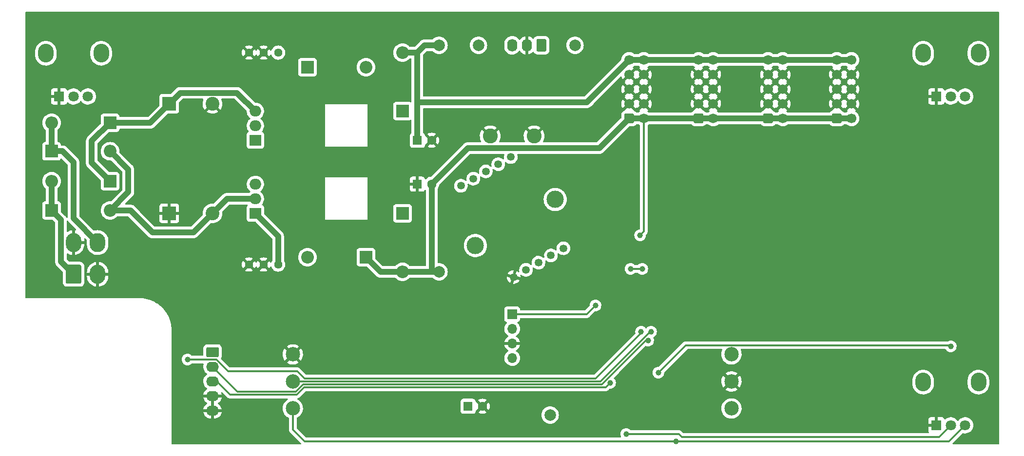
<source format=gtl>
G04 #@! TF.GenerationSoftware,KiCad,Pcbnew,6.0.5+dfsg-1~bpo11+1*
G04 #@! TF.CreationDate,2023-04-15T13:36:49+00:00*
G04 #@! TF.ProjectId,lfo_and_power_supply,6c666f5f-616e-4645-9f70-6f7765725f73,0*
G04 #@! TF.SameCoordinates,Original*
G04 #@! TF.FileFunction,Copper,L1,Top*
G04 #@! TF.FilePolarity,Positive*
%FSLAX46Y46*%
G04 Gerber Fmt 4.6, Leading zero omitted, Abs format (unit mm)*
G04 Created by KiCad (PCBNEW 6.0.5+dfsg-1~bpo11+1) date 2023-04-15 13:36:49*
%MOMM*%
%LPD*%
G01*
G04 APERTURE LIST*
G04 #@! TA.AperFunction,ComponentPad*
%ADD10C,3.000000*%
G04 #@! TD*
G04 #@! TA.AperFunction,ComponentPad*
%ADD11C,1.350000*%
G04 #@! TD*
G04 #@! TA.AperFunction,ComponentPad*
%ADD12C,2.500000*%
G04 #@! TD*
G04 #@! TA.AperFunction,ComponentPad*
%ADD13O,2.720000X3.240000*%
G04 #@! TD*
G04 #@! TA.AperFunction,ComponentPad*
%ADD14R,1.800000X1.800000*%
G04 #@! TD*
G04 #@! TA.AperFunction,ComponentPad*
%ADD15C,1.800000*%
G04 #@! TD*
G04 #@! TA.AperFunction,ComponentPad*
%ADD16R,2.200000X2.200000*%
G04 #@! TD*
G04 #@! TA.AperFunction,ComponentPad*
%ADD17O,2.200000X2.200000*%
G04 #@! TD*
G04 #@! TA.AperFunction,ComponentPad*
%ADD18R,1.600000X1.600000*%
G04 #@! TD*
G04 #@! TA.AperFunction,ComponentPad*
%ADD19C,1.600000*%
G04 #@! TD*
G04 #@! TA.AperFunction,ComponentPad*
%ADD20C,1.700000*%
G04 #@! TD*
G04 #@! TA.AperFunction,ComponentPad*
%ADD21C,2.000000*%
G04 #@! TD*
G04 #@! TA.AperFunction,ComponentPad*
%ADD22R,2.000000X1.905000*%
G04 #@! TD*
G04 #@! TA.AperFunction,ComponentPad*
%ADD23O,2.000000X1.905000*%
G04 #@! TD*
G04 #@! TA.AperFunction,ComponentPad*
%ADD24R,1.700000X1.700000*%
G04 #@! TD*
G04 #@! TA.AperFunction,ComponentPad*
%ADD25O,1.700000X1.700000*%
G04 #@! TD*
G04 #@! TA.AperFunction,ComponentPad*
%ADD26R,2.400000X2.400000*%
G04 #@! TD*
G04 #@! TA.AperFunction,ComponentPad*
%ADD27C,2.400000*%
G04 #@! TD*
G04 #@! TA.AperFunction,ComponentPad*
%ADD28O,2.700000X3.300000*%
G04 #@! TD*
G04 #@! TA.AperFunction,ComponentPad*
%ADD29C,2.600000*%
G04 #@! TD*
G04 #@! TA.AperFunction,ComponentPad*
%ADD30C,1.440000*%
G04 #@! TD*
G04 #@! TA.AperFunction,ComponentPad*
%ADD31O,2.190000X1.740000*%
G04 #@! TD*
G04 #@! TA.AperFunction,ComponentPad*
%ADD32O,1.740000X2.190000*%
G04 #@! TD*
G04 #@! TA.AperFunction,ViaPad*
%ADD33C,1.000000*%
G04 #@! TD*
G04 #@! TA.AperFunction,Conductor*
%ADD34C,0.300000*%
G04 #@! TD*
G04 #@! TA.AperFunction,Conductor*
%ADD35C,1.000000*%
G04 #@! TD*
G04 APERTURE END LIST*
D10*
X156068203Y-91567628D03*
X142211797Y-99567628D03*
D11*
X139684873Y-89190868D03*
X141849936Y-87940868D03*
X144015000Y-86690868D03*
X146180064Y-85440868D03*
X148345127Y-84190868D03*
X157495127Y-100039132D03*
X155330064Y-101289132D03*
X153165000Y-102539132D03*
X150999936Y-103789132D03*
X148834873Y-105039132D03*
D12*
X186690000Y-118490000D03*
X186690000Y-123190000D03*
X186690000Y-127890000D03*
D13*
X229590000Y-123310000D03*
X219990000Y-123310000D03*
D14*
X222290000Y-130810000D03*
D15*
X224790000Y-130810000D03*
X227290000Y-130810000D03*
D12*
X110490000Y-118490000D03*
X110490000Y-123190000D03*
X110490000Y-127890000D03*
D13*
X219990000Y-66160000D03*
X229590000Y-66160000D03*
D14*
X222290000Y-73660000D03*
D15*
X224790000Y-73660000D03*
X227290000Y-73660000D03*
D13*
X77190000Y-66160000D03*
X67590000Y-66160000D03*
D14*
X69890000Y-73660000D03*
D15*
X72390000Y-73660000D03*
X74890000Y-73660000D03*
D16*
X78740000Y-78232000D03*
D17*
X68580000Y-78232000D03*
D16*
X78740000Y-88392000D03*
D17*
X68580000Y-88392000D03*
D18*
X132120000Y-88900000D03*
D19*
X134620000Y-88900000D03*
G04 #@! TA.AperFunction,ComponentPad*
G36*
G01*
X204137500Y-78070000D02*
X204137500Y-76870000D01*
G75*
G02*
X204387500Y-76620000I250000J0D01*
G01*
X205587500Y-76620000D01*
G75*
G02*
X205837500Y-76870000I0J-250000D01*
G01*
X205837500Y-78070000D01*
G75*
G02*
X205587500Y-78320000I-250000J0D01*
G01*
X204387500Y-78320000D01*
G75*
G02*
X204137500Y-78070000I0J250000D01*
G01*
G37*
G04 #@! TD.AperFunction*
D20*
X207527500Y-77470000D03*
X204987500Y-74930000D03*
X207527500Y-74930000D03*
X204987500Y-72390000D03*
X207527500Y-72390000D03*
X204987500Y-69850000D03*
X207527500Y-69850000D03*
X204987500Y-67310000D03*
X207527500Y-67310000D03*
D16*
X68580000Y-93472000D03*
D17*
X78740000Y-93472000D03*
D21*
X135890000Y-64770000D03*
G04 #@! TA.AperFunction,ComponentPad*
G36*
G01*
X180125000Y-78070000D02*
X180125000Y-76870000D01*
G75*
G02*
X180375000Y-76620000I250000J0D01*
G01*
X181575000Y-76620000D01*
G75*
G02*
X181825000Y-76870000I0J-250000D01*
G01*
X181825000Y-78070000D01*
G75*
G02*
X181575000Y-78320000I-250000J0D01*
G01*
X180375000Y-78320000D01*
G75*
G02*
X180125000Y-78070000I0J250000D01*
G01*
G37*
G04 #@! TD.AperFunction*
D20*
X183515000Y-77470000D03*
X180975000Y-74930000D03*
X183515000Y-74930000D03*
X180975000Y-72390000D03*
X183515000Y-72390000D03*
X180975000Y-69850000D03*
X183515000Y-69850000D03*
X180975000Y-67310000D03*
X183515000Y-67310000D03*
D22*
X103980000Y-81280000D03*
D23*
X103980000Y-78740000D03*
X103980000Y-76200000D03*
D21*
X159512000Y-64770000D03*
D16*
X68580000Y-83185000D03*
D17*
X78740000Y-83185000D03*
D18*
X140931500Y-127508000D03*
D19*
X143431500Y-127508000D03*
D22*
X103980000Y-93980000D03*
D23*
X103980000Y-91440000D03*
X103980000Y-88900000D03*
G04 #@! TA.AperFunction,ComponentPad*
G36*
G01*
X168060000Y-78070000D02*
X168060000Y-76870000D01*
G75*
G02*
X168310000Y-76620000I250000J0D01*
G01*
X169510000Y-76620000D01*
G75*
G02*
X169760000Y-76870000I0J-250000D01*
G01*
X169760000Y-78070000D01*
G75*
G02*
X169510000Y-78320000I-250000J0D01*
G01*
X168310000Y-78320000D01*
G75*
G02*
X168060000Y-78070000I0J250000D01*
G01*
G37*
G04 #@! TD.AperFunction*
D20*
X171450000Y-77470000D03*
X168910000Y-74930000D03*
X171450000Y-74930000D03*
X168910000Y-72390000D03*
X171450000Y-72390000D03*
X168910000Y-69850000D03*
X171450000Y-69850000D03*
X168910000Y-67310000D03*
X171450000Y-67310000D03*
D24*
X148590000Y-111506000D03*
D25*
X148590000Y-114046000D03*
X148590000Y-116586000D03*
X148590000Y-119126000D03*
D16*
X113030000Y-68580000D03*
D17*
X123190000Y-68580000D03*
D21*
X135890000Y-104140000D03*
D26*
X89020000Y-74930000D03*
D27*
X96520000Y-74930000D03*
D21*
X155194000Y-129032000D03*
D18*
X132120000Y-81280000D03*
D19*
X134620000Y-81280000D03*
D16*
X129540000Y-93980000D03*
D17*
X129540000Y-104140000D03*
D16*
X129540000Y-76200000D03*
D17*
X129540000Y-66040000D03*
G04 #@! TA.AperFunction,ComponentPad*
G36*
G01*
X71040000Y-105959999D02*
X71040000Y-103160001D01*
G75*
G02*
X71290001Y-102910000I250001J0D01*
G01*
X73489999Y-102910000D01*
G75*
G02*
X73740000Y-103160001I0J-250001D01*
G01*
X73740000Y-105959999D01*
G75*
G02*
X73489999Y-106210000I-250001J0D01*
G01*
X71290001Y-106210000D01*
G75*
G02*
X71040000Y-105959999I0J250001D01*
G01*
G37*
G04 #@! TD.AperFunction*
D28*
X76590000Y-104560000D03*
X72390000Y-99060000D03*
X76590000Y-99060000D03*
D29*
X144780000Y-80518000D03*
X152400000Y-80518000D03*
D21*
X142748000Y-64770000D03*
D26*
X89020000Y-93980000D03*
D27*
X96520000Y-93980000D03*
D30*
X107950000Y-66040000D03*
X105410000Y-66040000D03*
X102870000Y-66040000D03*
X102860000Y-102870000D03*
X105400000Y-102870000D03*
X107940000Y-102870000D03*
G04 #@! TA.AperFunction,ComponentPad*
G36*
G01*
X192190000Y-78070000D02*
X192190000Y-76870000D01*
G75*
G02*
X192440000Y-76620000I250000J0D01*
G01*
X193640000Y-76620000D01*
G75*
G02*
X193890000Y-76870000I0J-250000D01*
G01*
X193890000Y-78070000D01*
G75*
G02*
X193640000Y-78320000I-250000J0D01*
G01*
X192440000Y-78320000D01*
G75*
G02*
X192190000Y-78070000I0J250000D01*
G01*
G37*
G04 #@! TD.AperFunction*
D20*
X195580000Y-77470000D03*
X193040000Y-74930000D03*
X195580000Y-74930000D03*
X193040000Y-72390000D03*
X195580000Y-72390000D03*
X193040000Y-69850000D03*
X195580000Y-69850000D03*
X193040000Y-67310000D03*
X195580000Y-67310000D03*
G04 #@! TA.AperFunction,ComponentPad*
G36*
G01*
X95695000Y-117240000D02*
X97385000Y-117240000D01*
G75*
G02*
X97635000Y-117490000I0J-250000D01*
G01*
X97635000Y-118730000D01*
G75*
G02*
X97385000Y-118980000I-250000J0D01*
G01*
X95695000Y-118980000D01*
G75*
G02*
X95445000Y-118730000I0J250000D01*
G01*
X95445000Y-117490000D01*
G75*
G02*
X95695000Y-117240000I250000J0D01*
G01*
G37*
G04 #@! TD.AperFunction*
D31*
X96540000Y-120650000D03*
X96540000Y-123190000D03*
X96540000Y-125730000D03*
X96540000Y-128270000D03*
D16*
X123190000Y-101600000D03*
D17*
X113030000Y-101600000D03*
G04 #@! TA.AperFunction,ComponentPad*
G36*
G01*
X154540000Y-63925000D02*
X154540000Y-65615000D01*
G75*
G02*
X154290000Y-65865000I-250000J0D01*
G01*
X153050000Y-65865000D01*
G75*
G02*
X152800000Y-65615000I0J250000D01*
G01*
X152800000Y-63925000D01*
G75*
G02*
X153050000Y-63675000I250000J0D01*
G01*
X154290000Y-63675000D01*
G75*
G02*
X154540000Y-63925000I0J-250000D01*
G01*
G37*
G04 #@! TD.AperFunction*
D32*
X151130000Y-64770000D03*
X148590000Y-64770000D03*
D33*
X170978018Y-114531021D03*
X92202000Y-119380000D03*
X165100000Y-92964000D03*
X170942000Y-124460000D03*
X155702000Y-118872000D03*
X174752000Y-91694000D03*
X172974000Y-97790000D03*
X160528000Y-100330000D03*
X160782000Y-116078000D03*
X160274000Y-107442000D03*
X166878000Y-97790000D03*
X155702000Y-116332000D03*
X155702000Y-121412000D03*
X170942000Y-121920000D03*
X178054000Y-100330000D03*
X224790000Y-117094000D03*
X173990000Y-121666000D03*
X168402000Y-132334000D03*
X172212000Y-116078000D03*
X170815000Y-97790000D03*
X163068000Y-109982000D03*
X177038000Y-133604000D03*
X172720000Y-114554000D03*
X165608000Y-123444000D03*
X169164000Y-103632000D03*
X171196000Y-103632000D03*
D34*
X111252000Y-121412000D02*
X112530489Y-122690489D01*
X170978018Y-114771982D02*
X170978018Y-114531021D01*
X163059511Y-122690489D02*
X170978018Y-114771982D01*
X112530489Y-122690489D02*
X163059511Y-122690489D01*
X97219661Y-119380000D02*
X99251661Y-121412000D01*
X99251661Y-121412000D02*
X111252000Y-121412000D01*
X92202000Y-119380000D02*
X97219661Y-119380000D01*
X224586489Y-116890489D02*
X178765511Y-116890489D01*
X224790000Y-117094000D02*
X224586489Y-116890489D01*
X178765511Y-116890489D02*
X173990000Y-121666000D01*
X178054000Y-132842000D02*
X177546000Y-132334000D01*
X177546000Y-132334000D02*
X168402000Y-132334000D01*
X224790000Y-130810000D02*
X222758000Y-132842000D01*
X178054000Y-132842000D02*
X222758000Y-132842000D01*
X112244051Y-123698000D02*
X164152624Y-123698000D01*
X96540000Y-120650000D02*
X100858000Y-124968000D01*
X100858000Y-124968000D02*
X110974051Y-124968000D01*
X171772624Y-116078000D02*
X172212000Y-116078000D01*
X164152624Y-123698000D02*
X171772624Y-116078000D01*
X110974051Y-124968000D02*
X112244051Y-123698000D01*
D35*
X78740000Y-88392000D02*
X75565000Y-85217000D01*
X90919511Y-73030489D02*
X100810489Y-73030489D01*
X75565000Y-85217000D02*
X75565000Y-81407000D01*
X100810489Y-73030489D02*
X103980000Y-76200000D01*
X85718000Y-78232000D02*
X90919511Y-73030489D01*
X75565000Y-81407000D02*
X78740000Y-78232000D01*
X78740000Y-78232000D02*
X85718000Y-78232000D01*
X132120000Y-66080000D02*
X132080000Y-66040000D01*
X207527500Y-67310000D02*
X168910000Y-67310000D01*
X132120000Y-81280000D02*
X132120000Y-66080000D01*
X132334000Y-74676000D02*
X161544000Y-74676000D01*
X132080000Y-66040000D02*
X129540000Y-66040000D01*
X132080000Y-66040000D02*
X133350000Y-64770000D01*
X132120000Y-74890000D02*
X132334000Y-74676000D01*
X133350000Y-64770000D02*
X135890000Y-64770000D01*
X161544000Y-74676000D02*
X168910000Y-67310000D01*
X132120000Y-81280000D02*
X132120000Y-74890000D01*
X78740000Y-93472000D02*
X81915000Y-90297000D01*
X93218000Y-97282000D02*
X96520000Y-93980000D01*
X82296000Y-93472000D02*
X86106000Y-97282000D01*
X86106000Y-97282000D02*
X93218000Y-97282000D01*
X81915000Y-86360000D02*
X78740000Y-83185000D01*
X103980000Y-91440000D02*
X99060000Y-91440000D01*
X81915000Y-90297000D02*
X81915000Y-86360000D01*
X99060000Y-91440000D02*
X96520000Y-93980000D01*
X78740000Y-93472000D02*
X82296000Y-93472000D01*
X107940000Y-97940000D02*
X103980000Y-93980000D01*
X107940000Y-102870000D02*
X107940000Y-97940000D01*
X140893800Y-82626200D02*
X163753800Y-82626200D01*
D34*
X170815000Y-97790000D02*
X171450000Y-97155000D01*
D35*
X134620000Y-88900000D02*
X134620000Y-104140000D01*
X134620000Y-104140000D02*
X132334000Y-104140000D01*
X125730000Y-104140000D02*
X123190000Y-101600000D01*
X132334000Y-104140000D02*
X129540000Y-104140000D01*
X135890000Y-104140000D02*
X132334000Y-104140000D01*
X207527500Y-77470000D02*
X168910000Y-77470000D01*
D34*
X171450000Y-97155000D02*
X171450000Y-77470000D01*
D35*
X163753800Y-82626200D02*
X168910000Y-77470000D01*
X134620000Y-88900000D02*
X140893800Y-82626200D01*
X129540000Y-104140000D02*
X125730000Y-104140000D01*
D34*
X163068000Y-109982000D02*
X161544000Y-111506000D01*
X161544000Y-111506000D02*
X148590000Y-111506000D01*
X227290000Y-130810000D02*
X224496000Y-133604000D01*
X110490000Y-131572000D02*
X110490000Y-127890000D01*
X177038000Y-133604000D02*
X112522000Y-133604000D01*
X112522000Y-133604000D02*
X110490000Y-131572000D01*
X224496000Y-133604000D02*
X177038000Y-133604000D01*
D35*
X70231000Y-102401000D02*
X72390000Y-104560000D01*
X70231000Y-95123000D02*
X70231000Y-102401000D01*
X68580000Y-93472000D02*
X70231000Y-95123000D01*
X68580000Y-88392000D02*
X68580000Y-93472000D01*
X68580000Y-83185000D02*
X70485000Y-83185000D01*
X68580000Y-78232000D02*
X68580000Y-83185000D01*
X70485000Y-83185000D02*
X72390000Y-85090000D01*
X76581000Y-99060000D02*
X76590000Y-99060000D01*
X72390000Y-85090000D02*
X72390000Y-94869000D01*
X72390000Y-94869000D02*
X76581000Y-99060000D01*
D34*
X163898623Y-123190000D02*
X172534623Y-114554000D01*
X110490000Y-123190000D02*
X163898623Y-123190000D01*
X172534623Y-114554000D02*
X172720000Y-114554000D01*
X96540000Y-123190000D02*
X97282000Y-123190000D01*
X97282000Y-123190000D02*
X99568000Y-125476000D01*
X111172467Y-125476000D02*
X112442467Y-124206000D01*
X112442467Y-124206000D02*
X164846000Y-124206000D01*
X99568000Y-125476000D02*
X111172467Y-125476000D01*
X164846000Y-124206000D02*
X165608000Y-123444000D01*
X169164000Y-103632000D02*
X171196000Y-103632000D01*
G04 #@! TA.AperFunction,Conductor*
G36*
X233113621Y-58948502D02*
G01*
X233160114Y-59002158D01*
X233171500Y-59054500D01*
X233171500Y-133985500D01*
X233151498Y-134053621D01*
X233097842Y-134100114D01*
X233045500Y-134111500D01*
X225223950Y-134111500D01*
X225155829Y-134091498D01*
X225109336Y-134037842D01*
X225099232Y-133967568D01*
X225128726Y-133902988D01*
X225134855Y-133896405D01*
X226821527Y-132209733D01*
X226883839Y-132175707D01*
X226935742Y-132175357D01*
X226975767Y-132183500D01*
X227122656Y-132213385D01*
X227253324Y-132218176D01*
X227348949Y-132221683D01*
X227348953Y-132221683D01*
X227354113Y-132221872D01*
X227359233Y-132221216D01*
X227359235Y-132221216D01*
X227448871Y-132209733D01*
X227583847Y-132192442D01*
X227588795Y-132190957D01*
X227588802Y-132190956D01*
X227800747Y-132127369D01*
X227805690Y-132125886D01*
X227810324Y-132123616D01*
X228009049Y-132026262D01*
X228009052Y-132026260D01*
X228013684Y-132023991D01*
X228202243Y-131889494D01*
X228366303Y-131726005D01*
X228385156Y-131699769D01*
X228396885Y-131683445D01*
X228501458Y-131537917D01*
X228521286Y-131497799D01*
X228601784Y-131334922D01*
X228601785Y-131334920D01*
X228604078Y-131330280D01*
X228671408Y-131108671D01*
X228701640Y-130879041D01*
X228703327Y-130810000D01*
X228697032Y-130733434D01*
X228684773Y-130584318D01*
X228684772Y-130584312D01*
X228684349Y-130579167D01*
X228627925Y-130354533D01*
X228613771Y-130321981D01*
X228537630Y-130146868D01*
X228537628Y-130146865D01*
X228535570Y-130142131D01*
X228409764Y-129947665D01*
X228253887Y-129776358D01*
X228249836Y-129773159D01*
X228249832Y-129773155D01*
X228076177Y-129636011D01*
X228076172Y-129636008D01*
X228072123Y-129632810D01*
X228067607Y-129630317D01*
X228067604Y-129630315D01*
X227873879Y-129523373D01*
X227873875Y-129523371D01*
X227869355Y-129520876D01*
X227864486Y-129519152D01*
X227864482Y-129519150D01*
X227655903Y-129445288D01*
X227655899Y-129445287D01*
X227651028Y-129443562D01*
X227645935Y-129442655D01*
X227645932Y-129442654D01*
X227428095Y-129403851D01*
X227428089Y-129403850D01*
X227423006Y-129402945D01*
X227345644Y-129402000D01*
X227196581Y-129400179D01*
X227196579Y-129400179D01*
X227191411Y-129400116D01*
X226962464Y-129435150D01*
X226742314Y-129507106D01*
X226737726Y-129509494D01*
X226737722Y-129509496D01*
X226557315Y-129603410D01*
X226536872Y-129614052D01*
X226532739Y-129617155D01*
X226532736Y-129617157D01*
X226355790Y-129750012D01*
X226351655Y-129753117D01*
X226191639Y-129920564D01*
X226144836Y-129989174D01*
X226089927Y-130034175D01*
X226019402Y-130042346D01*
X225955655Y-130011092D01*
X225934959Y-129986609D01*
X225912577Y-129952013D01*
X225912574Y-129952009D01*
X225909764Y-129947665D01*
X225753887Y-129776358D01*
X225749836Y-129773159D01*
X225749832Y-129773155D01*
X225576177Y-129636011D01*
X225576172Y-129636008D01*
X225572123Y-129632810D01*
X225567607Y-129630317D01*
X225567604Y-129630315D01*
X225373879Y-129523373D01*
X225373875Y-129523371D01*
X225369355Y-129520876D01*
X225364486Y-129519152D01*
X225364482Y-129519150D01*
X225155903Y-129445288D01*
X225155899Y-129445287D01*
X225151028Y-129443562D01*
X225145935Y-129442655D01*
X225145932Y-129442654D01*
X224928095Y-129403851D01*
X224928089Y-129403850D01*
X224923006Y-129402945D01*
X224845644Y-129402000D01*
X224696581Y-129400179D01*
X224696579Y-129400179D01*
X224691411Y-129400116D01*
X224462464Y-129435150D01*
X224242314Y-129507106D01*
X224237726Y-129509494D01*
X224237722Y-129509496D01*
X224057315Y-129603410D01*
X224036872Y-129614052D01*
X224032739Y-129617155D01*
X224032736Y-129617157D01*
X223855790Y-129750012D01*
X223851655Y-129753117D01*
X223851066Y-129752333D01*
X223791346Y-129780484D01*
X223720955Y-129771231D01*
X223666741Y-129725391D01*
X223653925Y-129700224D01*
X223643323Y-129671944D01*
X223634786Y-129656351D01*
X223558285Y-129554276D01*
X223545724Y-129541715D01*
X223443649Y-129465214D01*
X223428054Y-129456676D01*
X223307606Y-129411522D01*
X223292351Y-129407895D01*
X223241486Y-129402369D01*
X223234672Y-129402000D01*
X222562115Y-129402000D01*
X222546876Y-129406475D01*
X222545671Y-129407865D01*
X222544000Y-129415548D01*
X222544000Y-130938000D01*
X222523998Y-131006121D01*
X222470342Y-131052614D01*
X222418000Y-131064000D01*
X220900116Y-131064000D01*
X220884877Y-131068475D01*
X220883672Y-131069865D01*
X220882001Y-131077548D01*
X220882001Y-131754669D01*
X220882371Y-131761490D01*
X220887895Y-131812352D01*
X220891521Y-131827604D01*
X220936676Y-131948054D01*
X220945214Y-131963648D01*
X220958919Y-131981935D01*
X220983767Y-132048441D01*
X220968714Y-132117824D01*
X220918540Y-132168054D01*
X220858093Y-132183500D01*
X178378950Y-132183500D01*
X178310829Y-132163498D01*
X178289854Y-132146595D01*
X178191701Y-132048441D01*
X178069651Y-131926391D01*
X178061663Y-131917612D01*
X178057416Y-131910920D01*
X178005741Y-131862394D01*
X178002900Y-131859640D01*
X177982333Y-131839073D01*
X177978826Y-131836353D01*
X177969804Y-131828647D01*
X177968693Y-131827604D01*
X177936133Y-131797028D01*
X177925632Y-131791255D01*
X177917342Y-131786697D01*
X177900818Y-131775843D01*
X177890132Y-131767555D01*
X177883868Y-131762696D01*
X177876596Y-131759549D01*
X177876594Y-131759548D01*
X177841465Y-131744346D01*
X177830805Y-131739124D01*
X177797284Y-131720695D01*
X177797282Y-131720694D01*
X177790337Y-131716876D01*
X177769559Y-131711541D01*
X177750869Y-131705142D01*
X177731176Y-131696620D01*
X177685552Y-131689394D01*
X177673929Y-131686987D01*
X177645928Y-131679798D01*
X177629188Y-131675500D01*
X177607741Y-131675500D01*
X177588031Y-131673949D01*
X177574677Y-131671834D01*
X177566848Y-131670594D01*
X177520859Y-131674941D01*
X177509004Y-131675500D01*
X169226209Y-131675500D01*
X169158088Y-131655498D01*
X169128567Y-131629136D01*
X169124960Y-131624713D01*
X169124956Y-131624709D01*
X169121065Y-131619938D01*
X169055140Y-131565400D01*
X168973425Y-131497799D01*
X168973421Y-131497797D01*
X168968675Y-131493870D01*
X168794701Y-131399802D01*
X168605768Y-131341318D01*
X168599643Y-131340674D01*
X168599642Y-131340674D01*
X168415204Y-131321289D01*
X168415202Y-131321289D01*
X168409075Y-131320645D01*
X168326576Y-131328153D01*
X168218251Y-131338011D01*
X168218248Y-131338012D01*
X168212112Y-131338570D01*
X168206206Y-131340308D01*
X168206202Y-131340309D01*
X168101076Y-131371249D01*
X168022381Y-131394410D01*
X168016923Y-131397263D01*
X168016919Y-131397265D01*
X167926147Y-131444720D01*
X167847110Y-131486040D01*
X167692975Y-131609968D01*
X167565846Y-131761474D01*
X167562879Y-131766872D01*
X167562875Y-131766877D01*
X167505185Y-131871817D01*
X167470567Y-131934787D01*
X167468706Y-131940654D01*
X167468705Y-131940656D01*
X167430978Y-132059586D01*
X167410765Y-132123306D01*
X167388719Y-132319851D01*
X167405268Y-132516934D01*
X167459783Y-132707050D01*
X167462602Y-132712535D01*
X167487975Y-132761905D01*
X167501323Y-132831636D01*
X167474853Y-132897513D01*
X167416969Y-132938622D01*
X167375909Y-132945500D01*
X112846950Y-132945500D01*
X112778829Y-132925498D01*
X112757855Y-132908595D01*
X111185405Y-131336145D01*
X111151379Y-131273833D01*
X111148500Y-131247050D01*
X111148500Y-129604106D01*
X111168502Y-129535985D01*
X111224762Y-129488338D01*
X111242770Y-129480601D01*
X111304262Y-129454182D01*
X111379062Y-129407895D01*
X111522547Y-129319104D01*
X111522548Y-129319104D01*
X111526519Y-129316646D01*
X111530082Y-129313629D01*
X111530087Y-129313626D01*
X111722439Y-129150787D01*
X111722440Y-129150786D01*
X111726005Y-129147768D01*
X111817729Y-129043177D01*
X111827531Y-129032000D01*
X153680835Y-129032000D01*
X153699465Y-129268711D01*
X153700619Y-129273518D01*
X153700620Y-129273524D01*
X153732513Y-129406368D01*
X153754895Y-129499594D01*
X153756788Y-129504165D01*
X153756789Y-129504167D01*
X153814513Y-129643525D01*
X153845760Y-129718963D01*
X153848346Y-129723183D01*
X153967241Y-129917202D01*
X153967245Y-129917208D01*
X153969824Y-129921416D01*
X154124031Y-130101969D01*
X154127787Y-130105177D01*
X154148618Y-130122968D01*
X154304584Y-130256176D01*
X154308792Y-130258755D01*
X154308798Y-130258759D01*
X154411967Y-130321981D01*
X154507037Y-130380240D01*
X154511607Y-130382133D01*
X154511611Y-130382135D01*
X154721833Y-130469211D01*
X154726406Y-130471105D01*
X154806609Y-130490360D01*
X154952476Y-130525380D01*
X154952482Y-130525381D01*
X154957289Y-130526535D01*
X155194000Y-130545165D01*
X155286499Y-130537885D01*
X220882000Y-130537885D01*
X220886475Y-130553124D01*
X220887865Y-130554329D01*
X220895548Y-130556000D01*
X222017885Y-130556000D01*
X222033124Y-130551525D01*
X222034329Y-130550135D01*
X222036000Y-130542452D01*
X222036000Y-129420116D01*
X222031525Y-129404877D01*
X222030135Y-129403672D01*
X222022452Y-129402001D01*
X221345331Y-129402001D01*
X221338510Y-129402371D01*
X221287648Y-129407895D01*
X221272396Y-129411521D01*
X221151946Y-129456676D01*
X221136351Y-129465214D01*
X221034276Y-129541715D01*
X221021715Y-129554276D01*
X220945214Y-129656351D01*
X220936676Y-129671946D01*
X220891522Y-129792394D01*
X220887895Y-129807649D01*
X220882369Y-129858514D01*
X220882000Y-129865328D01*
X220882000Y-130537885D01*
X155286499Y-130537885D01*
X155430711Y-130526535D01*
X155435518Y-130525381D01*
X155435524Y-130525380D01*
X155581391Y-130490360D01*
X155661594Y-130471105D01*
X155666167Y-130469211D01*
X155876389Y-130382135D01*
X155876393Y-130382133D01*
X155880963Y-130380240D01*
X155976033Y-130321981D01*
X156079202Y-130258759D01*
X156079208Y-130258755D01*
X156083416Y-130256176D01*
X156239382Y-130122968D01*
X156260213Y-130105177D01*
X156263969Y-130101969D01*
X156418176Y-129921416D01*
X156420755Y-129917208D01*
X156420759Y-129917202D01*
X156539654Y-129723183D01*
X156542240Y-129718963D01*
X156573488Y-129643525D01*
X156631211Y-129504167D01*
X156631212Y-129504165D01*
X156633105Y-129499594D01*
X156655487Y-129406368D01*
X156687380Y-129273524D01*
X156687381Y-129273518D01*
X156688535Y-129268711D01*
X156707165Y-129032000D01*
X156688535Y-128795289D01*
X156679731Y-128758615D01*
X156643109Y-128606077D01*
X156633105Y-128564406D01*
X156623872Y-128542115D01*
X156544135Y-128349611D01*
X156544133Y-128349607D01*
X156542240Y-128345037D01*
X156539654Y-128340817D01*
X156420759Y-128146798D01*
X156420755Y-128146792D01*
X156418176Y-128142584D01*
X156263969Y-127962031D01*
X156125584Y-127843839D01*
X184927173Y-127843839D01*
X184927397Y-127848505D01*
X184927397Y-127848511D01*
X184928805Y-127877812D01*
X184939713Y-128104908D01*
X184990704Y-128361256D01*
X185079026Y-128607252D01*
X185081242Y-128611376D01*
X185193617Y-128820517D01*
X185202737Y-128837491D01*
X185205532Y-128841234D01*
X185205534Y-128841237D01*
X185356330Y-129043177D01*
X185356335Y-129043183D01*
X185359122Y-129046915D01*
X185362431Y-129050195D01*
X185362436Y-129050201D01*
X185495500Y-129182108D01*
X185544743Y-129230923D01*
X185548505Y-129233681D01*
X185548508Y-129233684D01*
X185708221Y-129350790D01*
X185755524Y-129385474D01*
X185759667Y-129387654D01*
X185759669Y-129387655D01*
X185982684Y-129504989D01*
X185982689Y-129504991D01*
X185986834Y-129507172D01*
X186121718Y-129554276D01*
X186173233Y-129572266D01*
X186233590Y-129593344D01*
X186238183Y-129594216D01*
X186485785Y-129641224D01*
X186485788Y-129641224D01*
X186490374Y-129642095D01*
X186620958Y-129647226D01*
X186746875Y-129652174D01*
X186746881Y-129652174D01*
X186751543Y-129652357D01*
X186832186Y-129643525D01*
X187006707Y-129624412D01*
X187006712Y-129624411D01*
X187011360Y-129623902D01*
X187015884Y-129622711D01*
X187259594Y-129558548D01*
X187259596Y-129558547D01*
X187264117Y-129557357D01*
X187271289Y-129554276D01*
X187442770Y-129480601D01*
X187504262Y-129454182D01*
X187579062Y-129407895D01*
X187722547Y-129319104D01*
X187722548Y-129319104D01*
X187726519Y-129316646D01*
X187730082Y-129313629D01*
X187730087Y-129313626D01*
X187922439Y-129150787D01*
X187922440Y-129150786D01*
X187926005Y-129147768D01*
X188017729Y-129043177D01*
X188095257Y-128954774D01*
X188095261Y-128954769D01*
X188098339Y-128951259D01*
X188239733Y-128731437D01*
X188347083Y-128493129D01*
X188418030Y-128241572D01*
X188434832Y-128109496D01*
X188450616Y-127985421D01*
X188450616Y-127985417D01*
X188451014Y-127982291D01*
X188451119Y-127978309D01*
X188453348Y-127893160D01*
X188453431Y-127890000D01*
X188453197Y-127886851D01*
X188434407Y-127634000D01*
X188434406Y-127633996D01*
X188434061Y-127629348D01*
X188425813Y-127592895D01*
X188377408Y-127378980D01*
X188376377Y-127374423D01*
X188341790Y-127285481D01*
X188283340Y-127135176D01*
X188283339Y-127135173D01*
X188281647Y-127130823D01*
X188151951Y-126903902D01*
X187990138Y-126698643D01*
X187799763Y-126519557D01*
X187641727Y-126409923D01*
X187588851Y-126373241D01*
X187588848Y-126373239D01*
X187585009Y-126370576D01*
X187580816Y-126368508D01*
X187354781Y-126257040D01*
X187354778Y-126257039D01*
X187350593Y-126254975D01*
X187304449Y-126240204D01*
X187106123Y-126176720D01*
X187101665Y-126175293D01*
X186843693Y-126133279D01*
X186729942Y-126131790D01*
X186587022Y-126129919D01*
X186587019Y-126129919D01*
X186582345Y-126129858D01*
X186323362Y-126165104D01*
X186072433Y-126238243D01*
X186068180Y-126240203D01*
X186068179Y-126240204D01*
X186035935Y-126255069D01*
X185835072Y-126347668D01*
X185796067Y-126373241D01*
X185620404Y-126488410D01*
X185620399Y-126488414D01*
X185616491Y-126490976D01*
X185421494Y-126665018D01*
X185254363Y-126865970D01*
X185251934Y-126869973D01*
X185125670Y-127078050D01*
X185118771Y-127089419D01*
X185017697Y-127330455D01*
X184953359Y-127583783D01*
X184927173Y-127843839D01*
X156125584Y-127843839D01*
X156083416Y-127807824D01*
X156079208Y-127805245D01*
X156079202Y-127805241D01*
X155885183Y-127686346D01*
X155880963Y-127683760D01*
X155876393Y-127681867D01*
X155876389Y-127681865D01*
X155666167Y-127594789D01*
X155666165Y-127594788D01*
X155661594Y-127592895D01*
X155581391Y-127573640D01*
X155435524Y-127538620D01*
X155435518Y-127538619D01*
X155430711Y-127537465D01*
X155194000Y-127518835D01*
X154957289Y-127537465D01*
X154952482Y-127538619D01*
X154952476Y-127538620D01*
X154806609Y-127573640D01*
X154726406Y-127592895D01*
X154721835Y-127594788D01*
X154721833Y-127594789D01*
X154511611Y-127681865D01*
X154511607Y-127681867D01*
X154507037Y-127683760D01*
X154502817Y-127686346D01*
X154308798Y-127805241D01*
X154308792Y-127805245D01*
X154304584Y-127807824D01*
X154124031Y-127962031D01*
X153969824Y-128142584D01*
X153967245Y-128146792D01*
X153967241Y-128146798D01*
X153848346Y-128340817D01*
X153845760Y-128345037D01*
X153843867Y-128349607D01*
X153843865Y-128349611D01*
X153764128Y-128542115D01*
X153754895Y-128564406D01*
X153744891Y-128606077D01*
X153708270Y-128758615D01*
X153699465Y-128795289D01*
X153680835Y-129032000D01*
X111827531Y-129032000D01*
X111895257Y-128954774D01*
X111895261Y-128954769D01*
X111898339Y-128951259D01*
X112039733Y-128731437D01*
X112147083Y-128493129D01*
X112185720Y-128356134D01*
X139623000Y-128356134D01*
X139629755Y-128418316D01*
X139680885Y-128554705D01*
X139768239Y-128671261D01*
X139884795Y-128758615D01*
X140021184Y-128809745D01*
X140083366Y-128816500D01*
X141779634Y-128816500D01*
X141841816Y-128809745D01*
X141978205Y-128758615D01*
X142094761Y-128671261D01*
X142152619Y-128594062D01*
X142709993Y-128594062D01*
X142719289Y-128606077D01*
X142770494Y-128641931D01*
X142779989Y-128647414D01*
X142977447Y-128739490D01*
X142987739Y-128743236D01*
X143198188Y-128799625D01*
X143208981Y-128801528D01*
X143426025Y-128820517D01*
X143436975Y-128820517D01*
X143654019Y-128801528D01*
X143664812Y-128799625D01*
X143875261Y-128743236D01*
X143885553Y-128739490D01*
X144083011Y-128647414D01*
X144092506Y-128641931D01*
X144144548Y-128605491D01*
X144152924Y-128595012D01*
X144145856Y-128581566D01*
X143444312Y-127880022D01*
X143430368Y-127872408D01*
X143428535Y-127872539D01*
X143421920Y-127876790D01*
X142716423Y-128582287D01*
X142709993Y-128594062D01*
X142152619Y-128594062D01*
X142182115Y-128554705D01*
X142233245Y-128418316D01*
X142240000Y-128356134D01*
X142240000Y-128352815D01*
X142263653Y-128285890D01*
X142309656Y-128250196D01*
X142308641Y-128248266D01*
X142319500Y-128242558D01*
X142319745Y-128242368D01*
X142319903Y-128242347D01*
X142357934Y-128222356D01*
X143059478Y-127520812D01*
X143065856Y-127509132D01*
X143795908Y-127509132D01*
X143796039Y-127510965D01*
X143800290Y-127517580D01*
X144505787Y-128223077D01*
X144517562Y-128229507D01*
X144529577Y-128220211D01*
X144565431Y-128169006D01*
X144570914Y-128159511D01*
X144662990Y-127962053D01*
X144666736Y-127951761D01*
X144723125Y-127741312D01*
X144725028Y-127730519D01*
X144744017Y-127513475D01*
X144744017Y-127502525D01*
X144725028Y-127285481D01*
X144723125Y-127274688D01*
X144666736Y-127064239D01*
X144662990Y-127053947D01*
X144570914Y-126856489D01*
X144565431Y-126846994D01*
X144528991Y-126794952D01*
X144518512Y-126786576D01*
X144505066Y-126793644D01*
X143803522Y-127495188D01*
X143795908Y-127509132D01*
X143065856Y-127509132D01*
X143067092Y-127506868D01*
X143066961Y-127505035D01*
X143062710Y-127498420D01*
X142357213Y-126792923D01*
X142315471Y-126770129D01*
X142305471Y-126767953D01*
X142255273Y-126717747D01*
X142240049Y-126664186D01*
X142240000Y-126663281D01*
X142240000Y-126659866D01*
X142238937Y-126650076D01*
X142234098Y-126605540D01*
X142233245Y-126597684D01*
X142182115Y-126461295D01*
X142151907Y-126420988D01*
X142710076Y-126420988D01*
X142717144Y-126434434D01*
X143418688Y-127135978D01*
X143432632Y-127143592D01*
X143434465Y-127143461D01*
X143441080Y-127139210D01*
X144146577Y-126433713D01*
X144153007Y-126421938D01*
X144143711Y-126409923D01*
X144092506Y-126374069D01*
X144083011Y-126368586D01*
X143885553Y-126276510D01*
X143875261Y-126272764D01*
X143664812Y-126216375D01*
X143654019Y-126214472D01*
X143436975Y-126195483D01*
X143426025Y-126195483D01*
X143208981Y-126214472D01*
X143198188Y-126216375D01*
X142987739Y-126272764D01*
X142977447Y-126276510D01*
X142779989Y-126368586D01*
X142770494Y-126374069D01*
X142718452Y-126410509D01*
X142710076Y-126420988D01*
X142151907Y-126420988D01*
X142094761Y-126344739D01*
X141978205Y-126257385D01*
X141841816Y-126206255D01*
X141779634Y-126199500D01*
X140083366Y-126199500D01*
X140021184Y-126206255D01*
X139884795Y-126257385D01*
X139768239Y-126344739D01*
X139680885Y-126461295D01*
X139629755Y-126597684D01*
X139623000Y-126659866D01*
X139623000Y-128356134D01*
X112185720Y-128356134D01*
X112218030Y-128241572D01*
X112234832Y-128109496D01*
X112250616Y-127985421D01*
X112250616Y-127985417D01*
X112251014Y-127982291D01*
X112251119Y-127978309D01*
X112253348Y-127893160D01*
X112253431Y-127890000D01*
X112253197Y-127886851D01*
X112234407Y-127634000D01*
X112234406Y-127633996D01*
X112234061Y-127629348D01*
X112225813Y-127592895D01*
X112177408Y-127378980D01*
X112176377Y-127374423D01*
X112141790Y-127285481D01*
X112083340Y-127135176D01*
X112083339Y-127135173D01*
X112081647Y-127130823D01*
X111951951Y-126903902D01*
X111790138Y-126698643D01*
X111599763Y-126519557D01*
X111441727Y-126409923D01*
X111388851Y-126373241D01*
X111388848Y-126373239D01*
X111385009Y-126370576D01*
X111375471Y-126365872D01*
X111335482Y-126346152D01*
X111283233Y-126298084D01*
X111265266Y-126229398D01*
X111287285Y-126161902D01*
X111344823Y-126115995D01*
X111351427Y-126113380D01*
X111380500Y-126101869D01*
X111391698Y-126098035D01*
X111436067Y-126085145D01*
X111454532Y-126074225D01*
X111472272Y-126065534D01*
X111492223Y-126057635D01*
X111529596Y-126030482D01*
X111539515Y-126023967D01*
X111572444Y-126004493D01*
X111572448Y-126004490D01*
X111579274Y-126000453D01*
X111594438Y-125985289D01*
X111609472Y-125972448D01*
X111626824Y-125959841D01*
X111656270Y-125924247D01*
X111664259Y-125915468D01*
X112678322Y-124901405D01*
X112740634Y-124867379D01*
X112767417Y-124864500D01*
X164763944Y-124864500D01*
X164775800Y-124865059D01*
X164775803Y-124865059D01*
X164783537Y-124866788D01*
X164854369Y-124864562D01*
X164858327Y-124864500D01*
X164887432Y-124864500D01*
X164891832Y-124863944D01*
X164903664Y-124863012D01*
X164949831Y-124861562D01*
X164970421Y-124855580D01*
X164989782Y-124851570D01*
X164996770Y-124850688D01*
X165003204Y-124849875D01*
X165003205Y-124849875D01*
X165011064Y-124848882D01*
X165018429Y-124845966D01*
X165018433Y-124845965D01*
X165054021Y-124831874D01*
X165065231Y-124828035D01*
X165109600Y-124815145D01*
X165128065Y-124804225D01*
X165145805Y-124795534D01*
X165165756Y-124787635D01*
X165203129Y-124760482D01*
X165213048Y-124753967D01*
X165245977Y-124734493D01*
X165245981Y-124734490D01*
X165252807Y-124730453D01*
X165267971Y-124715289D01*
X165283005Y-124702448D01*
X165293943Y-124694501D01*
X165300357Y-124689841D01*
X165329803Y-124654247D01*
X165337792Y-124645468D01*
X165384127Y-124599133D01*
X185645612Y-124599133D01*
X185654325Y-124610653D01*
X185752018Y-124682284D01*
X185759928Y-124687227D01*
X185982890Y-124804533D01*
X185991453Y-124808256D01*
X186229304Y-124891318D01*
X186238313Y-124893732D01*
X186485842Y-124940727D01*
X186495098Y-124941781D01*
X186746857Y-124951673D01*
X186756171Y-124951347D01*
X187006615Y-124923920D01*
X187015792Y-124922219D01*
X187259431Y-124858074D01*
X187268251Y-124855037D01*
X187499736Y-124755583D01*
X187508008Y-124751276D01*
X187722249Y-124618700D01*
X187729188Y-124613658D01*
X187737518Y-124601019D01*
X187731456Y-124590666D01*
X186702812Y-123562022D01*
X186688868Y-123554408D01*
X186687035Y-123554539D01*
X186680420Y-123558790D01*
X185652270Y-124586940D01*
X185645612Y-124599133D01*
X165384127Y-124599133D01*
X165489933Y-124493327D01*
X165552245Y-124459301D01*
X165581211Y-124456494D01*
X165586777Y-124457158D01*
X165592912Y-124456686D01*
X165592915Y-124456686D01*
X165777830Y-124442457D01*
X165777834Y-124442456D01*
X165783972Y-124441984D01*
X165974463Y-124388798D01*
X165979967Y-124386018D01*
X165979969Y-124386017D01*
X166145495Y-124302404D01*
X166145497Y-124302403D01*
X166150996Y-124299625D01*
X166306847Y-124177861D01*
X166400489Y-124069376D01*
X166432049Y-124032813D01*
X166432050Y-124032811D01*
X166436078Y-124028145D01*
X166533769Y-123856179D01*
X166596197Y-123668513D01*
X166620985Y-123472295D01*
X166621380Y-123444000D01*
X166602080Y-123247167D01*
X166588689Y-123202812D01*
X166572298Y-123148523D01*
X184927898Y-123148523D01*
X184939987Y-123400175D01*
X184941124Y-123409435D01*
X184990274Y-123656535D01*
X184992768Y-123665528D01*
X185077900Y-123902639D01*
X185081700Y-123911174D01*
X185200946Y-124133101D01*
X185205957Y-124140968D01*
X185269446Y-124225990D01*
X185280704Y-124234439D01*
X185293123Y-124227667D01*
X186317978Y-123202812D01*
X186324356Y-123191132D01*
X187054408Y-123191132D01*
X187054539Y-123192965D01*
X187058790Y-123199580D01*
X188089913Y-124230703D01*
X188102293Y-124237463D01*
X188110634Y-124231219D01*
X188236765Y-124035127D01*
X188241212Y-124026936D01*
X188344691Y-123797222D01*
X188347882Y-123788455D01*
X188390066Y-123638884D01*
X218121500Y-123638884D01*
X218121665Y-123641152D01*
X218121665Y-123641164D01*
X218124074Y-123674365D01*
X218136125Y-123840451D01*
X218137109Y-123844906D01*
X218137109Y-123844909D01*
X218177298Y-124026936D01*
X218194585Y-124105237D01*
X218205142Y-124133101D01*
X218287915Y-124351577D01*
X218290655Y-124358810D01*
X218346473Y-124459301D01*
X218419440Y-124590666D01*
X218422324Y-124595859D01*
X218463040Y-124649210D01*
X218581347Y-124804228D01*
X218586833Y-124811417D01*
X218590099Y-124814610D01*
X218590101Y-124814612D01*
X218641706Y-124865059D01*
X218780736Y-125000970D01*
X218784428Y-125003657D01*
X218784430Y-125003659D01*
X218932102Y-125111146D01*
X218999972Y-125160547D01*
X219239947Y-125286804D01*
X219244248Y-125288323D01*
X219244253Y-125288325D01*
X219377087Y-125335233D01*
X219495634Y-125377096D01*
X219593653Y-125396415D01*
X219757206Y-125428652D01*
X219757212Y-125428653D01*
X219761678Y-125429533D01*
X219766232Y-125429760D01*
X219766234Y-125429760D01*
X220027936Y-125442789D01*
X220027942Y-125442789D01*
X220032505Y-125443016D01*
X220302441Y-125417262D01*
X220306870Y-125416178D01*
X220306877Y-125416177D01*
X220466584Y-125377096D01*
X220565832Y-125352810D01*
X220602861Y-125337812D01*
X220812931Y-125252725D01*
X220812932Y-125252725D01*
X220817160Y-125251012D01*
X221051161Y-125113999D01*
X221262932Y-124944641D01*
X221312744Y-124891318D01*
X221444921Y-124749824D01*
X221444923Y-124749821D01*
X221448037Y-124746488D01*
X221602598Y-124523688D01*
X221604627Y-124519610D01*
X221721346Y-124284997D01*
X221721347Y-124284994D01*
X221723379Y-124280910D01*
X221807847Y-124023240D01*
X221854235Y-123756075D01*
X221858500Y-123670400D01*
X221858500Y-123638884D01*
X227721500Y-123638884D01*
X227721665Y-123641152D01*
X227721665Y-123641164D01*
X227724074Y-123674365D01*
X227736125Y-123840451D01*
X227737109Y-123844906D01*
X227737109Y-123844909D01*
X227777298Y-124026936D01*
X227794585Y-124105237D01*
X227805142Y-124133101D01*
X227887915Y-124351577D01*
X227890655Y-124358810D01*
X227946473Y-124459301D01*
X228019440Y-124590666D01*
X228022324Y-124595859D01*
X228063040Y-124649210D01*
X228181347Y-124804228D01*
X228186833Y-124811417D01*
X228190099Y-124814610D01*
X228190101Y-124814612D01*
X228241706Y-124865059D01*
X228380736Y-125000970D01*
X228384428Y-125003657D01*
X228384430Y-125003659D01*
X228532102Y-125111146D01*
X228599972Y-125160547D01*
X228839947Y-125286804D01*
X228844248Y-125288323D01*
X228844253Y-125288325D01*
X228977087Y-125335233D01*
X229095634Y-125377096D01*
X229193653Y-125396415D01*
X229357206Y-125428652D01*
X229357212Y-125428653D01*
X229361678Y-125429533D01*
X229366232Y-125429760D01*
X229366234Y-125429760D01*
X229627936Y-125442789D01*
X229627942Y-125442789D01*
X229632505Y-125443016D01*
X229902441Y-125417262D01*
X229906870Y-125416178D01*
X229906877Y-125416177D01*
X230066584Y-125377096D01*
X230165832Y-125352810D01*
X230202861Y-125337812D01*
X230412931Y-125252725D01*
X230412932Y-125252725D01*
X230417160Y-125251012D01*
X230651161Y-125113999D01*
X230862932Y-124944641D01*
X230912744Y-124891318D01*
X231044921Y-124749824D01*
X231044923Y-124749821D01*
X231048037Y-124746488D01*
X231202598Y-124523688D01*
X231204627Y-124519610D01*
X231321346Y-124284997D01*
X231321347Y-124284994D01*
X231323379Y-124280910D01*
X231407847Y-124023240D01*
X231454235Y-123756075D01*
X231458500Y-123670400D01*
X231458500Y-122981116D01*
X231456328Y-122951170D01*
X231444205Y-122784100D01*
X231443875Y-122779549D01*
X231424909Y-122693646D01*
X231386400Y-122519223D01*
X231386399Y-122519219D01*
X231385415Y-122514763D01*
X231289345Y-122261190D01*
X231157676Y-122024141D01*
X231051445Y-121884945D01*
X230995939Y-121812215D01*
X230995938Y-121812214D01*
X230993167Y-121808583D01*
X230974327Y-121790165D01*
X230827007Y-121646151D01*
X230799264Y-121619030D01*
X230761048Y-121591213D01*
X230583721Y-121462141D01*
X230580028Y-121459453D01*
X230340053Y-121333196D01*
X230335752Y-121331677D01*
X230335747Y-121331675D01*
X230168617Y-121272656D01*
X230084366Y-121242904D01*
X229986347Y-121223585D01*
X229822794Y-121191348D01*
X229822788Y-121191347D01*
X229818322Y-121190467D01*
X229813768Y-121190240D01*
X229813766Y-121190240D01*
X229552064Y-121177211D01*
X229552058Y-121177211D01*
X229547495Y-121176984D01*
X229277559Y-121202738D01*
X229273130Y-121203822D01*
X229273123Y-121203823D01*
X229143069Y-121235648D01*
X229014168Y-121267190D01*
X229009933Y-121268905D01*
X229009931Y-121268906D01*
X228767069Y-121367275D01*
X228762840Y-121368988D01*
X228528839Y-121506001D01*
X228468798Y-121554017D01*
X228324366Y-121669523D01*
X228317068Y-121675359D01*
X228313947Y-121678700D01*
X228149389Y-121854858D01*
X228131963Y-121873512D01*
X227977402Y-122096312D01*
X227975374Y-122100388D01*
X227975373Y-122100390D01*
X227893252Y-122265460D01*
X227856621Y-122339090D01*
X227772153Y-122596760D01*
X227771373Y-122601251D01*
X227771373Y-122601252D01*
X227732421Y-122825592D01*
X227725765Y-122863925D01*
X227725574Y-122867762D01*
X227724059Y-122898205D01*
X227721500Y-122949600D01*
X227721500Y-123638884D01*
X221858500Y-123638884D01*
X221858500Y-122981116D01*
X221856328Y-122951170D01*
X221844205Y-122784100D01*
X221843875Y-122779549D01*
X221824909Y-122693646D01*
X221786400Y-122519223D01*
X221786399Y-122519219D01*
X221785415Y-122514763D01*
X221689345Y-122261190D01*
X221557676Y-122024141D01*
X221451445Y-121884945D01*
X221395939Y-121812215D01*
X221395938Y-121812214D01*
X221393167Y-121808583D01*
X221374327Y-121790165D01*
X221227007Y-121646151D01*
X221199264Y-121619030D01*
X221161048Y-121591213D01*
X220983721Y-121462141D01*
X220980028Y-121459453D01*
X220740053Y-121333196D01*
X220735752Y-121331677D01*
X220735747Y-121331675D01*
X220568617Y-121272656D01*
X220484366Y-121242904D01*
X220386347Y-121223585D01*
X220222794Y-121191348D01*
X220222788Y-121191347D01*
X220218322Y-121190467D01*
X220213768Y-121190240D01*
X220213766Y-121190240D01*
X219952064Y-121177211D01*
X219952058Y-121177211D01*
X219947495Y-121176984D01*
X219677559Y-121202738D01*
X219673130Y-121203822D01*
X219673123Y-121203823D01*
X219543069Y-121235648D01*
X219414168Y-121267190D01*
X219409933Y-121268905D01*
X219409931Y-121268906D01*
X219167069Y-121367275D01*
X219162840Y-121368988D01*
X218928839Y-121506001D01*
X218868798Y-121554017D01*
X218724366Y-121669523D01*
X218717068Y-121675359D01*
X218713947Y-121678700D01*
X218549389Y-121854858D01*
X218531963Y-121873512D01*
X218377402Y-122096312D01*
X218375374Y-122100388D01*
X218375373Y-122100390D01*
X218293252Y-122265460D01*
X218256621Y-122339090D01*
X218172153Y-122596760D01*
X218171373Y-122601251D01*
X218171373Y-122601252D01*
X218132421Y-122825592D01*
X218125765Y-122863925D01*
X218125574Y-122867762D01*
X218124059Y-122898205D01*
X218121500Y-122949600D01*
X218121500Y-123638884D01*
X188390066Y-123638884D01*
X188416269Y-123545976D01*
X188418129Y-123536834D01*
X188450116Y-123285396D01*
X188450597Y-123279108D01*
X188452847Y-123193160D01*
X188452696Y-123186851D01*
X188433912Y-122934074D01*
X188432536Y-122924868D01*
X188376929Y-122679126D01*
X188374205Y-122670215D01*
X188282888Y-122435392D01*
X188278877Y-122426983D01*
X188153854Y-122208240D01*
X188148643Y-122200514D01*
X188111391Y-122153261D01*
X188099466Y-122144790D01*
X188087934Y-122151276D01*
X187062022Y-123177188D01*
X187054408Y-123191132D01*
X186324356Y-123191132D01*
X186325592Y-123188868D01*
X186325461Y-123187035D01*
X186321210Y-123180420D01*
X185291321Y-122150531D01*
X185278013Y-122143264D01*
X185267974Y-122150386D01*
X185257761Y-122162666D01*
X185252346Y-122170258D01*
X185121646Y-122385646D01*
X185117408Y-122393963D01*
X185019981Y-122626299D01*
X185017020Y-122635149D01*
X184955006Y-122879331D01*
X184953384Y-122888528D01*
X184928143Y-123139198D01*
X184927898Y-123148523D01*
X166572298Y-123148523D01*
X166565144Y-123124829D01*
X166544916Y-123057831D01*
X166452066Y-122883204D01*
X166363891Y-122775091D01*
X166330960Y-122734713D01*
X166330957Y-122734710D01*
X166327065Y-122729938D01*
X166322318Y-122726011D01*
X166322315Y-122726008D01*
X166283196Y-122693646D01*
X166243458Y-122634813D01*
X166241837Y-122563835D01*
X166274417Y-122507467D01*
X167130033Y-121651851D01*
X172976719Y-121651851D01*
X172978551Y-121673670D01*
X172992105Y-121835080D01*
X172993268Y-121848934D01*
X173003436Y-121884393D01*
X173044937Y-122029124D01*
X173047783Y-122039050D01*
X173064885Y-122072326D01*
X173101802Y-122144158D01*
X173138187Y-122214956D01*
X173261035Y-122369953D01*
X173265728Y-122373947D01*
X173265729Y-122373948D01*
X173283908Y-122389419D01*
X173411650Y-122498136D01*
X173584294Y-122594624D01*
X173772392Y-122655740D01*
X173968777Y-122679158D01*
X173974912Y-122678686D01*
X173974914Y-122678686D01*
X174159830Y-122664457D01*
X174159834Y-122664456D01*
X174165972Y-122663984D01*
X174356463Y-122610798D01*
X174361967Y-122608018D01*
X174361969Y-122608017D01*
X174527495Y-122524404D01*
X174527497Y-122524403D01*
X174532996Y-122521625D01*
X174688847Y-122399861D01*
X174801288Y-122269597D01*
X174814049Y-122254813D01*
X174814050Y-122254811D01*
X174818078Y-122250145D01*
X174915769Y-122078179D01*
X174978197Y-121890513D01*
X174992309Y-121778803D01*
X185643216Y-121778803D01*
X185647789Y-121788579D01*
X186677188Y-122817978D01*
X186691132Y-122825592D01*
X186692965Y-122825461D01*
X186699580Y-122821210D01*
X187728419Y-121792371D01*
X187734803Y-121780681D01*
X187725391Y-121768570D01*
X187588593Y-121673670D01*
X187580565Y-121668942D01*
X187354593Y-121557505D01*
X187345960Y-121554017D01*
X187105998Y-121477205D01*
X187096938Y-121475029D01*
X186848260Y-121434529D01*
X186838973Y-121433717D01*
X186587053Y-121430419D01*
X186577742Y-121430989D01*
X186328097Y-121464964D01*
X186318978Y-121466902D01*
X186077098Y-121537404D01*
X186068367Y-121540667D01*
X185839558Y-121646151D01*
X185831406Y-121650670D01*
X185652353Y-121768062D01*
X185643216Y-121778803D01*
X174992309Y-121778803D01*
X175002985Y-121694295D01*
X175003380Y-121666000D01*
X175001859Y-121650488D01*
X175015118Y-121580740D01*
X175038163Y-121549097D01*
X179001365Y-117585894D01*
X179063677Y-117551868D01*
X179090460Y-117548989D01*
X184988193Y-117548989D01*
X185056314Y-117568991D01*
X185102807Y-117622647D01*
X185112911Y-117692921D01*
X185104390Y-117723714D01*
X185017697Y-117930455D01*
X184953359Y-118183783D01*
X184927173Y-118443839D01*
X184927397Y-118448505D01*
X184927397Y-118448511D01*
X184931595Y-118535903D01*
X184939713Y-118704908D01*
X184990704Y-118961256D01*
X185079026Y-119207252D01*
X185081242Y-119211376D01*
X185187396Y-119408939D01*
X185202737Y-119437491D01*
X185205532Y-119441234D01*
X185205534Y-119441237D01*
X185356330Y-119643177D01*
X185356335Y-119643183D01*
X185359122Y-119646915D01*
X185362431Y-119650195D01*
X185362436Y-119650201D01*
X185466187Y-119753050D01*
X185544743Y-119830923D01*
X185548505Y-119833681D01*
X185548508Y-119833684D01*
X185751173Y-119982284D01*
X185755524Y-119985474D01*
X185759667Y-119987654D01*
X185759669Y-119987655D01*
X185982684Y-120104989D01*
X185982689Y-120104991D01*
X185986834Y-120107172D01*
X186233590Y-120193344D01*
X186238183Y-120194216D01*
X186485785Y-120241224D01*
X186485788Y-120241224D01*
X186490374Y-120242095D01*
X186620959Y-120247226D01*
X186746875Y-120252174D01*
X186746881Y-120252174D01*
X186751543Y-120252357D01*
X186840340Y-120242632D01*
X187006707Y-120224412D01*
X187006712Y-120224411D01*
X187011360Y-120223902D01*
X187056051Y-120212136D01*
X187259594Y-120158548D01*
X187259596Y-120158547D01*
X187264117Y-120157357D01*
X187504262Y-120054182D01*
X187726519Y-119916646D01*
X187730082Y-119913629D01*
X187730087Y-119913626D01*
X187922439Y-119750787D01*
X187922440Y-119750786D01*
X187926005Y-119747768D01*
X188035549Y-119622857D01*
X188095257Y-119554774D01*
X188095261Y-119554769D01*
X188098339Y-119551259D01*
X188239733Y-119331437D01*
X188347083Y-119093129D01*
X188411257Y-118865588D01*
X188416760Y-118846076D01*
X188416761Y-118846073D01*
X188418030Y-118841572D01*
X188434840Y-118709435D01*
X188450616Y-118585421D01*
X188450616Y-118585417D01*
X188451014Y-118582291D01*
X188451098Y-118579108D01*
X188453348Y-118493160D01*
X188453431Y-118490000D01*
X188452719Y-118480420D01*
X188434407Y-118234000D01*
X188434406Y-118233996D01*
X188434061Y-118229348D01*
X188424825Y-118188528D01*
X188386604Y-118019618D01*
X188376377Y-117974423D01*
X188373006Y-117965754D01*
X188283344Y-117735186D01*
X188283342Y-117735182D01*
X188281647Y-117730823D01*
X188280412Y-117728662D01*
X188269233Y-117659133D01*
X188297648Y-117594071D01*
X188356728Y-117554700D01*
X188394231Y-117548989D01*
X223812984Y-117548989D01*
X223881105Y-117568991D01*
X223925049Y-117617393D01*
X223938187Y-117642956D01*
X224061035Y-117797953D01*
X224065728Y-117801947D01*
X224065729Y-117801948D01*
X224141725Y-117866625D01*
X224211650Y-117926136D01*
X224384294Y-118022624D01*
X224572392Y-118083740D01*
X224768777Y-118107158D01*
X224774912Y-118106686D01*
X224774914Y-118106686D01*
X224959830Y-118092457D01*
X224959834Y-118092456D01*
X224965972Y-118091984D01*
X225156463Y-118038798D01*
X225161967Y-118036018D01*
X225161969Y-118036017D01*
X225327495Y-117952404D01*
X225327497Y-117952403D01*
X225332996Y-117949625D01*
X225488847Y-117827861D01*
X225600149Y-117698916D01*
X225614049Y-117682813D01*
X225614050Y-117682811D01*
X225618078Y-117678145D01*
X225715769Y-117506179D01*
X225778197Y-117318513D01*
X225802985Y-117122295D01*
X225803380Y-117094000D01*
X225784080Y-116897167D01*
X225780967Y-116886854D01*
X225755264Y-116801725D01*
X225726916Y-116707831D01*
X225634066Y-116533204D01*
X225535832Y-116412757D01*
X225512960Y-116384713D01*
X225512957Y-116384710D01*
X225509065Y-116379938D01*
X225487378Y-116361997D01*
X225361425Y-116257799D01*
X225361421Y-116257797D01*
X225356675Y-116253870D01*
X225182701Y-116159802D01*
X224993768Y-116101318D01*
X224987643Y-116100674D01*
X224987642Y-116100674D01*
X224803204Y-116081289D01*
X224803202Y-116081289D01*
X224797075Y-116080645D01*
X224714576Y-116088153D01*
X224606251Y-116098011D01*
X224606248Y-116098012D01*
X224600112Y-116098570D01*
X224594206Y-116100308D01*
X224594202Y-116100309D01*
X224452126Y-116142124D01*
X224410381Y-116154410D01*
X224404916Y-116157267D01*
X224289415Y-116217650D01*
X224231039Y-116231989D01*
X178847567Y-116231989D01*
X178835711Y-116231430D01*
X178835708Y-116231430D01*
X178827974Y-116229701D01*
X178772957Y-116231430D01*
X178757142Y-116231927D01*
X178753184Y-116231989D01*
X178724079Y-116231989D01*
X178719679Y-116232545D01*
X178707847Y-116233477D01*
X178661680Y-116234927D01*
X178641090Y-116240909D01*
X178621729Y-116244919D01*
X178614741Y-116245801D01*
X178608307Y-116246614D01*
X178608306Y-116246614D01*
X178600447Y-116247607D01*
X178593082Y-116250523D01*
X178593078Y-116250524D01*
X178557493Y-116264613D01*
X178546263Y-116268458D01*
X178501910Y-116281344D01*
X178495086Y-116285380D01*
X178483454Y-116292259D01*
X178465698Y-116300958D01*
X178445755Y-116308854D01*
X178430162Y-116320183D01*
X178408379Y-116336009D01*
X178398460Y-116342524D01*
X178365534Y-116361997D01*
X178365530Y-116362000D01*
X178358704Y-116366037D01*
X178343543Y-116381198D01*
X178328511Y-116394037D01*
X178311154Y-116406648D01*
X178281704Y-116442247D01*
X178273714Y-116451027D01*
X174107457Y-120617283D01*
X174045145Y-120651309D01*
X174009370Y-120653269D01*
X174009370Y-120653332D01*
X174008351Y-120653325D01*
X174005192Y-120653498D01*
X174003205Y-120653289D01*
X174003202Y-120653289D01*
X173997075Y-120652645D01*
X173914576Y-120660153D01*
X173806251Y-120670011D01*
X173806248Y-120670012D01*
X173800112Y-120670570D01*
X173794206Y-120672308D01*
X173794202Y-120672309D01*
X173689076Y-120703249D01*
X173610381Y-120726410D01*
X173604923Y-120729263D01*
X173604919Y-120729265D01*
X173536590Y-120764987D01*
X173435110Y-120818040D01*
X173280975Y-120941968D01*
X173153846Y-121093474D01*
X173150879Y-121098872D01*
X173150875Y-121098877D01*
X173091427Y-121207014D01*
X173058567Y-121266787D01*
X172998765Y-121455306D01*
X172976719Y-121651851D01*
X167130033Y-121651851D01*
X171728272Y-117053611D01*
X171790584Y-117019585D01*
X171856302Y-117022873D01*
X171984551Y-117064542D01*
X171994392Y-117067740D01*
X172190777Y-117091158D01*
X172196912Y-117090686D01*
X172196914Y-117090686D01*
X172381830Y-117076457D01*
X172381834Y-117076456D01*
X172387972Y-117075984D01*
X172578463Y-117022798D01*
X172583967Y-117020018D01*
X172583969Y-117020017D01*
X172749495Y-116936404D01*
X172749497Y-116936403D01*
X172754996Y-116933625D01*
X172910847Y-116811861D01*
X173040078Y-116662145D01*
X173137769Y-116490179D01*
X173200197Y-116302513D01*
X173224985Y-116106295D01*
X173225380Y-116078000D01*
X173206080Y-115881167D01*
X173148916Y-115691831D01*
X173115192Y-115628405D01*
X173100873Y-115558868D01*
X173126421Y-115492627D01*
X173169633Y-115456786D01*
X173226382Y-115428120D01*
X173262996Y-115409625D01*
X173418847Y-115287861D01*
X173524689Y-115165242D01*
X173544049Y-115142813D01*
X173544050Y-115142811D01*
X173548078Y-115138145D01*
X173645769Y-114966179D01*
X173708197Y-114778513D01*
X173732985Y-114582295D01*
X173733380Y-114554000D01*
X173714080Y-114357167D01*
X173705558Y-114328939D01*
X173658697Y-114173731D01*
X173656916Y-114167831D01*
X173564066Y-113993204D01*
X173484157Y-113895226D01*
X173442960Y-113844713D01*
X173442957Y-113844710D01*
X173439065Y-113839938D01*
X173432718Y-113834687D01*
X173291425Y-113717799D01*
X173291421Y-113717797D01*
X173286675Y-113713870D01*
X173112701Y-113619802D01*
X172923768Y-113561318D01*
X172917643Y-113560674D01*
X172917642Y-113560674D01*
X172733204Y-113541289D01*
X172733202Y-113541289D01*
X172727075Y-113540645D01*
X172644576Y-113548153D01*
X172536251Y-113558011D01*
X172536248Y-113558012D01*
X172530112Y-113558570D01*
X172524206Y-113560308D01*
X172524202Y-113560309D01*
X172424370Y-113589691D01*
X172340381Y-113614410D01*
X172334923Y-113617263D01*
X172334919Y-113617265D01*
X172244147Y-113664720D01*
X172165110Y-113706040D01*
X172010975Y-113829968D01*
X171955078Y-113896583D01*
X171895971Y-113935908D01*
X171824983Y-113937034D01*
X171760916Y-113895226D01*
X171700978Y-113821734D01*
X171700975Y-113821731D01*
X171697083Y-113816959D01*
X171690742Y-113811713D01*
X171549443Y-113694820D01*
X171549439Y-113694818D01*
X171544693Y-113690891D01*
X171370719Y-113596823D01*
X171181786Y-113538339D01*
X171175661Y-113537695D01*
X171175660Y-113537695D01*
X170991222Y-113518310D01*
X170991220Y-113518310D01*
X170985093Y-113517666D01*
X170902594Y-113525174D01*
X170794269Y-113535032D01*
X170794266Y-113535033D01*
X170788130Y-113535591D01*
X170782224Y-113537329D01*
X170782220Y-113537330D01*
X170704144Y-113560309D01*
X170598399Y-113591431D01*
X170592941Y-113594284D01*
X170592937Y-113594286D01*
X170538526Y-113622732D01*
X170423128Y-113683061D01*
X170268993Y-113806989D01*
X170141864Y-113958495D01*
X170138897Y-113963893D01*
X170138893Y-113963898D01*
X170095602Y-114042646D01*
X170046585Y-114131808D01*
X170044724Y-114137675D01*
X170044723Y-114137677D01*
X169996030Y-114291176D01*
X169986783Y-114320327D01*
X169964737Y-114516872D01*
X169981286Y-114713955D01*
X169988350Y-114738590D01*
X169987900Y-114809582D01*
X169956326Y-114862414D01*
X162823656Y-121995084D01*
X162761344Y-122029110D01*
X162734561Y-122031989D01*
X112855438Y-122031989D01*
X112787317Y-122011987D01*
X112766343Y-121995084D01*
X111775655Y-121004396D01*
X111767663Y-120995613D01*
X111767663Y-120995612D01*
X111763416Y-120988920D01*
X111711741Y-120940394D01*
X111708900Y-120937640D01*
X111688333Y-120917073D01*
X111684826Y-120914353D01*
X111675804Y-120906647D01*
X111647913Y-120880456D01*
X111642133Y-120875028D01*
X111635181Y-120871206D01*
X111623342Y-120864697D01*
X111606818Y-120853843D01*
X111596132Y-120845555D01*
X111589868Y-120840696D01*
X111582596Y-120837549D01*
X111582594Y-120837548D01*
X111547465Y-120822346D01*
X111536805Y-120817124D01*
X111503284Y-120798695D01*
X111503282Y-120798694D01*
X111496337Y-120794876D01*
X111475559Y-120789541D01*
X111456869Y-120783142D01*
X111437176Y-120774620D01*
X111391552Y-120767394D01*
X111379929Y-120764987D01*
X111351928Y-120757798D01*
X111335188Y-120753500D01*
X111313741Y-120753500D01*
X111294031Y-120751949D01*
X111280677Y-120749834D01*
X111272848Y-120748594D01*
X111226859Y-120752941D01*
X111215004Y-120753500D01*
X99576611Y-120753500D01*
X99508490Y-120733498D01*
X99487516Y-120716595D01*
X98670054Y-119899133D01*
X109445612Y-119899133D01*
X109454325Y-119910653D01*
X109552018Y-119982284D01*
X109559928Y-119987227D01*
X109782890Y-120104533D01*
X109791453Y-120108256D01*
X110029304Y-120191318D01*
X110038313Y-120193732D01*
X110285842Y-120240727D01*
X110295098Y-120241781D01*
X110546857Y-120251673D01*
X110556171Y-120251347D01*
X110806615Y-120223920D01*
X110815792Y-120222219D01*
X111059431Y-120158074D01*
X111068251Y-120155037D01*
X111299736Y-120055583D01*
X111308008Y-120051276D01*
X111522249Y-119918700D01*
X111529188Y-119913658D01*
X111537518Y-119901019D01*
X111531456Y-119890666D01*
X110502812Y-118862022D01*
X110488868Y-118854408D01*
X110487035Y-118854539D01*
X110480420Y-118858790D01*
X109452270Y-119886940D01*
X109445612Y-119899133D01*
X98670054Y-119899133D01*
X98050888Y-119279967D01*
X98016862Y-119217655D01*
X98021927Y-119146840D01*
X98032723Y-119124757D01*
X98073273Y-119058972D01*
X98073275Y-119058967D01*
X98077115Y-119052738D01*
X98132797Y-118884861D01*
X98143500Y-118780400D01*
X98143500Y-118448523D01*
X108727898Y-118448523D01*
X108739987Y-118700175D01*
X108741124Y-118709435D01*
X108790274Y-118956535D01*
X108792768Y-118965528D01*
X108877900Y-119202639D01*
X108881700Y-119211174D01*
X109000946Y-119433101D01*
X109005957Y-119440968D01*
X109069446Y-119525990D01*
X109080704Y-119534439D01*
X109093123Y-119527667D01*
X110117978Y-118502812D01*
X110124356Y-118491132D01*
X110854408Y-118491132D01*
X110854539Y-118492965D01*
X110858790Y-118499580D01*
X111889913Y-119530703D01*
X111902293Y-119537463D01*
X111910634Y-119531219D01*
X112036765Y-119335127D01*
X112041212Y-119326936D01*
X112144691Y-119097222D01*
X112146339Y-119092695D01*
X147227251Y-119092695D01*
X147227548Y-119097848D01*
X147227548Y-119097851D01*
X147233011Y-119192590D01*
X147240110Y-119315715D01*
X147241247Y-119320761D01*
X147241248Y-119320767D01*
X147252793Y-119371995D01*
X147289222Y-119533639D01*
X147373266Y-119740616D01*
X147377649Y-119747768D01*
X147482396Y-119918700D01*
X147489987Y-119931088D01*
X147636250Y-120099938D01*
X147808126Y-120242632D01*
X148001000Y-120355338D01*
X148209692Y-120435030D01*
X148214760Y-120436061D01*
X148214763Y-120436062D01*
X148322017Y-120457883D01*
X148428597Y-120479567D01*
X148433772Y-120479757D01*
X148433774Y-120479757D01*
X148646673Y-120487564D01*
X148646677Y-120487564D01*
X148651837Y-120487753D01*
X148656957Y-120487097D01*
X148656959Y-120487097D01*
X148868288Y-120460025D01*
X148868289Y-120460025D01*
X148873416Y-120459368D01*
X148878366Y-120457883D01*
X149082429Y-120396661D01*
X149082434Y-120396659D01*
X149087384Y-120395174D01*
X149287994Y-120296896D01*
X149469860Y-120167173D01*
X149479711Y-120157357D01*
X149581841Y-120055583D01*
X149628096Y-120009489D01*
X149645353Y-119985474D01*
X149755435Y-119832277D01*
X149758453Y-119828077D01*
X149795534Y-119753050D01*
X149855136Y-119632453D01*
X149855137Y-119632451D01*
X149857430Y-119627811D01*
X149914116Y-119441237D01*
X149920865Y-119419023D01*
X149920865Y-119419021D01*
X149922370Y-119414069D01*
X149951529Y-119192590D01*
X149951611Y-119189240D01*
X149953074Y-119129365D01*
X149953074Y-119129361D01*
X149953156Y-119126000D01*
X149934852Y-118903361D01*
X149880431Y-118686702D01*
X149791354Y-118481840D01*
X149670014Y-118294277D01*
X149519670Y-118129051D01*
X149515619Y-118125852D01*
X149515615Y-118125848D01*
X149348414Y-117993800D01*
X149348410Y-117993798D01*
X149344359Y-117990598D01*
X149302569Y-117967529D01*
X149252598Y-117917097D01*
X149237826Y-117847654D01*
X149262942Y-117781248D01*
X149290294Y-117754641D01*
X149465328Y-117629792D01*
X149473200Y-117623139D01*
X149624052Y-117472812D01*
X149630730Y-117464965D01*
X149755003Y-117292020D01*
X149760313Y-117283183D01*
X149854670Y-117092267D01*
X149858469Y-117082672D01*
X149920377Y-116878910D01*
X149922555Y-116868837D01*
X149923986Y-116857962D01*
X149921775Y-116843778D01*
X149908617Y-116840000D01*
X147273225Y-116840000D01*
X147259694Y-116843973D01*
X147258257Y-116853966D01*
X147288565Y-116988446D01*
X147291645Y-116998275D01*
X147371770Y-117195603D01*
X147376413Y-117204794D01*
X147487694Y-117386388D01*
X147493777Y-117394699D01*
X147633213Y-117555667D01*
X147640580Y-117562883D01*
X147804434Y-117698916D01*
X147812881Y-117704831D01*
X147881969Y-117745203D01*
X147930693Y-117796842D01*
X147943764Y-117866625D01*
X147917033Y-117932396D01*
X147876584Y-117965752D01*
X147863607Y-117972507D01*
X147859474Y-117975610D01*
X147859471Y-117975612D01*
X147704478Y-118091984D01*
X147684965Y-118106635D01*
X147666849Y-118125592D01*
X147572050Y-118224794D01*
X147530629Y-118268138D01*
X147404743Y-118452680D01*
X147366112Y-118535903D01*
X147343139Y-118585396D01*
X147310688Y-118655305D01*
X147250989Y-118870570D01*
X147227251Y-119092695D01*
X112146339Y-119092695D01*
X112147882Y-119088455D01*
X112216269Y-118845976D01*
X112218129Y-118836834D01*
X112250116Y-118585396D01*
X112250597Y-118579108D01*
X112252847Y-118493160D01*
X112252696Y-118486851D01*
X112233912Y-118234074D01*
X112232536Y-118224868D01*
X112176929Y-117979126D01*
X112174205Y-117970215D01*
X112082888Y-117735392D01*
X112078877Y-117726983D01*
X111953854Y-117508240D01*
X111948643Y-117500514D01*
X111911391Y-117453261D01*
X111899466Y-117444790D01*
X111887934Y-117451276D01*
X110862022Y-118477188D01*
X110854408Y-118491132D01*
X110124356Y-118491132D01*
X110125592Y-118488868D01*
X110125461Y-118487035D01*
X110121210Y-118480420D01*
X109091321Y-117450531D01*
X109078013Y-117443264D01*
X109067974Y-117450386D01*
X109057761Y-117462666D01*
X109052346Y-117470258D01*
X108921646Y-117685646D01*
X108917408Y-117693963D01*
X108819981Y-117926299D01*
X108817020Y-117935149D01*
X108755006Y-118179331D01*
X108753384Y-118188528D01*
X108728143Y-118439198D01*
X108727898Y-118448523D01*
X98143500Y-118448523D01*
X98143500Y-117439600D01*
X98132526Y-117333834D01*
X98127415Y-117318513D01*
X98078868Y-117173002D01*
X98076550Y-117166054D01*
X98022557Y-117078803D01*
X109443216Y-117078803D01*
X109447789Y-117088579D01*
X110477188Y-118117978D01*
X110491132Y-118125592D01*
X110492965Y-118125461D01*
X110499580Y-118121210D01*
X111528419Y-117092371D01*
X111534803Y-117080681D01*
X111525391Y-117068570D01*
X111388593Y-116973670D01*
X111380565Y-116968942D01*
X111154593Y-116857505D01*
X111145960Y-116854017D01*
X110905998Y-116777205D01*
X110896938Y-116775029D01*
X110648260Y-116734529D01*
X110638973Y-116733717D01*
X110387053Y-116730419D01*
X110377742Y-116730989D01*
X110128097Y-116764964D01*
X110118978Y-116766902D01*
X109877098Y-116837404D01*
X109868367Y-116840667D01*
X109639558Y-116946151D01*
X109631406Y-116950670D01*
X109452353Y-117068062D01*
X109443216Y-117078803D01*
X98022557Y-117078803D01*
X97983478Y-117015652D01*
X97858303Y-116890695D01*
X97852072Y-116886854D01*
X97713968Y-116801725D01*
X97713966Y-116801724D01*
X97707738Y-116797885D01*
X97547254Y-116744655D01*
X97546389Y-116744368D01*
X97546387Y-116744368D01*
X97539861Y-116742203D01*
X97533025Y-116741503D01*
X97533022Y-116741502D01*
X97489969Y-116737091D01*
X97435400Y-116731500D01*
X95644600Y-116731500D01*
X95641354Y-116731837D01*
X95641350Y-116731837D01*
X95545692Y-116741762D01*
X95545688Y-116741763D01*
X95538834Y-116742474D01*
X95532298Y-116744655D01*
X95532296Y-116744655D01*
X95441255Y-116775029D01*
X95371054Y-116798450D01*
X95220652Y-116891522D01*
X95215479Y-116896704D01*
X95182412Y-116929829D01*
X95095695Y-117016697D01*
X95091855Y-117022927D01*
X95091854Y-117022928D01*
X95048045Y-117094000D01*
X95002885Y-117167262D01*
X95000581Y-117174209D01*
X94950777Y-117324365D01*
X94947203Y-117335139D01*
X94936500Y-117439600D01*
X94936500Y-118595500D01*
X94916498Y-118663621D01*
X94862842Y-118710114D01*
X94810500Y-118721500D01*
X93026209Y-118721500D01*
X92958088Y-118701498D01*
X92928567Y-118675136D01*
X92924960Y-118670713D01*
X92924956Y-118670709D01*
X92921065Y-118665938D01*
X92823737Y-118585421D01*
X92773425Y-118543799D01*
X92773421Y-118543797D01*
X92768675Y-118539870D01*
X92594701Y-118445802D01*
X92405768Y-118387318D01*
X92399643Y-118386674D01*
X92399642Y-118386674D01*
X92215204Y-118367289D01*
X92215202Y-118367289D01*
X92209075Y-118366645D01*
X92126576Y-118374153D01*
X92018251Y-118384011D01*
X92018248Y-118384012D01*
X92012112Y-118384570D01*
X92006206Y-118386308D01*
X92006202Y-118386309D01*
X91901076Y-118417249D01*
X91822381Y-118440410D01*
X91816923Y-118443263D01*
X91816919Y-118443265D01*
X91751450Y-118477492D01*
X91647110Y-118532040D01*
X91492975Y-118655968D01*
X91365846Y-118807474D01*
X91362879Y-118812872D01*
X91362875Y-118812877D01*
X91315891Y-118898342D01*
X91270567Y-118980787D01*
X91268706Y-118986654D01*
X91268705Y-118986656D01*
X91223435Y-119129365D01*
X91210765Y-119169306D01*
X91188719Y-119365851D01*
X91189235Y-119371995D01*
X91204583Y-119554774D01*
X91205268Y-119562934D01*
X91206967Y-119568858D01*
X91257262Y-119744257D01*
X91259783Y-119753050D01*
X91262602Y-119758535D01*
X91328594Y-119886940D01*
X91350187Y-119928956D01*
X91473035Y-120083953D01*
X91477728Y-120087947D01*
X91477729Y-120087948D01*
X91599758Y-120191802D01*
X91623650Y-120212136D01*
X91796294Y-120308624D01*
X91984392Y-120369740D01*
X92180777Y-120393158D01*
X92186912Y-120392686D01*
X92186914Y-120392686D01*
X92371830Y-120378457D01*
X92371834Y-120378456D01*
X92377972Y-120377984D01*
X92568463Y-120324798D01*
X92573967Y-120322018D01*
X92573969Y-120322017D01*
X92739495Y-120238404D01*
X92739497Y-120238403D01*
X92744996Y-120235625D01*
X92900847Y-120113861D01*
X92912865Y-120099938D01*
X92928203Y-120082169D01*
X92987856Y-120043672D01*
X93023584Y-120038500D01*
X94890360Y-120038500D01*
X94958481Y-120058502D01*
X95004974Y-120112158D01*
X95015078Y-120182432D01*
X95010694Y-120201860D01*
X94963790Y-120352917D01*
X94963089Y-120358204D01*
X94963089Y-120358205D01*
X94945919Y-120487753D01*
X94933052Y-120584829D01*
X94941828Y-120818604D01*
X94947483Y-120845555D01*
X94979423Y-120997777D01*
X94989868Y-121047559D01*
X95075797Y-121265146D01*
X95078566Y-121269709D01*
X95193706Y-121459453D01*
X95197159Y-121465144D01*
X95350483Y-121641834D01*
X95531386Y-121790165D01*
X95536016Y-121792801D01*
X95536021Y-121792804D01*
X95568516Y-121811301D01*
X95617822Y-121862384D01*
X95631683Y-121932015D01*
X95605699Y-121998085D01*
X95576550Y-122025323D01*
X95559320Y-122036923D01*
X95448104Y-122111798D01*
X95444247Y-122115477D01*
X95444245Y-122115479D01*
X95404640Y-122153261D01*
X95278832Y-122273276D01*
X95139187Y-122460965D01*
X95136771Y-122465716D01*
X95136769Y-122465720D01*
X95050798Y-122634813D01*
X95033162Y-122669500D01*
X94963790Y-122892917D01*
X94933052Y-123124829D01*
X94933252Y-123130158D01*
X94933252Y-123130160D01*
X94937423Y-123241264D01*
X94941828Y-123358604D01*
X94942923Y-123363822D01*
X94983832Y-123558790D01*
X94989868Y-123587559D01*
X95075797Y-123805146D01*
X95078566Y-123809709D01*
X95137757Y-123907252D01*
X95197159Y-124005144D01*
X95350483Y-124181834D01*
X95531386Y-124330165D01*
X95536022Y-124332804D01*
X95536025Y-124332806D01*
X95569001Y-124351577D01*
X95618307Y-124402659D01*
X95632169Y-124472289D01*
X95606186Y-124538360D01*
X95577036Y-124565599D01*
X95452845Y-124649210D01*
X95444559Y-124655871D01*
X95283070Y-124809924D01*
X95276021Y-124817892D01*
X95142797Y-124996952D01*
X95137198Y-125005982D01*
X95036047Y-125204931D01*
X95032044Y-125214792D01*
X94965862Y-125427929D01*
X94963580Y-125438309D01*
X94960964Y-125458043D01*
X94963160Y-125472207D01*
X94976345Y-125476000D01*
X98101627Y-125476000D01*
X98115158Y-125472027D01*
X98116683Y-125461420D01*
X98090748Y-125337812D01*
X98087688Y-125327616D01*
X98049178Y-125230101D01*
X98042760Y-125159395D01*
X98075588Y-125096444D01*
X98137238Y-125061234D01*
X98208138Y-125064944D01*
X98255465Y-125094725D01*
X99044345Y-125883605D01*
X99052335Y-125892385D01*
X99056584Y-125899080D01*
X99062362Y-125904506D01*
X99062363Y-125904507D01*
X99108257Y-125947604D01*
X99111099Y-125950359D01*
X99131667Y-125970927D01*
X99135170Y-125973644D01*
X99144195Y-125981352D01*
X99177867Y-126012972D01*
X99184818Y-126016793D01*
X99184819Y-126016794D01*
X99196658Y-126023303D01*
X99213182Y-126034157D01*
X99223865Y-126042443D01*
X99230132Y-126047304D01*
X99254006Y-126057635D01*
X99272536Y-126065654D01*
X99283181Y-126070869D01*
X99323663Y-126093124D01*
X99331337Y-126095094D01*
X99331344Y-126095097D01*
X99344426Y-126098455D01*
X99363134Y-126104860D01*
X99382823Y-126113380D01*
X99390649Y-126114619D01*
X99390651Y-126114620D01*
X99415159Y-126118501D01*
X99428459Y-126120608D01*
X99440070Y-126123012D01*
X99469190Y-126130489D01*
X99477135Y-126132529D01*
X99477136Y-126132529D01*
X99484812Y-126134500D01*
X99506258Y-126134500D01*
X99525968Y-126136051D01*
X99539322Y-126138166D01*
X99539323Y-126138166D01*
X99547152Y-126139406D01*
X99593141Y-126135059D01*
X99604996Y-126134500D01*
X109538221Y-126134500D01*
X109606342Y-126154502D01*
X109652835Y-126208158D01*
X109662939Y-126278432D01*
X109633445Y-126343012D01*
X109607306Y-126365872D01*
X109420404Y-126488410D01*
X109420399Y-126488414D01*
X109416491Y-126490976D01*
X109221494Y-126665018D01*
X109054363Y-126865970D01*
X109051934Y-126869973D01*
X108925670Y-127078050D01*
X108918771Y-127089419D01*
X108817697Y-127330455D01*
X108753359Y-127583783D01*
X108727173Y-127843839D01*
X108727397Y-127848505D01*
X108727397Y-127848511D01*
X108728805Y-127877812D01*
X108739713Y-128104908D01*
X108790704Y-128361256D01*
X108879026Y-128607252D01*
X108881242Y-128611376D01*
X108993617Y-128820517D01*
X109002737Y-128837491D01*
X109005532Y-128841234D01*
X109005534Y-128841237D01*
X109156330Y-129043177D01*
X109156335Y-129043183D01*
X109159122Y-129046915D01*
X109162431Y-129050195D01*
X109162436Y-129050201D01*
X109295500Y-129182108D01*
X109344743Y-129230923D01*
X109348505Y-129233681D01*
X109348508Y-129233684D01*
X109508221Y-129350790D01*
X109555524Y-129385474D01*
X109764170Y-129495248D01*
X109815140Y-129544665D01*
X109831500Y-129606754D01*
X109831500Y-131489944D01*
X109830941Y-131501800D01*
X109829212Y-131509537D01*
X109829461Y-131517459D01*
X109831438Y-131580369D01*
X109831500Y-131584327D01*
X109831500Y-131613432D01*
X109832056Y-131617832D01*
X109832988Y-131629664D01*
X109834438Y-131675831D01*
X109838379Y-131689394D01*
X109840419Y-131696416D01*
X109844430Y-131715782D01*
X109847118Y-131737064D01*
X109850034Y-131744429D01*
X109850035Y-131744433D01*
X109864126Y-131780021D01*
X109867965Y-131791231D01*
X109880855Y-131835600D01*
X109891775Y-131854065D01*
X109900466Y-131871805D01*
X109908365Y-131891756D01*
X109933529Y-131926391D01*
X109935516Y-131929126D01*
X109942033Y-131939048D01*
X109961507Y-131971977D01*
X109961510Y-131971981D01*
X109965547Y-131978807D01*
X109980711Y-131993971D01*
X109993551Y-132009004D01*
X110006159Y-132026357D01*
X110032854Y-132048441D01*
X110041752Y-132055802D01*
X110050532Y-132063792D01*
X111883145Y-133896405D01*
X111917171Y-133958717D01*
X111912106Y-134029532D01*
X111869559Y-134086368D01*
X111803039Y-134111179D01*
X111794050Y-134111500D01*
X89534500Y-134111500D01*
X89466379Y-134091498D01*
X89419886Y-134037842D01*
X89408500Y-133985500D01*
X89408500Y-128538580D01*
X94963317Y-128538580D01*
X94989252Y-128662188D01*
X94992312Y-128672384D01*
X95074284Y-128879952D01*
X95079018Y-128889489D01*
X95194796Y-129080285D01*
X95201062Y-129088878D01*
X95347333Y-129257441D01*
X95354964Y-129264861D01*
X95527542Y-129406368D01*
X95536309Y-129412393D01*
X95730262Y-129522797D01*
X95739926Y-129527262D01*
X95949711Y-129603410D01*
X95959979Y-129606181D01*
X96180766Y-129646106D01*
X96188995Y-129647039D01*
X96207874Y-129647930D01*
X96210849Y-129648000D01*
X96267885Y-129648000D01*
X96283124Y-129643525D01*
X96284329Y-129642135D01*
X96286000Y-129634452D01*
X96286000Y-129629885D01*
X96794000Y-129629885D01*
X96798475Y-129645124D01*
X96799865Y-129646329D01*
X96807548Y-129648000D01*
X96821054Y-129648000D01*
X96826363Y-129647775D01*
X96992707Y-129633661D01*
X97003179Y-129631871D01*
X97219202Y-129575802D01*
X97229242Y-129572266D01*
X97432732Y-129480601D01*
X97442018Y-129475432D01*
X97627155Y-129350790D01*
X97635441Y-129344129D01*
X97796930Y-129190076D01*
X97803979Y-129182108D01*
X97937203Y-129003048D01*
X97942802Y-128994018D01*
X98043953Y-128795069D01*
X98047956Y-128785208D01*
X98114138Y-128572071D01*
X98116420Y-128561691D01*
X98119036Y-128541957D01*
X98116840Y-128527793D01*
X98103655Y-128524000D01*
X96812115Y-128524000D01*
X96796876Y-128528475D01*
X96795671Y-128529865D01*
X96794000Y-128537548D01*
X96794000Y-129629885D01*
X96286000Y-129629885D01*
X96286000Y-128542115D01*
X96281525Y-128526876D01*
X96280135Y-128525671D01*
X96272452Y-128524000D01*
X94978373Y-128524000D01*
X94964842Y-128527973D01*
X94963317Y-128538580D01*
X89408500Y-128538580D01*
X89408500Y-127998043D01*
X94960964Y-127998043D01*
X94963160Y-128012207D01*
X94976345Y-128016000D01*
X96267885Y-128016000D01*
X96283124Y-128011525D01*
X96284329Y-128010135D01*
X96286000Y-128002452D01*
X96286000Y-127997885D01*
X96794000Y-127997885D01*
X96798475Y-128013124D01*
X96799865Y-128014329D01*
X96807548Y-128016000D01*
X98101627Y-128016000D01*
X98115158Y-128012027D01*
X98116683Y-128001420D01*
X98090748Y-127877812D01*
X98087688Y-127867616D01*
X98005716Y-127660048D01*
X98000982Y-127650511D01*
X97885204Y-127459715D01*
X97878938Y-127451122D01*
X97732667Y-127282559D01*
X97725036Y-127275139D01*
X97552458Y-127133632D01*
X97543696Y-127127611D01*
X97510535Y-127108734D01*
X97461229Y-127057651D01*
X97447368Y-126988020D01*
X97473352Y-126921950D01*
X97502501Y-126894712D01*
X97627156Y-126810790D01*
X97635441Y-126804129D01*
X97796930Y-126650076D01*
X97803979Y-126642108D01*
X97937203Y-126463048D01*
X97942802Y-126454018D01*
X98043953Y-126255069D01*
X98047956Y-126245208D01*
X98114138Y-126032071D01*
X98116420Y-126021691D01*
X98119036Y-126001957D01*
X98116840Y-125987793D01*
X98103655Y-125984000D01*
X96812115Y-125984000D01*
X96796876Y-125988475D01*
X96795671Y-125989865D01*
X96794000Y-125997548D01*
X96794000Y-127997885D01*
X96286000Y-127997885D01*
X96286000Y-126002115D01*
X96281525Y-125986876D01*
X96280135Y-125985671D01*
X96272452Y-125984000D01*
X94978373Y-125984000D01*
X94964842Y-125987973D01*
X94963317Y-125998580D01*
X94989252Y-126122188D01*
X94992312Y-126132384D01*
X95074284Y-126339952D01*
X95079018Y-126349489D01*
X95194796Y-126540285D01*
X95201062Y-126548878D01*
X95347333Y-126717441D01*
X95354964Y-126724861D01*
X95527542Y-126866368D01*
X95536304Y-126872389D01*
X95569465Y-126891266D01*
X95618771Y-126942349D01*
X95632632Y-127011980D01*
X95606648Y-127078050D01*
X95577499Y-127105288D01*
X95452844Y-127189210D01*
X95444559Y-127195871D01*
X95283070Y-127349924D01*
X95276021Y-127357892D01*
X95142797Y-127536952D01*
X95137198Y-127545982D01*
X95036047Y-127744931D01*
X95032044Y-127754792D01*
X94965862Y-127967929D01*
X94963580Y-127978309D01*
X94960964Y-127998043D01*
X89408500Y-127998043D01*
X89408500Y-114353250D01*
X89410246Y-114332345D01*
X89412770Y-114317344D01*
X89412770Y-114317341D01*
X89413576Y-114312552D01*
X89413729Y-114300000D01*
X89413040Y-114295191D01*
X89412723Y-114290324D01*
X89412210Y-114284685D01*
X89401726Y-114017851D01*
X89401523Y-114012695D01*
X147227251Y-114012695D01*
X147227548Y-114017848D01*
X147227548Y-114017851D01*
X147233011Y-114112590D01*
X147240110Y-114235715D01*
X147241247Y-114240761D01*
X147241248Y-114240767D01*
X147258506Y-114317344D01*
X147289222Y-114453639D01*
X147373266Y-114660616D01*
X147489987Y-114851088D01*
X147636250Y-115019938D01*
X147808126Y-115162632D01*
X147881955Y-115205774D01*
X147930679Y-115257412D01*
X147943750Y-115327195D01*
X147917019Y-115392967D01*
X147876562Y-115426327D01*
X147868457Y-115430546D01*
X147859738Y-115436036D01*
X147689433Y-115563905D01*
X147681726Y-115570748D01*
X147534590Y-115724717D01*
X147528104Y-115732727D01*
X147408098Y-115908649D01*
X147403000Y-115917623D01*
X147313338Y-116110783D01*
X147309775Y-116120470D01*
X147254389Y-116320183D01*
X147255912Y-116328607D01*
X147268292Y-116332000D01*
X149908344Y-116332000D01*
X149921875Y-116328027D01*
X149923180Y-116318947D01*
X149881214Y-116151875D01*
X149877894Y-116142124D01*
X149792972Y-115946814D01*
X149788105Y-115937739D01*
X149672426Y-115758926D01*
X149666136Y-115750757D01*
X149522806Y-115593240D01*
X149515273Y-115586215D01*
X149348139Y-115454222D01*
X149339556Y-115448520D01*
X149302602Y-115428120D01*
X149252631Y-115377687D01*
X149237859Y-115308245D01*
X149262975Y-115241839D01*
X149290327Y-115215232D01*
X149313797Y-115198491D01*
X149469860Y-115087173D01*
X149628096Y-114929489D01*
X149687594Y-114846689D01*
X149755435Y-114752277D01*
X149758453Y-114748077D01*
X149857430Y-114547811D01*
X149922370Y-114334069D01*
X149951529Y-114112590D01*
X149953156Y-114046000D01*
X149934852Y-113823361D01*
X149880431Y-113606702D01*
X149791354Y-113401840D01*
X149670014Y-113214277D01*
X149666532Y-113210450D01*
X149522798Y-113052488D01*
X149491746Y-112988642D01*
X149500141Y-112918143D01*
X149545317Y-112863375D01*
X149571761Y-112849706D01*
X149678297Y-112809767D01*
X149686705Y-112806615D01*
X149803261Y-112719261D01*
X149890615Y-112602705D01*
X149941745Y-112466316D01*
X149948500Y-112404134D01*
X149948500Y-112290500D01*
X149968502Y-112222379D01*
X150022158Y-112175886D01*
X150074500Y-112164500D01*
X161461944Y-112164500D01*
X161473800Y-112165059D01*
X161473803Y-112165059D01*
X161481537Y-112166788D01*
X161552369Y-112164562D01*
X161556327Y-112164500D01*
X161585432Y-112164500D01*
X161589832Y-112163944D01*
X161601664Y-112163012D01*
X161647831Y-112161562D01*
X161668421Y-112155580D01*
X161687782Y-112151570D01*
X161694770Y-112150688D01*
X161701204Y-112149875D01*
X161701205Y-112149875D01*
X161709064Y-112148882D01*
X161716429Y-112145966D01*
X161716433Y-112145965D01*
X161752021Y-112131874D01*
X161763231Y-112128035D01*
X161807600Y-112115145D01*
X161826065Y-112104225D01*
X161843805Y-112095534D01*
X161863756Y-112087635D01*
X161901129Y-112060482D01*
X161911048Y-112053967D01*
X161943977Y-112034493D01*
X161943981Y-112034490D01*
X161950807Y-112030453D01*
X161965971Y-112015289D01*
X161981005Y-112002448D01*
X161991943Y-111994501D01*
X161998357Y-111989841D01*
X162027803Y-111954247D01*
X162035792Y-111945468D01*
X162949933Y-111031327D01*
X163012245Y-110997301D01*
X163041211Y-110994494D01*
X163046777Y-110995158D01*
X163052912Y-110994686D01*
X163052915Y-110994686D01*
X163237830Y-110980457D01*
X163237834Y-110980456D01*
X163243972Y-110979984D01*
X163434463Y-110926798D01*
X163439967Y-110924018D01*
X163439969Y-110924017D01*
X163605495Y-110840404D01*
X163605497Y-110840403D01*
X163610996Y-110837625D01*
X163766847Y-110715861D01*
X163896078Y-110566145D01*
X163993769Y-110394179D01*
X164056197Y-110206513D01*
X164080985Y-110010295D01*
X164081380Y-109982000D01*
X164062080Y-109785167D01*
X164058691Y-109773940D01*
X164021083Y-109649378D01*
X164004916Y-109595831D01*
X163912066Y-109421204D01*
X163804831Y-109289721D01*
X163790960Y-109272713D01*
X163790957Y-109272710D01*
X163787065Y-109267938D01*
X163780724Y-109262692D01*
X163639425Y-109145799D01*
X163639421Y-109145797D01*
X163634675Y-109141870D01*
X163460701Y-109047802D01*
X163271768Y-108989318D01*
X163265643Y-108988674D01*
X163265642Y-108988674D01*
X163081204Y-108969289D01*
X163081202Y-108969289D01*
X163075075Y-108968645D01*
X162992576Y-108976153D01*
X162884251Y-108986011D01*
X162884248Y-108986012D01*
X162878112Y-108986570D01*
X162872206Y-108988308D01*
X162872202Y-108988309D01*
X162767076Y-109019249D01*
X162688381Y-109042410D01*
X162682923Y-109045263D01*
X162682919Y-109045265D01*
X162592147Y-109092720D01*
X162513110Y-109134040D01*
X162358975Y-109257968D01*
X162231846Y-109409474D01*
X162228879Y-109414872D01*
X162228875Y-109414877D01*
X162150095Y-109558180D01*
X162136567Y-109582787D01*
X162134706Y-109588654D01*
X162134705Y-109588656D01*
X162078627Y-109765436D01*
X162076765Y-109771306D01*
X162054719Y-109967851D01*
X162055235Y-109973995D01*
X162057275Y-109998290D01*
X162043043Y-110067845D01*
X162020812Y-110097929D01*
X161308144Y-110810596D01*
X161245832Y-110844621D01*
X161219049Y-110847500D01*
X150074500Y-110847500D01*
X150006379Y-110827498D01*
X149959886Y-110773842D01*
X149948500Y-110721500D01*
X149948500Y-110607866D01*
X149941745Y-110545684D01*
X149890615Y-110409295D01*
X149803261Y-110292739D01*
X149686705Y-110205385D01*
X149550316Y-110154255D01*
X149488134Y-110147500D01*
X147691866Y-110147500D01*
X147629684Y-110154255D01*
X147493295Y-110205385D01*
X147376739Y-110292739D01*
X147289385Y-110409295D01*
X147238255Y-110545684D01*
X147231500Y-110607866D01*
X147231500Y-112404134D01*
X147238255Y-112466316D01*
X147289385Y-112602705D01*
X147376739Y-112719261D01*
X147493295Y-112806615D01*
X147501704Y-112809767D01*
X147501705Y-112809768D01*
X147610451Y-112850535D01*
X147667216Y-112893176D01*
X147691916Y-112959738D01*
X147676709Y-113029087D01*
X147657316Y-113055568D01*
X147530629Y-113188138D01*
X147404743Y-113372680D01*
X147389003Y-113406590D01*
X147316335Y-113563140D01*
X147310688Y-113575305D01*
X147250989Y-113790570D01*
X147227251Y-114012695D01*
X89401523Y-114012695D01*
X89395571Y-113861193D01*
X89393621Y-113844713D01*
X89360294Y-113563140D01*
X89343955Y-113425091D01*
X89302885Y-113218617D01*
X89258766Y-112996815D01*
X89258763Y-112996804D01*
X89258282Y-112994384D01*
X89229739Y-112893176D01*
X89139754Y-112574115D01*
X89139752Y-112574110D01*
X89139080Y-112571726D01*
X88987085Y-112159724D01*
X88973238Y-112129688D01*
X88804269Y-111763164D01*
X88804262Y-111763151D01*
X88803232Y-111760916D01*
X88588656Y-111377764D01*
X88344680Y-111012628D01*
X88214504Y-110847500D01*
X88074335Y-110669695D01*
X88074325Y-110669683D01*
X88072808Y-110667759D01*
X87774715Y-110345285D01*
X87452241Y-110047192D01*
X87450317Y-110045675D01*
X87450305Y-110045665D01*
X87109320Y-109776856D01*
X87107372Y-109775320D01*
X86742236Y-109531344D01*
X86359084Y-109316768D01*
X86356849Y-109315738D01*
X86356836Y-109315731D01*
X85962515Y-109133947D01*
X85962511Y-109133945D01*
X85960276Y-109132915D01*
X85548274Y-108980920D01*
X85545890Y-108980248D01*
X85545885Y-108980246D01*
X85128004Y-108862391D01*
X85127992Y-108862388D01*
X85125616Y-108861718D01*
X85123196Y-108861237D01*
X85123185Y-108861234D01*
X84846568Y-108806212D01*
X84694909Y-108776045D01*
X84523750Y-108755787D01*
X84261260Y-108724719D01*
X84261252Y-108724718D01*
X84258807Y-108724429D01*
X84156184Y-108720397D01*
X83850328Y-108708379D01*
X83842209Y-108707541D01*
X83842198Y-108707666D01*
X83837352Y-108707231D01*
X83832552Y-108706424D01*
X83826207Y-108706347D01*
X83824860Y-108706330D01*
X83824857Y-108706330D01*
X83820000Y-108706271D01*
X83794058Y-108709986D01*
X83792376Y-108710227D01*
X83774514Y-108711500D01*
X64134500Y-108711500D01*
X64066379Y-108691498D01*
X64019886Y-108637842D01*
X64008500Y-108585500D01*
X64008500Y-88392000D01*
X66966526Y-88392000D01*
X66986391Y-88644403D01*
X66987545Y-88649210D01*
X66987546Y-88649216D01*
X67009711Y-88741539D01*
X67045495Y-88890591D01*
X67047388Y-88895162D01*
X67047389Y-88895164D01*
X67140311Y-89119497D01*
X67142384Y-89124502D01*
X67274672Y-89340376D01*
X67439102Y-89532898D01*
X67442858Y-89536106D01*
X67527331Y-89608253D01*
X67566140Y-89667704D01*
X67571500Y-89704064D01*
X67571500Y-91737500D01*
X67551498Y-91805621D01*
X67497842Y-91852114D01*
X67445500Y-91863500D01*
X67431866Y-91863500D01*
X67369684Y-91870255D01*
X67233295Y-91921385D01*
X67116739Y-92008739D01*
X67029385Y-92125295D01*
X66978255Y-92261684D01*
X66971500Y-92323866D01*
X66971500Y-94620134D01*
X66978255Y-94682316D01*
X67029385Y-94818705D01*
X67116739Y-94935261D01*
X67233295Y-95022615D01*
X67369684Y-95073745D01*
X67431866Y-95080500D01*
X68710076Y-95080500D01*
X68778197Y-95100502D01*
X68799171Y-95117405D01*
X69185595Y-95503829D01*
X69219621Y-95566141D01*
X69222500Y-95592924D01*
X69222500Y-102339157D01*
X69221763Y-102352764D01*
X69218642Y-102381498D01*
X69217676Y-102390388D01*
X69218213Y-102396523D01*
X69222050Y-102440388D01*
X69222379Y-102445214D01*
X69222500Y-102447686D01*
X69222500Y-102450769D01*
X69222801Y-102453837D01*
X69226690Y-102493506D01*
X69226812Y-102494819D01*
X69229586Y-102526526D01*
X69234913Y-102587413D01*
X69236400Y-102592532D01*
X69236920Y-102597833D01*
X69263791Y-102686834D01*
X69264126Y-102687967D01*
X69282594Y-102751531D01*
X69290091Y-102777336D01*
X69292544Y-102782068D01*
X69294084Y-102787169D01*
X69296978Y-102792612D01*
X69337731Y-102869260D01*
X69338343Y-102870426D01*
X69368442Y-102928492D01*
X69381108Y-102952926D01*
X69384431Y-102957089D01*
X69386934Y-102961796D01*
X69445755Y-103033918D01*
X69446446Y-103034774D01*
X69477738Y-103073973D01*
X69480242Y-103076477D01*
X69480884Y-103077195D01*
X69484585Y-103081528D01*
X69511935Y-103115062D01*
X69516682Y-103118989D01*
X69516684Y-103118991D01*
X69547262Y-103144287D01*
X69556042Y-103152277D01*
X70494595Y-104090830D01*
X70528621Y-104153142D01*
X70531500Y-104179925D01*
X70531500Y-106010400D01*
X70531837Y-106013646D01*
X70531837Y-106013650D01*
X70539456Y-106087076D01*
X70542474Y-106116165D01*
X70544655Y-106122701D01*
X70544655Y-106122703D01*
X70571618Y-106203521D01*
X70598450Y-106283945D01*
X70691522Y-106434348D01*
X70816697Y-106559305D01*
X70822927Y-106563145D01*
X70822928Y-106563146D01*
X70960090Y-106647694D01*
X70967262Y-106652115D01*
X71047005Y-106678564D01*
X71128611Y-106705632D01*
X71128613Y-106705632D01*
X71135139Y-106707797D01*
X71141975Y-106708497D01*
X71141978Y-106708498D01*
X71185031Y-106712909D01*
X71239600Y-106718500D01*
X73540400Y-106718500D01*
X73543646Y-106718163D01*
X73543650Y-106718163D01*
X73639307Y-106708238D01*
X73639311Y-106708237D01*
X73646165Y-106707526D01*
X73652701Y-106705345D01*
X73652703Y-106705345D01*
X73802348Y-106655419D01*
X73813945Y-106651550D01*
X73964348Y-106558478D01*
X74089305Y-106433303D01*
X74182115Y-106282738D01*
X74237797Y-106114861D01*
X74240262Y-106090809D01*
X74247406Y-106021076D01*
X74248500Y-106010400D01*
X74248500Y-104926206D01*
X74732000Y-104926206D01*
X74732165Y-104930777D01*
X74746213Y-105124380D01*
X74747527Y-105133387D01*
X74803689Y-105387769D01*
X74806292Y-105396499D01*
X74898586Y-105640107D01*
X74902421Y-105648368D01*
X75028915Y-105876101D01*
X75033905Y-105883726D01*
X75191946Y-106090809D01*
X75197986Y-106097636D01*
X75384264Y-106279735D01*
X75391226Y-106285618D01*
X75601843Y-106438922D01*
X75609573Y-106443733D01*
X75840122Y-106565031D01*
X75848472Y-106568678D01*
X76094099Y-106655419D01*
X76102894Y-106657825D01*
X76318225Y-106700267D01*
X76331137Y-106699088D01*
X76335939Y-106684174D01*
X76844000Y-106684174D01*
X76848251Y-106698651D01*
X76860512Y-106700714D01*
X76896133Y-106697315D01*
X76905125Y-106695795D01*
X77158158Y-106633878D01*
X77166827Y-106631078D01*
X77408282Y-106533278D01*
X77416455Y-106529256D01*
X77641253Y-106397632D01*
X77648765Y-106392469D01*
X77852213Y-106229769D01*
X77858896Y-106223580D01*
X77877634Y-106203521D01*
X148785835Y-106203521D01*
X148786171Y-106217617D01*
X148795423Y-106221579D01*
X148891284Y-106225345D01*
X148902766Y-106224743D01*
X149106500Y-106195204D01*
X149117696Y-106192516D01*
X149312636Y-106126342D01*
X149323145Y-106121663D01*
X149502755Y-106021076D01*
X149512248Y-106014552D01*
X149670526Y-105882914D01*
X149678655Y-105874785D01*
X149810293Y-105716507D01*
X149816818Y-105707014D01*
X149877021Y-105599513D01*
X149880166Y-105585766D01*
X149872953Y-105580245D01*
X149031975Y-105354905D01*
X149016099Y-105355283D01*
X149014573Y-105356316D01*
X149010972Y-105363301D01*
X148785835Y-106203521D01*
X77877634Y-106203521D01*
X78036733Y-106033206D01*
X78042443Y-106026129D01*
X78190934Y-105812082D01*
X78195571Y-105804241D01*
X78311604Y-105571003D01*
X78315060Y-105562578D01*
X78396212Y-105315026D01*
X78398412Y-105306201D01*
X78443103Y-105048811D01*
X78443950Y-105041193D01*
X78447922Y-104961408D01*
X78448000Y-104958267D01*
X78448000Y-104832115D01*
X78443525Y-104816876D01*
X78442135Y-104815671D01*
X78434452Y-104814000D01*
X76862115Y-104814000D01*
X76846876Y-104818475D01*
X76845671Y-104819865D01*
X76844000Y-104827548D01*
X76844000Y-106684174D01*
X76335939Y-106684174D01*
X76336000Y-106683985D01*
X76336000Y-104832115D01*
X76331525Y-104816876D01*
X76330135Y-104815671D01*
X76322452Y-104814000D01*
X74750115Y-104814000D01*
X74734876Y-104818475D01*
X74733671Y-104819865D01*
X74732000Y-104827548D01*
X74732000Y-104926206D01*
X74248500Y-104926206D01*
X74248500Y-104287885D01*
X74732000Y-104287885D01*
X74736475Y-104303124D01*
X74737865Y-104304329D01*
X74745548Y-104306000D01*
X76317885Y-104306000D01*
X76333124Y-104301525D01*
X76334329Y-104300135D01*
X76336000Y-104292452D01*
X76336000Y-104287885D01*
X76844000Y-104287885D01*
X76848475Y-104303124D01*
X76849865Y-104304329D01*
X76857548Y-104306000D01*
X78429885Y-104306000D01*
X78445124Y-104301525D01*
X78446329Y-104300135D01*
X78448000Y-104292452D01*
X78448000Y-104193794D01*
X78447835Y-104189223D01*
X78433787Y-103995620D01*
X78432473Y-103986611D01*
X78413047Y-103898621D01*
X102195933Y-103898621D01*
X102205227Y-103910635D01*
X102239146Y-103934385D01*
X102248641Y-103939868D01*
X102433413Y-104026028D01*
X102443705Y-104029774D01*
X102640632Y-104082540D01*
X102651425Y-104084443D01*
X102854525Y-104102212D01*
X102865475Y-104102212D01*
X103068575Y-104084443D01*
X103079368Y-104082540D01*
X103276295Y-104029774D01*
X103286587Y-104026028D01*
X103471359Y-103939868D01*
X103480854Y-103934385D01*
X103515607Y-103910051D01*
X103523983Y-103899572D01*
X103523483Y-103898621D01*
X104735933Y-103898621D01*
X104745227Y-103910635D01*
X104779146Y-103934385D01*
X104788641Y-103939868D01*
X104973413Y-104026028D01*
X104983705Y-104029774D01*
X105180632Y-104082540D01*
X105191425Y-104084443D01*
X105394525Y-104102212D01*
X105405475Y-104102212D01*
X105608575Y-104084443D01*
X105619368Y-104082540D01*
X105816295Y-104029774D01*
X105826587Y-104026028D01*
X106011359Y-103939868D01*
X106020854Y-103934385D01*
X106055607Y-103910051D01*
X106063983Y-103899572D01*
X106056916Y-103886127D01*
X105412811Y-103242021D01*
X105398868Y-103234408D01*
X105397034Y-103234539D01*
X105390420Y-103238790D01*
X104742360Y-103886851D01*
X104735933Y-103898621D01*
X103523483Y-103898621D01*
X103516916Y-103886127D01*
X102872811Y-103242021D01*
X102858868Y-103234408D01*
X102857034Y-103234539D01*
X102850420Y-103238790D01*
X102202360Y-103886851D01*
X102195933Y-103898621D01*
X78413047Y-103898621D01*
X78376311Y-103732231D01*
X78373708Y-103723501D01*
X78281414Y-103479893D01*
X78277579Y-103471632D01*
X78151085Y-103243899D01*
X78146095Y-103236274D01*
X77988054Y-103029191D01*
X77982014Y-103022364D01*
X77831754Y-102875475D01*
X101627788Y-102875475D01*
X101645557Y-103078575D01*
X101647460Y-103089368D01*
X101700226Y-103286295D01*
X101703972Y-103296587D01*
X101790135Y-103481364D01*
X101795613Y-103490850D01*
X101819949Y-103525607D01*
X101830428Y-103533983D01*
X101843872Y-103526917D01*
X102487979Y-102882811D01*
X102494356Y-102871132D01*
X103224408Y-102871132D01*
X103224539Y-102872966D01*
X103228790Y-102879580D01*
X103876851Y-103527640D01*
X103888621Y-103534067D01*
X103900635Y-103524772D01*
X103924387Y-103490850D01*
X103929865Y-103481364D01*
X104015805Y-103297065D01*
X104062722Y-103243780D01*
X104131000Y-103224319D01*
X104198960Y-103244861D01*
X104244195Y-103297065D01*
X104330135Y-103481364D01*
X104335613Y-103490850D01*
X104359949Y-103525607D01*
X104370428Y-103533983D01*
X104383872Y-103526917D01*
X105027979Y-102882811D01*
X105035592Y-102868868D01*
X105035461Y-102867034D01*
X105031210Y-102860420D01*
X104383149Y-102212360D01*
X104371379Y-102205933D01*
X104359365Y-102215228D01*
X104335613Y-102249150D01*
X104330135Y-102258636D01*
X104244195Y-102442935D01*
X104197278Y-102496220D01*
X104129000Y-102515681D01*
X104061040Y-102495139D01*
X104015805Y-102442935D01*
X103929865Y-102258636D01*
X103924387Y-102249150D01*
X103900051Y-102214393D01*
X103889572Y-102206017D01*
X103876128Y-102213083D01*
X103232021Y-102857189D01*
X103224408Y-102871132D01*
X102494356Y-102871132D01*
X102495592Y-102868868D01*
X102495461Y-102867034D01*
X102491210Y-102860420D01*
X101843149Y-102212360D01*
X101831379Y-102205933D01*
X101819365Y-102215228D01*
X101795613Y-102249150D01*
X101790135Y-102258636D01*
X101703972Y-102443413D01*
X101700226Y-102453705D01*
X101647460Y-102650632D01*
X101645557Y-102661425D01*
X101627788Y-102864525D01*
X101627788Y-102875475D01*
X77831754Y-102875475D01*
X77795736Y-102840265D01*
X77788774Y-102834382D01*
X77578157Y-102681078D01*
X77570427Y-102676267D01*
X77339878Y-102554969D01*
X77331528Y-102551322D01*
X77085901Y-102464581D01*
X77077106Y-102462175D01*
X76861775Y-102419733D01*
X76848863Y-102420912D01*
X76844000Y-102436015D01*
X76844000Y-104287885D01*
X76336000Y-104287885D01*
X76336000Y-102435826D01*
X76331749Y-102421349D01*
X76319488Y-102419286D01*
X76283867Y-102422685D01*
X76274875Y-102424205D01*
X76021842Y-102486122D01*
X76013173Y-102488922D01*
X75771718Y-102586722D01*
X75763545Y-102590744D01*
X75538747Y-102722368D01*
X75531235Y-102727531D01*
X75327787Y-102890231D01*
X75321104Y-102896420D01*
X75143267Y-103086794D01*
X75137557Y-103093871D01*
X74989066Y-103307918D01*
X74984429Y-103315759D01*
X74868396Y-103548997D01*
X74864940Y-103557422D01*
X74783788Y-103804974D01*
X74781588Y-103813799D01*
X74736897Y-104071189D01*
X74736050Y-104078807D01*
X74732078Y-104158592D01*
X74732000Y-104161733D01*
X74732000Y-104287885D01*
X74248500Y-104287885D01*
X74248500Y-103109600D01*
X74246401Y-103089368D01*
X74238238Y-103010693D01*
X74238237Y-103010689D01*
X74237526Y-103003835D01*
X74228075Y-102975505D01*
X74183868Y-102843003D01*
X74181550Y-102836055D01*
X74088478Y-102685652D01*
X73963303Y-102560695D01*
X73943318Y-102548376D01*
X73818968Y-102471725D01*
X73818966Y-102471724D01*
X73812738Y-102467885D01*
X73729837Y-102440388D01*
X73651389Y-102414368D01*
X73651387Y-102414368D01*
X73644861Y-102412203D01*
X73638025Y-102411503D01*
X73638022Y-102411502D01*
X73594969Y-102407091D01*
X73540400Y-102401500D01*
X71709924Y-102401500D01*
X71641803Y-102381498D01*
X71620829Y-102364595D01*
X71276405Y-102020171D01*
X71242379Y-101957859D01*
X71239500Y-101931076D01*
X71239500Y-101840428D01*
X102196017Y-101840428D01*
X102203083Y-101853872D01*
X102847189Y-102497979D01*
X102861132Y-102505592D01*
X102862966Y-102505461D01*
X102869580Y-102501210D01*
X103517640Y-101853149D01*
X103524067Y-101841379D01*
X103523331Y-101840428D01*
X104736017Y-101840428D01*
X104743083Y-101853872D01*
X105387189Y-102497979D01*
X105401132Y-102505592D01*
X105402966Y-102505461D01*
X105409580Y-102501210D01*
X106057640Y-101853149D01*
X106064067Y-101841379D01*
X106054773Y-101829365D01*
X106020854Y-101805615D01*
X106011359Y-101800132D01*
X105826587Y-101713972D01*
X105816295Y-101710226D01*
X105619368Y-101657460D01*
X105608575Y-101655557D01*
X105405475Y-101637788D01*
X105394525Y-101637788D01*
X105191425Y-101655557D01*
X105180632Y-101657460D01*
X104983705Y-101710226D01*
X104973413Y-101713972D01*
X104788636Y-101800135D01*
X104779150Y-101805613D01*
X104744393Y-101829949D01*
X104736017Y-101840428D01*
X103523331Y-101840428D01*
X103514773Y-101829365D01*
X103480854Y-101805615D01*
X103471359Y-101800132D01*
X103286587Y-101713972D01*
X103276295Y-101710226D01*
X103079368Y-101657460D01*
X103068575Y-101655557D01*
X102865475Y-101637788D01*
X102854525Y-101637788D01*
X102651425Y-101655557D01*
X102640632Y-101657460D01*
X102443705Y-101710226D01*
X102433413Y-101713972D01*
X102248636Y-101800135D01*
X102239150Y-101805613D01*
X102204393Y-101829949D01*
X102196017Y-101840428D01*
X71239500Y-101840428D01*
X71239500Y-101062921D01*
X71259502Y-100994800D01*
X71313158Y-100948307D01*
X71383432Y-100938203D01*
X71424167Y-100951412D01*
X71640122Y-101065031D01*
X71648472Y-101068678D01*
X71894099Y-101155419D01*
X71902894Y-101157825D01*
X72118225Y-101200267D01*
X72131137Y-101199088D01*
X72135939Y-101184174D01*
X72644000Y-101184174D01*
X72648251Y-101198651D01*
X72660512Y-101200714D01*
X72696133Y-101197315D01*
X72705125Y-101195795D01*
X72958158Y-101133878D01*
X72966827Y-101131078D01*
X73208282Y-101033278D01*
X73216455Y-101029256D01*
X73441253Y-100897632D01*
X73448765Y-100892469D01*
X73652213Y-100729769D01*
X73658896Y-100723580D01*
X73836733Y-100533206D01*
X73842443Y-100526129D01*
X73990934Y-100312082D01*
X73995571Y-100304241D01*
X74111604Y-100071003D01*
X74115060Y-100062578D01*
X74196212Y-99815026D01*
X74198412Y-99806201D01*
X74243103Y-99548811D01*
X74243950Y-99541193D01*
X74247922Y-99461408D01*
X74248000Y-99458267D01*
X74248000Y-99332115D01*
X74243525Y-99316876D01*
X74242135Y-99315671D01*
X74234452Y-99314000D01*
X72662115Y-99314000D01*
X72646876Y-99318475D01*
X72645671Y-99319865D01*
X72644000Y-99327548D01*
X72644000Y-101184174D01*
X72135939Y-101184174D01*
X72136000Y-101183985D01*
X72136000Y-96935826D01*
X72131749Y-96921349D01*
X72119488Y-96919286D01*
X72083867Y-96922685D01*
X72074875Y-96924205D01*
X71821842Y-96986122D01*
X71813173Y-96988922D01*
X71571718Y-97086722D01*
X71563545Y-97090744D01*
X71429165Y-97169426D01*
X71360273Y-97186586D01*
X71293041Y-97163775D01*
X71248814Y-97108237D01*
X71239500Y-97060694D01*
X71239500Y-95358835D01*
X71259502Y-95290714D01*
X71313158Y-95244221D01*
X71383432Y-95234117D01*
X71448012Y-95263611D01*
X71476751Y-95299682D01*
X71494940Y-95333891D01*
X71496732Y-95337261D01*
X71497343Y-95338426D01*
X71511679Y-95366082D01*
X71540108Y-95420926D01*
X71543431Y-95425089D01*
X71545934Y-95429796D01*
X71604755Y-95501918D01*
X71605446Y-95502774D01*
X71636738Y-95541973D01*
X71639242Y-95544477D01*
X71639884Y-95545195D01*
X71643585Y-95549528D01*
X71670935Y-95583062D01*
X71675682Y-95586989D01*
X71675684Y-95586991D01*
X71706262Y-95612287D01*
X71715042Y-95620277D01*
X72808298Y-96713533D01*
X72842324Y-96775845D01*
X72837259Y-96846660D01*
X72794712Y-96903496D01*
X72728192Y-96928307D01*
X72694837Y-96926250D01*
X72661775Y-96919733D01*
X72648863Y-96920912D01*
X72644000Y-96936015D01*
X72644000Y-98787885D01*
X72648475Y-98803124D01*
X72649865Y-98804329D01*
X72657548Y-98806000D01*
X74229885Y-98806000D01*
X74245124Y-98801525D01*
X74246329Y-98800135D01*
X74248000Y-98792452D01*
X74248000Y-98693794D01*
X74247835Y-98689223D01*
X74233787Y-98495620D01*
X74232473Y-98486611D01*
X74226661Y-98460287D01*
X74231507Y-98389456D01*
X74273877Y-98332489D01*
X74340321Y-98307472D01*
X74409741Y-98322349D01*
X74438793Y-98344028D01*
X74694595Y-98599830D01*
X74728621Y-98662142D01*
X74731500Y-98688925D01*
X74731500Y-99428512D01*
X74731665Y-99430780D01*
X74731665Y-99430792D01*
X74733888Y-99461422D01*
X74746047Y-99629004D01*
X74747031Y-99633459D01*
X74747031Y-99633462D01*
X74802952Y-99886745D01*
X74804194Y-99892372D01*
X74848009Y-100008019D01*
X74898044Y-100140084D01*
X74899750Y-100144588D01*
X74956140Y-100246109D01*
X75012609Y-100347772D01*
X75030714Y-100380368D01*
X75096959Y-100467169D01*
X75147608Y-100533535D01*
X75194343Y-100594773D01*
X75197609Y-100597966D01*
X75197611Y-100597968D01*
X75237801Y-100637256D01*
X75387208Y-100783312D01*
X75605270Y-100942034D01*
X75650887Y-100966034D01*
X75839921Y-101065490D01*
X75839927Y-101065493D01*
X75843961Y-101067615D01*
X75848266Y-101069135D01*
X75848270Y-101069137D01*
X76093967Y-101155902D01*
X76098280Y-101157425D01*
X76226032Y-101182605D01*
X76358428Y-101208700D01*
X76358434Y-101208701D01*
X76362900Y-101209581D01*
X76367453Y-101209808D01*
X76367456Y-101209808D01*
X76627708Y-101222764D01*
X76627714Y-101222764D01*
X76632277Y-101222991D01*
X76900769Y-101197375D01*
X76905203Y-101196290D01*
X76905209Y-101196289D01*
X77158312Y-101134355D01*
X77162750Y-101133269D01*
X77412733Y-101032015D01*
X77645482Y-100895735D01*
X77856119Y-100727284D01*
X78040234Y-100530191D01*
X78193968Y-100308584D01*
X78232732Y-100230666D01*
X78276314Y-100143061D01*
X78314101Y-100067106D01*
X78315523Y-100062769D01*
X78396698Y-99815147D01*
X78396699Y-99815141D01*
X78398118Y-99810814D01*
X78402341Y-99786493D01*
X78443601Y-99548860D01*
X78443602Y-99548852D01*
X78444257Y-99545079D01*
X78448500Y-99459851D01*
X78448500Y-98691488D01*
X78445173Y-98645625D01*
X78438823Y-98558116D01*
X78433953Y-98490996D01*
X78409185Y-98378813D01*
X78376791Y-98232088D01*
X78376790Y-98232084D01*
X78375806Y-98227628D01*
X78300324Y-98028396D01*
X78281868Y-97979682D01*
X78281867Y-97979679D01*
X78280250Y-97975412D01*
X78168298Y-97773860D01*
X78151504Y-97743625D01*
X78151503Y-97743624D01*
X78149286Y-97739632D01*
X77985657Y-97525227D01*
X77969895Y-97509818D01*
X77854136Y-97396656D01*
X77792792Y-97336688D01*
X77574730Y-97177966D01*
X77408948Y-97090744D01*
X77340079Y-97054510D01*
X77340073Y-97054507D01*
X77336039Y-97052385D01*
X77331734Y-97050865D01*
X77331730Y-97050863D01*
X77086033Y-96964098D01*
X77086032Y-96964098D01*
X77081720Y-96962575D01*
X76946006Y-96935826D01*
X76821572Y-96911300D01*
X76821566Y-96911299D01*
X76817100Y-96910419D01*
X76812547Y-96910192D01*
X76812544Y-96910192D01*
X76552292Y-96897236D01*
X76552286Y-96897236D01*
X76547723Y-96897009D01*
X76279231Y-96922625D01*
X76274797Y-96923710D01*
X76274791Y-96923711D01*
X76019230Y-96986246D01*
X75948307Y-96983008D01*
X75900187Y-96952952D01*
X73435405Y-94488171D01*
X73401380Y-94425859D01*
X73398500Y-94399076D01*
X73398500Y-93472000D01*
X77126526Y-93472000D01*
X77146391Y-93724403D01*
X77205495Y-93970591D01*
X77207388Y-93975162D01*
X77207389Y-93975164D01*
X77295890Y-94188823D01*
X77302384Y-94204502D01*
X77434672Y-94420376D01*
X77599102Y-94612898D01*
X77791624Y-94777328D01*
X78007498Y-94909616D01*
X78012068Y-94911509D01*
X78012072Y-94911511D01*
X78236836Y-95004611D01*
X78241409Y-95006505D01*
X78308513Y-95022615D01*
X78482784Y-95064454D01*
X78482790Y-95064455D01*
X78487597Y-95065609D01*
X78740000Y-95085474D01*
X78992403Y-95065609D01*
X78997210Y-95064455D01*
X78997216Y-95064454D01*
X79171487Y-95022615D01*
X79238591Y-95006505D01*
X79243164Y-95004611D01*
X79467928Y-94911511D01*
X79467932Y-94911509D01*
X79472502Y-94909616D01*
X79688376Y-94777328D01*
X79880898Y-94612898D01*
X79956253Y-94524669D01*
X80015704Y-94485860D01*
X80052064Y-94480500D01*
X81826075Y-94480500D01*
X81894196Y-94500502D01*
X81915170Y-94517405D01*
X85349145Y-97951379D01*
X85358247Y-97961522D01*
X85381968Y-97991025D01*
X85388274Y-97996316D01*
X85420421Y-98023291D01*
X85424069Y-98026472D01*
X85425881Y-98028115D01*
X85428075Y-98030309D01*
X85461349Y-98057642D01*
X85462147Y-98058304D01*
X85533474Y-98118154D01*
X85538144Y-98120722D01*
X85542261Y-98124103D01*
X85624120Y-98167995D01*
X85625280Y-98168624D01*
X85701389Y-98210466D01*
X85701394Y-98210468D01*
X85706787Y-98213433D01*
X85711865Y-98215044D01*
X85716563Y-98217563D01*
X85805498Y-98244753D01*
X85806702Y-98245128D01*
X85895306Y-98273235D01*
X85900597Y-98273828D01*
X85905698Y-98275388D01*
X85998311Y-98284795D01*
X85999431Y-98284915D01*
X86049227Y-98290500D01*
X86052756Y-98290500D01*
X86053739Y-98290555D01*
X86059426Y-98291003D01*
X86079683Y-98293060D01*
X86096336Y-98294752D01*
X86096339Y-98294752D01*
X86102463Y-98295374D01*
X86148112Y-98291059D01*
X86159969Y-98290500D01*
X93156157Y-98290500D01*
X93169764Y-98291237D01*
X93201262Y-98294659D01*
X93201267Y-98294659D01*
X93207388Y-98295324D01*
X93233638Y-98293027D01*
X93257388Y-98290950D01*
X93262214Y-98290621D01*
X93264686Y-98290500D01*
X93267769Y-98290500D01*
X93279738Y-98289326D01*
X93310506Y-98286310D01*
X93311819Y-98286188D01*
X93356084Y-98282315D01*
X93404413Y-98278087D01*
X93409532Y-98276600D01*
X93414833Y-98276080D01*
X93503834Y-98249209D01*
X93504967Y-98248874D01*
X93588414Y-98224630D01*
X93588418Y-98224628D01*
X93594336Y-98222909D01*
X93599068Y-98220456D01*
X93604169Y-98218916D01*
X93646656Y-98196326D01*
X93686260Y-98175269D01*
X93687426Y-98174657D01*
X93764453Y-98134729D01*
X93769926Y-98131892D01*
X93774089Y-98128569D01*
X93778796Y-98126066D01*
X93850918Y-98067245D01*
X93851774Y-98066554D01*
X93890973Y-98035262D01*
X93893477Y-98032758D01*
X93894195Y-98032116D01*
X93898528Y-98028415D01*
X93932062Y-98001065D01*
X93961288Y-97965737D01*
X93969277Y-97956958D01*
X96209931Y-95716303D01*
X96272243Y-95682278D01*
X96316718Y-95681688D01*
X96316810Y-95680877D01*
X96321461Y-95681407D01*
X96326050Y-95682278D01*
X96446532Y-95687011D01*
X96575125Y-95692064D01*
X96575130Y-95692064D01*
X96579793Y-95692247D01*
X96672401Y-95682105D01*
X96827569Y-95665112D01*
X96827575Y-95665111D01*
X96832222Y-95664602D01*
X96983453Y-95624786D01*
X97073273Y-95601138D01*
X97077793Y-95599948D01*
X97231835Y-95533767D01*
X97306807Y-95501557D01*
X97306810Y-95501555D01*
X97311110Y-95499708D01*
X97315090Y-95497245D01*
X97315094Y-95497243D01*
X97523064Y-95368547D01*
X97523066Y-95368545D01*
X97527047Y-95366082D01*
X97583493Y-95318297D01*
X97717289Y-95205031D01*
X97717291Y-95205029D01*
X97720862Y-95202006D01*
X97888295Y-95011084D01*
X97891241Y-95006505D01*
X98023141Y-94801442D01*
X98025669Y-94797512D01*
X98129967Y-94565980D01*
X98198896Y-94321575D01*
X98230943Y-94069667D01*
X98233291Y-93980000D01*
X98229958Y-93935151D01*
X98217715Y-93770393D01*
X98232614Y-93700978D01*
X98254274Y-93671961D01*
X99440830Y-92485405D01*
X99503142Y-92451379D01*
X99529925Y-92448500D01*
X102530087Y-92448500D01*
X102598208Y-92468502D01*
X102644701Y-92522158D01*
X102654805Y-92592432D01*
X102625311Y-92657012D01*
X102622838Y-92659668D01*
X102616739Y-92664239D01*
X102529385Y-92780795D01*
X102478255Y-92917184D01*
X102471500Y-92979366D01*
X102471500Y-94980634D01*
X102478255Y-95042816D01*
X102529385Y-95179205D01*
X102616739Y-95295761D01*
X102733295Y-95383115D01*
X102869684Y-95434245D01*
X102931866Y-95441000D01*
X103962575Y-95441000D01*
X104030696Y-95461002D01*
X104051670Y-95477905D01*
X106894595Y-98320829D01*
X106928621Y-98383141D01*
X106931500Y-98409924D01*
X106931500Y-102128736D01*
X106908715Y-102201004D01*
X106872024Y-102253404D01*
X106869703Y-102258382D01*
X106869701Y-102258385D01*
X106783919Y-102442344D01*
X106737001Y-102495629D01*
X106668724Y-102515090D01*
X106600764Y-102494548D01*
X106555529Y-102442344D01*
X106469865Y-102258636D01*
X106464387Y-102249150D01*
X106440051Y-102214393D01*
X106429572Y-102206017D01*
X106416128Y-102213083D01*
X105772021Y-102857189D01*
X105764408Y-102871132D01*
X105764539Y-102872966D01*
X105768790Y-102879580D01*
X106416851Y-103527640D01*
X106428621Y-103534067D01*
X106440635Y-103524772D01*
X106464387Y-103490850D01*
X106469865Y-103481364D01*
X106555529Y-103297656D01*
X106602446Y-103244371D01*
X106670724Y-103224910D01*
X106738683Y-103245452D01*
X106783919Y-103297656D01*
X106865046Y-103471632D01*
X106872024Y-103486596D01*
X106995319Y-103662681D01*
X107147319Y-103814681D01*
X107323403Y-103937976D01*
X107328381Y-103940297D01*
X107328384Y-103940299D01*
X107479006Y-104010535D01*
X107518223Y-104028822D01*
X107523531Y-104030244D01*
X107523533Y-104030245D01*
X107720543Y-104083034D01*
X107720545Y-104083034D01*
X107725858Y-104084458D01*
X107940000Y-104103193D01*
X108154142Y-104084458D01*
X108159455Y-104083034D01*
X108159457Y-104083034D01*
X108356467Y-104030245D01*
X108356469Y-104030244D01*
X108361777Y-104028822D01*
X108400994Y-104010535D01*
X108551616Y-103940299D01*
X108551619Y-103940297D01*
X108556597Y-103937976D01*
X108732681Y-103814681D01*
X108884681Y-103662681D01*
X109007976Y-103486596D01*
X109016089Y-103469199D01*
X109096499Y-103296759D01*
X109096500Y-103296757D01*
X109098822Y-103291777D01*
X109109553Y-103251731D01*
X109153034Y-103089457D01*
X109153034Y-103089455D01*
X109154458Y-103084142D01*
X109173193Y-102870000D01*
X109154458Y-102655858D01*
X109150514Y-102641140D01*
X109100245Y-102453533D01*
X109100244Y-102453531D01*
X109098822Y-102448223D01*
X109096081Y-102442344D01*
X109010299Y-102258385D01*
X109010297Y-102258382D01*
X109007976Y-102253404D01*
X108971285Y-102201004D01*
X108948500Y-102128736D01*
X108948500Y-101600000D01*
X111416526Y-101600000D01*
X111436391Y-101852403D01*
X111437545Y-101857210D01*
X111437546Y-101857216D01*
X111463853Y-101966791D01*
X111495495Y-102098591D01*
X111497388Y-102103162D01*
X111497389Y-102103164D01*
X111585950Y-102316968D01*
X111592384Y-102332502D01*
X111724672Y-102548376D01*
X111889102Y-102740898D01*
X112081624Y-102905328D01*
X112297498Y-103037616D01*
X112302068Y-103039509D01*
X112302072Y-103039511D01*
X112511214Y-103126140D01*
X112531409Y-103134505D01*
X112587916Y-103148071D01*
X112772784Y-103192454D01*
X112772790Y-103192455D01*
X112777597Y-103193609D01*
X113030000Y-103213474D01*
X113282403Y-103193609D01*
X113287210Y-103192455D01*
X113287216Y-103192454D01*
X113472084Y-103148071D01*
X113528591Y-103134505D01*
X113548786Y-103126140D01*
X113757928Y-103039511D01*
X113757932Y-103039509D01*
X113762502Y-103037616D01*
X113978376Y-102905328D01*
X114162426Y-102748134D01*
X121581500Y-102748134D01*
X121588255Y-102810316D01*
X121639385Y-102946705D01*
X121726739Y-103063261D01*
X121843295Y-103150615D01*
X121979684Y-103201745D01*
X122041866Y-103208500D01*
X123320075Y-103208500D01*
X123388196Y-103228502D01*
X123409170Y-103245405D01*
X124973149Y-104809384D01*
X124982251Y-104819527D01*
X125005968Y-104849025D01*
X125044446Y-104881312D01*
X125048062Y-104884467D01*
X125049888Y-104886123D01*
X125052074Y-104888309D01*
X125054454Y-104890264D01*
X125054464Y-104890273D01*
X125085268Y-104915576D01*
X125086283Y-104916418D01*
X125157474Y-104976154D01*
X125162148Y-104978723D01*
X125166261Y-104982102D01*
X125171698Y-104985017D01*
X125171699Y-104985018D01*
X125180291Y-104989625D01*
X125246643Y-105025202D01*
X125248047Y-105025955D01*
X125249177Y-105026568D01*
X125330787Y-105071433D01*
X125335869Y-105073045D01*
X125340563Y-105075562D01*
X125429531Y-105102762D01*
X125430559Y-105103082D01*
X125519306Y-105131235D01*
X125524602Y-105131829D01*
X125529698Y-105133387D01*
X125622257Y-105142790D01*
X125623393Y-105142911D01*
X125657008Y-105146681D01*
X125669730Y-105148108D01*
X125669734Y-105148108D01*
X125673227Y-105148500D01*
X125676754Y-105148500D01*
X125677739Y-105148555D01*
X125683419Y-105149002D01*
X125712825Y-105151989D01*
X125720337Y-105152752D01*
X125720339Y-105152752D01*
X125726462Y-105153374D01*
X125772108Y-105149059D01*
X125783967Y-105148500D01*
X128227936Y-105148500D01*
X128296057Y-105168502D01*
X128323746Y-105192668D01*
X128399102Y-105280898D01*
X128591624Y-105445328D01*
X128807498Y-105577616D01*
X128812068Y-105579509D01*
X128812072Y-105579511D01*
X129036836Y-105672611D01*
X129041409Y-105674505D01*
X129126032Y-105694821D01*
X129282784Y-105732454D01*
X129282790Y-105732455D01*
X129287597Y-105733609D01*
X129540000Y-105753474D01*
X129792403Y-105733609D01*
X129797210Y-105732455D01*
X129797216Y-105732454D01*
X129953968Y-105694821D01*
X130038591Y-105674505D01*
X130043164Y-105672611D01*
X130267928Y-105579511D01*
X130267932Y-105579509D01*
X130272502Y-105577616D01*
X130488376Y-105445328D01*
X130680898Y-105280898D01*
X130756253Y-105192669D01*
X130815704Y-105153860D01*
X130852064Y-105148500D01*
X134560127Y-105148500D01*
X134573297Y-105149190D01*
X134606796Y-105152711D01*
X134606798Y-105152711D01*
X134612925Y-105153355D01*
X134660570Y-105149019D01*
X134671990Y-105148500D01*
X134709444Y-105148500D01*
X134777565Y-105168502D01*
X134805254Y-105192668D01*
X134820031Y-105209969D01*
X134823787Y-105213177D01*
X134832195Y-105220358D01*
X135000584Y-105364176D01*
X135004792Y-105366755D01*
X135004798Y-105366759D01*
X135198817Y-105485654D01*
X135203037Y-105488240D01*
X135207607Y-105490133D01*
X135207611Y-105490135D01*
X135412568Y-105575030D01*
X135422406Y-105579105D01*
X135502609Y-105598360D01*
X135648476Y-105633380D01*
X135648482Y-105633381D01*
X135653289Y-105634535D01*
X135890000Y-105653165D01*
X136126711Y-105634535D01*
X136131518Y-105633381D01*
X136131524Y-105633380D01*
X136277391Y-105598360D01*
X136357594Y-105579105D01*
X136367432Y-105575030D01*
X136572389Y-105490135D01*
X136572393Y-105490133D01*
X136576963Y-105488240D01*
X136581183Y-105485654D01*
X136775202Y-105366759D01*
X136775208Y-105366755D01*
X136779416Y-105364176D01*
X136947805Y-105220358D01*
X136956213Y-105213177D01*
X136959969Y-105209969D01*
X137114176Y-105029416D01*
X137116755Y-105025208D01*
X137116759Y-105025202D01*
X137123747Y-105013798D01*
X147647590Y-105013798D01*
X147661054Y-105219220D01*
X147662854Y-105230588D01*
X147713530Y-105430122D01*
X147717368Y-105440960D01*
X147803558Y-105627921D01*
X147809309Y-105637882D01*
X147928127Y-105806005D01*
X147935593Y-105814747D01*
X148083064Y-105958407D01*
X148091997Y-105965641D01*
X148263172Y-106080016D01*
X148273083Y-106085397D01*
X148286984Y-106087076D01*
X148294352Y-106075004D01*
X148519100Y-105236234D01*
X148518722Y-105220358D01*
X148517689Y-105218832D01*
X148510704Y-105215231D01*
X147667482Y-104989290D01*
X147653411Y-104989625D01*
X147647884Y-105002553D01*
X147647590Y-105013798D01*
X137123747Y-105013798D01*
X137229007Y-104842030D01*
X149150646Y-104842030D01*
X149151024Y-104857906D01*
X149152057Y-104859432D01*
X149159042Y-104863033D01*
X150004004Y-105089440D01*
X150018100Y-105089104D01*
X150021863Y-105080318D01*
X150022844Y-105042836D01*
X150022601Y-105035437D01*
X150003576Y-104828378D01*
X150001479Y-104817064D01*
X149993704Y-104789497D01*
X149994464Y-104718505D01*
X150033485Y-104659193D01*
X150098377Y-104630393D01*
X150168539Y-104641248D01*
X150202894Y-104665041D01*
X150251945Y-104712824D01*
X150432799Y-104833668D01*
X150438107Y-104835949D01*
X150438108Y-104835949D01*
X150627345Y-104917251D01*
X150627348Y-104917252D01*
X150632648Y-104919529D01*
X150638278Y-104920803D01*
X150736400Y-104943006D01*
X150844796Y-104967534D01*
X150850567Y-104967761D01*
X150850569Y-104967761D01*
X150923556Y-104970628D01*
X151062141Y-104976073D01*
X151277402Y-104944862D01*
X151282866Y-104943007D01*
X151282871Y-104943006D01*
X151477899Y-104876803D01*
X151477904Y-104876801D01*
X151483371Y-104874945D01*
X151504642Y-104863033D01*
X151559849Y-104832115D01*
X151673149Y-104768664D01*
X151840382Y-104629578D01*
X151979468Y-104462345D01*
X152052956Y-104331123D01*
X152082925Y-104277610D01*
X152082926Y-104277608D01*
X152085749Y-104272567D01*
X152087605Y-104267100D01*
X152087607Y-104267095D01*
X152153810Y-104072067D01*
X152153811Y-104072062D01*
X152155666Y-104066598D01*
X152186877Y-103851337D01*
X152188506Y-103789132D01*
X152168603Y-103572532D01*
X152161966Y-103548997D01*
X152159482Y-103540191D01*
X152160242Y-103469199D01*
X152199263Y-103409887D01*
X152264156Y-103381088D01*
X152334318Y-103391944D01*
X152368668Y-103415733D01*
X152417009Y-103462824D01*
X152597863Y-103583668D01*
X152603171Y-103585949D01*
X152603172Y-103585949D01*
X152792409Y-103667251D01*
X152792412Y-103667252D01*
X152797712Y-103669529D01*
X152803342Y-103670803D01*
X152901464Y-103693006D01*
X153009860Y-103717534D01*
X153015631Y-103717761D01*
X153015633Y-103717761D01*
X153088620Y-103720628D01*
X153227205Y-103726073D01*
X153442466Y-103694862D01*
X153447930Y-103693007D01*
X153447935Y-103693006D01*
X153642963Y-103626803D01*
X153642968Y-103626801D01*
X153648435Y-103624945D01*
X153661103Y-103617851D01*
X168150719Y-103617851D01*
X168154283Y-103660295D01*
X168166432Y-103804974D01*
X168167268Y-103814934D01*
X168178700Y-103854802D01*
X168218651Y-103994127D01*
X168221783Y-104005050D01*
X168312187Y-104180956D01*
X168435035Y-104335953D01*
X168439728Y-104339947D01*
X168439729Y-104339948D01*
X168482926Y-104376711D01*
X168585650Y-104464136D01*
X168758294Y-104560624D01*
X168946392Y-104621740D01*
X169142777Y-104645158D01*
X169148912Y-104644686D01*
X169148914Y-104644686D01*
X169333830Y-104630457D01*
X169333834Y-104630456D01*
X169339972Y-104629984D01*
X169530463Y-104576798D01*
X169535967Y-104574018D01*
X169535969Y-104574017D01*
X169701495Y-104490404D01*
X169701497Y-104490403D01*
X169706996Y-104487625D01*
X169862847Y-104365861D01*
X169890203Y-104334169D01*
X169949856Y-104295672D01*
X169985584Y-104290500D01*
X170370494Y-104290500D01*
X170438615Y-104310502D01*
X170461132Y-104328974D01*
X170463204Y-104331120D01*
X170467035Y-104335953D01*
X170617650Y-104464136D01*
X170790294Y-104560624D01*
X170978392Y-104621740D01*
X171174777Y-104645158D01*
X171180912Y-104644686D01*
X171180914Y-104644686D01*
X171365830Y-104630457D01*
X171365834Y-104630456D01*
X171371972Y-104629984D01*
X171562463Y-104576798D01*
X171567967Y-104574018D01*
X171567969Y-104574017D01*
X171733495Y-104490404D01*
X171733497Y-104490403D01*
X171738996Y-104487625D01*
X171894847Y-104365861D01*
X172024078Y-104216145D01*
X172121769Y-104044179D01*
X172184197Y-103856513D01*
X172208985Y-103660295D01*
X172209380Y-103632000D01*
X172190080Y-103435167D01*
X172184214Y-103415736D01*
X172158080Y-103329177D01*
X172132916Y-103245831D01*
X172040066Y-103071204D01*
X171943601Y-102952926D01*
X171918960Y-102922713D01*
X171918957Y-102922710D01*
X171915065Y-102917938D01*
X171910316Y-102914009D01*
X171767425Y-102795799D01*
X171767421Y-102795797D01*
X171762675Y-102791870D01*
X171588701Y-102697802D01*
X171399768Y-102639318D01*
X171393643Y-102638674D01*
X171393642Y-102638674D01*
X171209204Y-102619289D01*
X171209202Y-102619289D01*
X171203075Y-102618645D01*
X171120576Y-102626153D01*
X171012251Y-102636011D01*
X171012248Y-102636012D01*
X171006112Y-102636570D01*
X171000206Y-102638308D01*
X171000202Y-102638309D01*
X170895076Y-102669249D01*
X170816381Y-102692410D01*
X170810923Y-102695263D01*
X170810919Y-102695265D01*
X170738378Y-102733189D01*
X170641110Y-102784040D01*
X170486975Y-102907968D01*
X170481906Y-102914009D01*
X170469753Y-102928492D01*
X170410643Y-102967818D01*
X170373232Y-102973500D01*
X169988209Y-102973500D01*
X169920088Y-102953498D01*
X169890567Y-102927136D01*
X169886960Y-102922713D01*
X169886956Y-102922709D01*
X169883065Y-102917938D01*
X169792484Y-102843003D01*
X169735425Y-102795799D01*
X169735421Y-102795797D01*
X169730675Y-102791870D01*
X169556701Y-102697802D01*
X169367768Y-102639318D01*
X169361643Y-102638674D01*
X169361642Y-102638674D01*
X169177204Y-102619289D01*
X169177202Y-102619289D01*
X169171075Y-102618645D01*
X169088576Y-102626153D01*
X168980251Y-102636011D01*
X168980248Y-102636012D01*
X168974112Y-102636570D01*
X168968206Y-102638308D01*
X168968202Y-102638309D01*
X168863076Y-102669249D01*
X168784381Y-102692410D01*
X168778923Y-102695263D01*
X168778919Y-102695265D01*
X168706378Y-102733189D01*
X168609110Y-102784040D01*
X168454975Y-102907968D01*
X168327846Y-103059474D01*
X168324879Y-103064872D01*
X168324875Y-103064877D01*
X168277741Y-103150615D01*
X168232567Y-103232787D01*
X168230706Y-103238654D01*
X168230705Y-103238656D01*
X168187410Y-103375140D01*
X168172765Y-103421306D01*
X168150719Y-103617851D01*
X153661103Y-103617851D01*
X153751960Y-103566968D01*
X153838213Y-103518664D01*
X154005446Y-103379578D01*
X154144532Y-103212345D01*
X154242385Y-103037616D01*
X154247989Y-103027610D01*
X154247990Y-103027608D01*
X154250813Y-103022567D01*
X154252669Y-103017100D01*
X154252671Y-103017095D01*
X154318874Y-102822067D01*
X154318875Y-102822062D01*
X154320730Y-102816598D01*
X154351941Y-102601337D01*
X154353570Y-102539132D01*
X154333667Y-102322532D01*
X154324546Y-102290191D01*
X154325306Y-102219199D01*
X154364327Y-102159887D01*
X154429220Y-102131088D01*
X154499382Y-102141944D01*
X154533732Y-102165733D01*
X154582073Y-102212824D01*
X154762927Y-102333668D01*
X154768235Y-102335949D01*
X154768236Y-102335949D01*
X154957473Y-102417251D01*
X154957476Y-102417252D01*
X154962776Y-102419529D01*
X154968406Y-102420803D01*
X155161874Y-102464581D01*
X155174924Y-102467534D01*
X155180695Y-102467761D01*
X155180697Y-102467761D01*
X155253684Y-102470628D01*
X155392269Y-102476073D01*
X155607530Y-102444862D01*
X155612994Y-102443007D01*
X155612999Y-102443006D01*
X155808027Y-102376803D01*
X155808032Y-102376801D01*
X155813499Y-102374945D01*
X155831981Y-102364595D01*
X155917024Y-102316968D01*
X156003277Y-102268664D01*
X156170510Y-102129578D01*
X156309596Y-101962345D01*
X156384069Y-101829365D01*
X156413053Y-101777610D01*
X156413054Y-101777608D01*
X156415877Y-101772567D01*
X156417733Y-101767100D01*
X156417735Y-101767095D01*
X156483938Y-101572067D01*
X156483939Y-101572062D01*
X156485794Y-101566598D01*
X156517005Y-101351337D01*
X156518634Y-101289132D01*
X156498731Y-101072532D01*
X156489610Y-101040191D01*
X156490370Y-100969203D01*
X156529390Y-100909890D01*
X156594282Y-100881090D01*
X156664444Y-100891945D01*
X156698799Y-100915736D01*
X156747136Y-100962824D01*
X156927990Y-101083668D01*
X156933298Y-101085949D01*
X156933299Y-101085949D01*
X157122536Y-101167251D01*
X157122539Y-101167252D01*
X157127839Y-101169529D01*
X157133469Y-101170803D01*
X157305844Y-101209808D01*
X157339987Y-101217534D01*
X157345758Y-101217761D01*
X157345760Y-101217761D01*
X157418747Y-101220628D01*
X157557332Y-101226073D01*
X157772593Y-101194862D01*
X157778057Y-101193007D01*
X157778062Y-101193006D01*
X157973090Y-101126803D01*
X157973095Y-101126801D01*
X157978562Y-101124945D01*
X158020589Y-101101409D01*
X158080932Y-101067615D01*
X158168340Y-101018664D01*
X158335573Y-100879578D01*
X158474659Y-100712345D01*
X158574982Y-100533206D01*
X158578116Y-100527610D01*
X158578117Y-100527608D01*
X158580940Y-100522567D01*
X158582796Y-100517100D01*
X158582798Y-100517095D01*
X158649001Y-100322067D01*
X158649002Y-100322062D01*
X158650857Y-100316598D01*
X158682068Y-100101337D01*
X158683697Y-100039132D01*
X158663794Y-99822532D01*
X158659223Y-99806322D01*
X158606322Y-99618751D01*
X158604753Y-99613187D01*
X158508550Y-99418106D01*
X158378407Y-99243823D01*
X158218683Y-99096176D01*
X158034726Y-98980108D01*
X157832699Y-98899508D01*
X157619366Y-98857073D01*
X157613591Y-98856997D01*
X157613587Y-98856997D01*
X157504546Y-98855570D01*
X157401873Y-98854226D01*
X157396176Y-98855205D01*
X157396175Y-98855205D01*
X157193192Y-98890084D01*
X157193189Y-98890085D01*
X157187502Y-98891062D01*
X156983434Y-98966346D01*
X156796503Y-99077559D01*
X156632969Y-99220974D01*
X156629397Y-99225505D01*
X156548953Y-99327548D01*
X156498308Y-99391790D01*
X156397032Y-99584286D01*
X156332530Y-99792014D01*
X156306964Y-100008019D01*
X156321190Y-100225065D01*
X156322611Y-100230661D01*
X156322612Y-100230666D01*
X156330495Y-100261703D01*
X156338213Y-100292090D01*
X156338766Y-100294269D01*
X156336148Y-100365217D01*
X156295588Y-100423487D01*
X156229963Y-100450579D01*
X156160110Y-100437891D01*
X156131115Y-100417810D01*
X156057866Y-100350100D01*
X156057860Y-100350095D01*
X156053620Y-100346176D01*
X155869663Y-100230108D01*
X155667636Y-100149508D01*
X155454303Y-100107073D01*
X155448528Y-100106997D01*
X155448524Y-100106997D01*
X155339483Y-100105570D01*
X155236810Y-100104226D01*
X155231113Y-100105205D01*
X155231112Y-100105205D01*
X155028129Y-100140084D01*
X155028126Y-100140085D01*
X155022439Y-100141062D01*
X154818371Y-100216346D01*
X154631440Y-100327559D01*
X154467906Y-100470974D01*
X154464334Y-100475505D01*
X154339846Y-100633417D01*
X154333245Y-100641790D01*
X154231969Y-100834286D01*
X154230256Y-100839803D01*
X154170180Y-101033278D01*
X154167467Y-101042014D01*
X154141901Y-101258019D01*
X154156127Y-101475065D01*
X154157550Y-101480666D01*
X154157550Y-101480669D01*
X154173703Y-101544272D01*
X154171085Y-101615220D01*
X154130524Y-101673490D01*
X154064900Y-101700581D01*
X153995046Y-101687892D01*
X153966051Y-101667811D01*
X153892802Y-101600100D01*
X153892796Y-101600095D01*
X153888556Y-101596176D01*
X153704599Y-101480108D01*
X153502572Y-101399508D01*
X153289239Y-101357073D01*
X153283464Y-101356997D01*
X153283460Y-101356997D01*
X153174419Y-101355570D01*
X153071746Y-101354226D01*
X153066049Y-101355205D01*
X153066048Y-101355205D01*
X152863065Y-101390084D01*
X152863062Y-101390085D01*
X152857375Y-101391062D01*
X152653307Y-101466346D01*
X152624997Y-101483189D01*
X152472762Y-101573760D01*
X152466376Y-101577559D01*
X152302842Y-101720974D01*
X152299270Y-101725505D01*
X152174782Y-101883417D01*
X152168181Y-101891790D01*
X152066905Y-102084286D01*
X152065192Y-102089803D01*
X152010802Y-102264966D01*
X152002403Y-102292014D01*
X151976837Y-102508019D01*
X151991063Y-102725065D01*
X151992486Y-102730666D01*
X151992486Y-102730669D01*
X152008639Y-102794272D01*
X152006021Y-102865220D01*
X151965460Y-102923490D01*
X151899836Y-102950581D01*
X151829982Y-102937892D01*
X151800987Y-102917811D01*
X151727738Y-102850100D01*
X151727732Y-102850095D01*
X151723492Y-102846176D01*
X151539535Y-102730108D01*
X151337508Y-102649508D01*
X151124175Y-102607073D01*
X151118400Y-102606997D01*
X151118396Y-102606997D01*
X151009355Y-102605570D01*
X150906682Y-102604226D01*
X150900985Y-102605205D01*
X150900984Y-102605205D01*
X150698001Y-102640084D01*
X150697998Y-102640085D01*
X150692311Y-102641062D01*
X150488243Y-102716346D01*
X150301312Y-102827559D01*
X150137778Y-102970974D01*
X150134206Y-102975505D01*
X150007950Y-103135660D01*
X150003117Y-103141790D01*
X149901841Y-103334286D01*
X149900128Y-103339803D01*
X149839807Y-103534067D01*
X149837339Y-103542014D01*
X149811773Y-103758019D01*
X149825999Y-103975065D01*
X149827420Y-103980661D01*
X149827421Y-103980666D01*
X149830840Y-103994127D01*
X149842066Y-104038326D01*
X149843801Y-104045159D01*
X149841183Y-104116107D01*
X149800623Y-104174377D01*
X149734998Y-104201469D01*
X149665145Y-104188780D01*
X149636149Y-104168700D01*
X149562363Y-104100493D01*
X149553238Y-104093492D01*
X149395754Y-103994127D01*
X149382189Y-103990267D01*
X149377356Y-103995939D01*
X149150646Y-104842030D01*
X137229007Y-104842030D01*
X137235654Y-104831183D01*
X137238240Y-104826963D01*
X137242341Y-104817064D01*
X137327211Y-104612167D01*
X137327212Y-104612165D01*
X137329105Y-104607594D01*
X137356735Y-104492508D01*
X147790118Y-104492508D01*
X147798267Y-104498414D01*
X148637771Y-104723359D01*
X148653647Y-104722981D01*
X148655173Y-104721948D01*
X148658774Y-104714963D01*
X148884070Y-103874149D01*
X148883734Y-103860053D01*
X148875383Y-103856477D01*
X148747440Y-103854802D01*
X148735960Y-103855705D01*
X148533075Y-103890567D01*
X148521955Y-103893547D01*
X148328813Y-103964801D01*
X148318435Y-103969751D01*
X148141512Y-104075009D01*
X148132200Y-104081775D01*
X147977420Y-104217513D01*
X147969503Y-104225856D01*
X147842052Y-104387527D01*
X147835784Y-104397178D01*
X147792902Y-104478683D01*
X147790118Y-104492508D01*
X137356735Y-104492508D01*
X137365188Y-104457298D01*
X137383380Y-104381524D01*
X137383381Y-104381518D01*
X137384535Y-104376711D01*
X137403165Y-104140000D01*
X137384535Y-103903289D01*
X137382197Y-103893547D01*
X137334496Y-103694862D01*
X137329105Y-103672406D01*
X137325077Y-103662681D01*
X137240135Y-103457611D01*
X137240133Y-103457607D01*
X137238240Y-103453037D01*
X137195486Y-103383269D01*
X137116759Y-103254798D01*
X137116755Y-103254792D01*
X137114176Y-103250584D01*
X136959969Y-103070031D01*
X136955751Y-103066428D01*
X136917611Y-103033854D01*
X136779416Y-102915824D01*
X136775208Y-102913245D01*
X136775202Y-102913241D01*
X136581183Y-102794346D01*
X136576963Y-102791760D01*
X136572393Y-102789867D01*
X136572389Y-102789865D01*
X136362167Y-102702789D01*
X136362165Y-102702788D01*
X136357594Y-102700895D01*
X136255011Y-102676267D01*
X136131524Y-102646620D01*
X136131518Y-102646619D01*
X136126711Y-102645465D01*
X135890000Y-102626835D01*
X135885070Y-102627223D01*
X135764386Y-102636721D01*
X135694906Y-102622125D01*
X135644346Y-102572282D01*
X135628500Y-102511109D01*
X135628500Y-99546546D01*
X140198714Y-99546546D01*
X140214479Y-99819948D01*
X140215304Y-99824153D01*
X140215305Y-99824161D01*
X140245714Y-99979154D01*
X140267202Y-100088681D01*
X140268589Y-100092731D01*
X140268590Y-100092736D01*
X140350293Y-100331369D01*
X140355909Y-100347772D01*
X140400225Y-100435885D01*
X140449338Y-100533535D01*
X140478957Y-100592427D01*
X140481383Y-100595956D01*
X140481386Y-100595962D01*
X140631640Y-100814581D01*
X140634071Y-100818118D01*
X140636958Y-100821291D01*
X140636959Y-100821292D01*
X140768663Y-100966034D01*
X140818379Y-101020671D01*
X140821674Y-101023426D01*
X140821675Y-101023427D01*
X140866179Y-101060638D01*
X141028472Y-101196335D01*
X141032113Y-101198619D01*
X141256821Y-101339579D01*
X141256825Y-101339581D01*
X141260461Y-101341862D01*
X141373854Y-101393061D01*
X141506142Y-101452792D01*
X141506146Y-101452794D01*
X141510054Y-101454558D01*
X141514174Y-101455778D01*
X141514173Y-101455778D01*
X141768520Y-101531119D01*
X141768524Y-101531120D01*
X141772633Y-101532337D01*
X141776867Y-101532985D01*
X141776872Y-101532986D01*
X142039095Y-101573111D01*
X142039097Y-101573111D01*
X142043337Y-101573760D01*
X142182709Y-101575950D01*
X142312868Y-101577995D01*
X142312874Y-101577995D01*
X142317159Y-101578062D01*
X142589032Y-101545162D01*
X142853924Y-101475669D01*
X142857884Y-101474029D01*
X142857889Y-101474027D01*
X143040513Y-101398381D01*
X143106933Y-101370869D01*
X143290185Y-101263785D01*
X143339676Y-101234865D01*
X143339677Y-101234864D01*
X143343379Y-101232701D01*
X143558886Y-101063722D01*
X143581686Y-101040195D01*
X143746483Y-100870137D01*
X143749466Y-100867059D01*
X143751999Y-100863611D01*
X143752003Y-100863606D01*
X143909054Y-100649806D01*
X143911592Y-100646351D01*
X143913638Y-100642583D01*
X144040215Y-100409458D01*
X144040216Y-100409456D01*
X144042265Y-100405682D01*
X144099847Y-100253295D01*
X144137548Y-100153523D01*
X144137549Y-100153519D01*
X144139066Y-100149505D01*
X144197957Y-99892372D01*
X144199246Y-99886745D01*
X144199247Y-99886741D01*
X144200204Y-99882561D01*
X144205562Y-99822532D01*
X144224328Y-99612255D01*
X144224328Y-99612253D01*
X144224548Y-99609789D01*
X144224990Y-99567628D01*
X144215662Y-99430792D01*
X144206656Y-99298683D01*
X144206655Y-99298677D01*
X144206364Y-99294406D01*
X144150829Y-99026240D01*
X144059414Y-98768093D01*
X143933810Y-98524740D01*
X143929915Y-98519197D01*
X143827970Y-98374145D01*
X143776342Y-98300685D01*
X143679366Y-98196326D01*
X143592843Y-98103216D01*
X143592840Y-98103213D01*
X143589922Y-98100073D01*
X143586607Y-98097359D01*
X143586603Y-98097356D01*
X143415070Y-97956958D01*
X143378002Y-97926618D01*
X143144501Y-97783529D01*
X143140565Y-97781801D01*
X142897670Y-97675177D01*
X142897666Y-97675176D01*
X142893742Y-97673453D01*
X142630363Y-97598428D01*
X142626121Y-97597824D01*
X142626115Y-97597823D01*
X142395067Y-97564940D01*
X142359240Y-97559841D01*
X142215386Y-97559088D01*
X142089674Y-97558430D01*
X142089668Y-97558430D01*
X142085388Y-97558408D01*
X142081144Y-97558967D01*
X142081140Y-97558967D01*
X141971238Y-97573436D01*
X141813875Y-97594153D01*
X141809735Y-97595286D01*
X141809733Y-97595286D01*
X141748999Y-97611901D01*
X141549725Y-97666416D01*
X141545777Y-97668100D01*
X141301779Y-97772174D01*
X141301775Y-97772176D01*
X141297827Y-97773860D01*
X141179211Y-97844850D01*
X141066522Y-97912292D01*
X141066518Y-97912295D01*
X141062840Y-97914496D01*
X140849115Y-98085722D01*
X140770444Y-98168624D01*
X140666059Y-98278623D01*
X140660605Y-98284370D01*
X140500799Y-98506764D01*
X140372654Y-98748789D01*
X140371182Y-98752812D01*
X140371180Y-98752816D01*
X140288002Y-98980108D01*
X140278540Y-99005965D01*
X140220201Y-99273535D01*
X140198714Y-99546546D01*
X135628500Y-99546546D01*
X135628500Y-91546546D01*
X154055120Y-91546546D01*
X154070885Y-91819948D01*
X154071710Y-91824153D01*
X154071711Y-91824161D01*
X154090786Y-91921385D01*
X154123608Y-92088681D01*
X154124995Y-92092731D01*
X154124996Y-92092736D01*
X154208015Y-92335214D01*
X154212315Y-92347772D01*
X154239420Y-92401664D01*
X154310775Y-92543538D01*
X154335363Y-92592427D01*
X154337789Y-92595956D01*
X154337792Y-92595962D01*
X154462588Y-92777540D01*
X154490477Y-92818118D01*
X154493364Y-92821291D01*
X154493365Y-92821292D01*
X154639135Y-92981492D01*
X154674785Y-93020671D01*
X154884878Y-93196335D01*
X154888519Y-93198619D01*
X155113227Y-93339579D01*
X155113231Y-93339581D01*
X155116867Y-93341862D01*
X155184747Y-93372511D01*
X155362548Y-93452792D01*
X155362552Y-93452794D01*
X155366460Y-93454558D01*
X155370580Y-93455778D01*
X155370579Y-93455778D01*
X155624926Y-93531119D01*
X155624930Y-93531120D01*
X155629039Y-93532337D01*
X155633273Y-93532985D01*
X155633278Y-93532986D01*
X155895501Y-93573111D01*
X155895503Y-93573111D01*
X155899743Y-93573760D01*
X156039115Y-93575950D01*
X156169274Y-93577995D01*
X156169280Y-93577995D01*
X156173565Y-93578062D01*
X156445438Y-93545162D01*
X156710330Y-93475669D01*
X156714290Y-93474029D01*
X156714295Y-93474027D01*
X156836835Y-93423269D01*
X156963339Y-93370869D01*
X157199785Y-93232701D01*
X157415292Y-93063722D01*
X157457012Y-93020671D01*
X157557297Y-92917184D01*
X157605872Y-92867059D01*
X157608405Y-92863611D01*
X157608409Y-92863606D01*
X157765460Y-92649806D01*
X157767998Y-92646351D01*
X157771552Y-92639805D01*
X157896621Y-92409458D01*
X157896622Y-92409456D01*
X157898671Y-92405682D01*
X157995472Y-92149505D01*
X158056610Y-91882561D01*
X158057709Y-91870255D01*
X158080734Y-91612255D01*
X158080734Y-91612253D01*
X158080954Y-91609789D01*
X158081396Y-91567628D01*
X158079668Y-91542276D01*
X158063062Y-91298683D01*
X158063061Y-91298677D01*
X158062770Y-91294406D01*
X158007235Y-91026240D01*
X157915820Y-90768093D01*
X157825670Y-90593431D01*
X157792181Y-90528547D01*
X157792181Y-90528546D01*
X157790216Y-90524740D01*
X157780243Y-90510549D01*
X157670059Y-90353773D01*
X157632748Y-90300685D01*
X157543946Y-90205123D01*
X157449249Y-90103216D01*
X157449246Y-90103213D01*
X157446328Y-90100073D01*
X157443013Y-90097359D01*
X157443009Y-90097356D01*
X157267433Y-89953649D01*
X157234408Y-89926618D01*
X157056513Y-89817604D01*
X157004569Y-89785773D01*
X157004568Y-89785773D01*
X157000907Y-89783529D01*
X156994554Y-89780740D01*
X156754076Y-89675177D01*
X156754072Y-89675176D01*
X156750148Y-89673453D01*
X156486769Y-89598428D01*
X156482527Y-89597824D01*
X156482521Y-89597823D01*
X156282037Y-89569290D01*
X156215646Y-89559841D01*
X156071792Y-89559088D01*
X155946080Y-89558430D01*
X155946074Y-89558430D01*
X155941794Y-89558408D01*
X155937550Y-89558967D01*
X155937546Y-89558967D01*
X155818505Y-89574639D01*
X155670281Y-89594153D01*
X155666141Y-89595286D01*
X155666139Y-89595286D01*
X155640442Y-89602316D01*
X155406131Y-89666416D01*
X155402183Y-89668100D01*
X155158185Y-89772174D01*
X155158181Y-89772176D01*
X155154233Y-89773860D01*
X155135364Y-89785153D01*
X154922928Y-89912292D01*
X154922924Y-89912295D01*
X154919246Y-89914496D01*
X154705521Y-90085722D01*
X154644493Y-90150032D01*
X154524308Y-90276681D01*
X154517011Y-90284370D01*
X154357205Y-90506764D01*
X154229060Y-90748789D01*
X154227588Y-90752812D01*
X154227586Y-90752816D01*
X154182208Y-90876817D01*
X154134946Y-91005965D01*
X154076607Y-91273535D01*
X154055120Y-91546546D01*
X135628500Y-91546546D01*
X135628500Y-89780740D01*
X135651287Y-89708469D01*
X135675210Y-89674303D01*
X135757523Y-89556749D01*
X135759846Y-89551767D01*
X135759849Y-89551762D01*
X135851961Y-89354225D01*
X135851961Y-89354224D01*
X135854284Y-89349243D01*
X135913543Y-89128087D01*
X135918692Y-89069231D01*
X135944555Y-89003113D01*
X135955118Y-88991117D01*
X141274629Y-83671605D01*
X141336941Y-83637579D01*
X141363724Y-83634700D01*
X147107435Y-83634700D01*
X147175556Y-83654702D01*
X147222049Y-83708358D01*
X147232153Y-83778632D01*
X147227767Y-83798065D01*
X147192101Y-83912928D01*
X147182530Y-83943750D01*
X147156964Y-84159755D01*
X147171190Y-84376801D01*
X147172611Y-84382397D01*
X147172612Y-84382402D01*
X147188766Y-84446005D01*
X147186148Y-84516953D01*
X147145588Y-84575223D01*
X147079963Y-84602315D01*
X147010110Y-84589627D01*
X146981115Y-84569546D01*
X146907866Y-84501836D01*
X146907860Y-84501831D01*
X146903620Y-84497912D01*
X146719663Y-84381844D01*
X146517636Y-84301244D01*
X146304303Y-84258809D01*
X146298528Y-84258733D01*
X146298524Y-84258733D01*
X146189483Y-84257306D01*
X146086810Y-84255962D01*
X146081113Y-84256941D01*
X146081112Y-84256941D01*
X145878129Y-84291820D01*
X145878126Y-84291821D01*
X145872439Y-84292798D01*
X145668371Y-84368082D01*
X145481440Y-84479295D01*
X145317906Y-84622710D01*
X145314334Y-84627241D01*
X145188591Y-84786745D01*
X145183245Y-84793526D01*
X145081969Y-84986022D01*
X145080256Y-84991539D01*
X145025866Y-85166702D01*
X145017467Y-85193750D01*
X144991901Y-85409755D01*
X145006127Y-85626801D01*
X145007550Y-85632402D01*
X145007550Y-85632405D01*
X145023703Y-85696008D01*
X145021085Y-85766956D01*
X144980524Y-85825226D01*
X144914900Y-85852317D01*
X144845046Y-85839628D01*
X144816051Y-85819547D01*
X144742802Y-85751836D01*
X144742796Y-85751831D01*
X144738556Y-85747912D01*
X144554599Y-85631844D01*
X144352572Y-85551244D01*
X144139239Y-85508809D01*
X144133464Y-85508733D01*
X144133460Y-85508733D01*
X144024419Y-85507306D01*
X143921746Y-85505962D01*
X143916049Y-85506941D01*
X143916048Y-85506941D01*
X143713065Y-85541820D01*
X143713062Y-85541821D01*
X143707375Y-85542798D01*
X143503307Y-85618082D01*
X143316376Y-85729295D01*
X143152842Y-85872710D01*
X143149270Y-85877241D01*
X143024782Y-86035153D01*
X143018181Y-86043526D01*
X142916905Y-86236022D01*
X142915192Y-86241539D01*
X142860802Y-86416702D01*
X142852403Y-86443750D01*
X142826837Y-86659755D01*
X142841063Y-86876801D01*
X142842486Y-86882402D01*
X142842486Y-86882405D01*
X142858639Y-86946008D01*
X142856021Y-87016956D01*
X142815460Y-87075226D01*
X142749836Y-87102317D01*
X142679982Y-87089628D01*
X142650987Y-87069547D01*
X142577738Y-87001836D01*
X142577732Y-87001831D01*
X142573492Y-86997912D01*
X142389535Y-86881844D01*
X142187508Y-86801244D01*
X141974175Y-86758809D01*
X141968400Y-86758733D01*
X141968396Y-86758733D01*
X141859355Y-86757306D01*
X141756682Y-86755962D01*
X141750985Y-86756941D01*
X141750984Y-86756941D01*
X141548001Y-86791820D01*
X141547998Y-86791821D01*
X141542311Y-86792798D01*
X141338243Y-86868082D01*
X141151312Y-86979295D01*
X140987778Y-87122710D01*
X140984206Y-87127241D01*
X140859718Y-87285153D01*
X140853117Y-87293526D01*
X140751841Y-87486022D01*
X140743711Y-87512206D01*
X140695323Y-87668039D01*
X140687339Y-87693750D01*
X140661773Y-87909755D01*
X140675999Y-88126801D01*
X140677420Y-88132397D01*
X140677421Y-88132402D01*
X140693575Y-88196005D01*
X140690957Y-88266953D01*
X140650397Y-88325223D01*
X140584772Y-88352315D01*
X140514919Y-88339627D01*
X140485924Y-88319546D01*
X140412675Y-88251836D01*
X140412669Y-88251831D01*
X140408429Y-88247912D01*
X140224472Y-88131844D01*
X140022445Y-88051244D01*
X139809112Y-88008809D01*
X139803337Y-88008733D01*
X139803333Y-88008733D01*
X139694292Y-88007306D01*
X139591619Y-88005962D01*
X139585922Y-88006941D01*
X139585921Y-88006941D01*
X139382938Y-88041820D01*
X139382935Y-88041821D01*
X139377248Y-88042798D01*
X139173180Y-88118082D01*
X138986249Y-88229295D01*
X138822715Y-88372710D01*
X138819143Y-88377241D01*
X138694655Y-88535153D01*
X138688054Y-88543526D01*
X138586778Y-88736022D01*
X138585065Y-88741539D01*
X138530675Y-88916702D01*
X138522276Y-88943750D01*
X138496710Y-89159755D01*
X138510936Y-89376801D01*
X138512357Y-89382397D01*
X138512358Y-89382402D01*
X138542466Y-89500950D01*
X138564478Y-89587621D01*
X138655541Y-89785153D01*
X138658874Y-89789869D01*
X138736576Y-89899814D01*
X138781077Y-89962782D01*
X138785219Y-89966817D01*
X138813737Y-89994598D01*
X138936882Y-90114560D01*
X139117736Y-90235404D01*
X139123044Y-90237685D01*
X139123045Y-90237685D01*
X139312282Y-90318987D01*
X139312285Y-90318988D01*
X139317585Y-90321265D01*
X139323215Y-90322539D01*
X139476702Y-90357270D01*
X139529733Y-90369270D01*
X139535504Y-90369497D01*
X139535506Y-90369497D01*
X139608493Y-90372364D01*
X139747078Y-90377809D01*
X139962339Y-90346598D01*
X139967803Y-90344743D01*
X139967808Y-90344742D01*
X140162836Y-90278539D01*
X140162841Y-90278537D01*
X140168308Y-90276681D01*
X140358086Y-90170400D01*
X140525319Y-90031314D01*
X140664405Y-89864081D01*
X140764504Y-89685342D01*
X140767862Y-89679346D01*
X140767863Y-89679344D01*
X140770686Y-89674303D01*
X140772542Y-89668836D01*
X140772544Y-89668831D01*
X140838747Y-89473803D01*
X140838748Y-89473798D01*
X140840603Y-89468334D01*
X140871814Y-89253073D01*
X140873443Y-89190868D01*
X140853540Y-88974268D01*
X140844419Y-88941927D01*
X140845179Y-88870939D01*
X140884199Y-88811626D01*
X140949091Y-88782826D01*
X141019253Y-88793681D01*
X141053608Y-88817472D01*
X141101945Y-88864560D01*
X141282799Y-88985404D01*
X141288107Y-88987685D01*
X141288108Y-88987685D01*
X141477345Y-89068987D01*
X141477348Y-89068988D01*
X141482648Y-89071265D01*
X141488278Y-89072539D01*
X141586400Y-89094742D01*
X141694796Y-89119270D01*
X141700567Y-89119497D01*
X141700569Y-89119497D01*
X141773556Y-89122364D01*
X141912141Y-89127809D01*
X142127402Y-89096598D01*
X142132866Y-89094743D01*
X142132871Y-89094742D01*
X142327899Y-89028539D01*
X142327904Y-89028537D01*
X142333371Y-89026681D01*
X142376973Y-89002263D01*
X142426961Y-88974268D01*
X142523149Y-88920400D01*
X142690382Y-88781314D01*
X142829468Y-88614081D01*
X142935749Y-88424303D01*
X142937605Y-88418836D01*
X142937607Y-88418831D01*
X143003810Y-88223803D01*
X143003811Y-88223798D01*
X143005666Y-88218334D01*
X143036877Y-88003073D01*
X143038506Y-87940868D01*
X143018603Y-87724268D01*
X143009482Y-87691927D01*
X143010242Y-87620935D01*
X143049263Y-87561623D01*
X143114156Y-87532824D01*
X143184318Y-87543680D01*
X143218668Y-87567469D01*
X143267009Y-87614560D01*
X143271813Y-87617770D01*
X143327851Y-87655214D01*
X143447863Y-87735404D01*
X143453171Y-87737685D01*
X143453172Y-87737685D01*
X143642409Y-87818987D01*
X143642412Y-87818988D01*
X143647712Y-87821265D01*
X143653342Y-87822539D01*
X143751464Y-87844742D01*
X143859860Y-87869270D01*
X143865631Y-87869497D01*
X143865633Y-87869497D01*
X143938620Y-87872364D01*
X144077205Y-87877809D01*
X144292466Y-87846598D01*
X144297930Y-87844743D01*
X144297935Y-87844742D01*
X144492963Y-87778539D01*
X144492968Y-87778537D01*
X144498435Y-87776681D01*
X144509387Y-87770548D01*
X144561730Y-87741234D01*
X144688213Y-87670400D01*
X144855446Y-87531314D01*
X144994532Y-87364081D01*
X145092280Y-87189540D01*
X145097989Y-87179346D01*
X145097990Y-87179344D01*
X145100813Y-87174303D01*
X145102669Y-87168836D01*
X145102671Y-87168831D01*
X145168874Y-86973803D01*
X145168875Y-86973798D01*
X145170730Y-86968334D01*
X145201941Y-86753073D01*
X145203570Y-86690868D01*
X145183667Y-86474268D01*
X145174546Y-86441927D01*
X145175306Y-86370935D01*
X145214327Y-86311623D01*
X145279220Y-86282824D01*
X145349382Y-86293680D01*
X145383732Y-86317469D01*
X145432073Y-86364560D01*
X145612927Y-86485404D01*
X145618235Y-86487685D01*
X145618236Y-86487685D01*
X145807473Y-86568987D01*
X145807476Y-86568988D01*
X145812776Y-86571265D01*
X145818406Y-86572539D01*
X145916528Y-86594742D01*
X146024924Y-86619270D01*
X146030695Y-86619497D01*
X146030697Y-86619497D01*
X146103684Y-86622364D01*
X146242269Y-86627809D01*
X146457530Y-86596598D01*
X146462994Y-86594743D01*
X146462999Y-86594742D01*
X146658027Y-86528539D01*
X146658032Y-86528537D01*
X146663499Y-86526681D01*
X146853277Y-86420400D01*
X147020510Y-86281314D01*
X147159596Y-86114081D01*
X147245725Y-85960287D01*
X147263053Y-85929346D01*
X147263054Y-85929344D01*
X147265877Y-85924303D01*
X147267733Y-85918836D01*
X147267735Y-85918831D01*
X147333938Y-85723803D01*
X147333939Y-85723798D01*
X147335794Y-85718334D01*
X147367005Y-85503073D01*
X147368634Y-85440868D01*
X147348731Y-85224268D01*
X147339610Y-85191927D01*
X147340370Y-85120939D01*
X147379390Y-85061626D01*
X147444282Y-85032826D01*
X147514444Y-85043681D01*
X147548799Y-85067472D01*
X147597136Y-85114560D01*
X147777990Y-85235404D01*
X147783298Y-85237685D01*
X147783299Y-85237685D01*
X147972536Y-85318987D01*
X147972539Y-85318988D01*
X147977839Y-85321265D01*
X147983469Y-85322539D01*
X148081591Y-85344742D01*
X148189987Y-85369270D01*
X148195758Y-85369497D01*
X148195760Y-85369497D01*
X148268747Y-85372364D01*
X148407332Y-85377809D01*
X148622593Y-85346598D01*
X148628057Y-85344743D01*
X148628062Y-85344742D01*
X148823090Y-85278539D01*
X148823095Y-85278537D01*
X148828562Y-85276681D01*
X148856181Y-85261214D01*
X148922152Y-85224268D01*
X149018340Y-85170400D01*
X149185573Y-85031314D01*
X149324659Y-84864081D01*
X149414228Y-84704144D01*
X149428116Y-84679346D01*
X149428117Y-84679344D01*
X149430940Y-84674303D01*
X149432796Y-84668836D01*
X149432798Y-84668831D01*
X149499001Y-84473803D01*
X149499002Y-84473798D01*
X149500857Y-84468334D01*
X149532068Y-84253073D01*
X149533697Y-84190868D01*
X149513794Y-83974268D01*
X149498975Y-83921722D01*
X149463208Y-83794901D01*
X149463968Y-83723909D01*
X149502989Y-83664597D01*
X149567883Y-83635798D01*
X149584477Y-83634700D01*
X163691957Y-83634700D01*
X163705564Y-83635437D01*
X163737062Y-83638859D01*
X163737067Y-83638859D01*
X163743188Y-83639524D01*
X163769438Y-83637227D01*
X163793188Y-83635150D01*
X163798014Y-83634821D01*
X163800486Y-83634700D01*
X163803569Y-83634700D01*
X163815538Y-83633526D01*
X163846306Y-83630510D01*
X163847619Y-83630388D01*
X163891884Y-83626515D01*
X163940213Y-83622287D01*
X163945332Y-83620800D01*
X163950633Y-83620280D01*
X164039634Y-83593409D01*
X164040767Y-83593074D01*
X164124214Y-83568830D01*
X164124218Y-83568828D01*
X164130136Y-83567109D01*
X164134868Y-83564656D01*
X164139969Y-83563116D01*
X164145412Y-83560222D01*
X164222060Y-83519469D01*
X164223226Y-83518857D01*
X164300253Y-83478929D01*
X164305726Y-83476092D01*
X164309889Y-83472769D01*
X164314596Y-83470266D01*
X164386718Y-83411445D01*
X164387574Y-83410754D01*
X164426773Y-83379462D01*
X164429277Y-83376958D01*
X164429995Y-83376316D01*
X164434328Y-83372615D01*
X164467862Y-83345265D01*
X164497088Y-83309937D01*
X164505077Y-83301158D01*
X168940829Y-78865405D01*
X169003141Y-78831379D01*
X169029924Y-78828500D01*
X169560400Y-78828500D01*
X169563646Y-78828163D01*
X169563650Y-78828163D01*
X169659308Y-78818238D01*
X169659312Y-78818237D01*
X169666166Y-78817526D01*
X169672702Y-78815345D01*
X169672704Y-78815345D01*
X169804806Y-78771272D01*
X169833946Y-78761550D01*
X169984348Y-78668478D01*
X170109305Y-78543303D01*
X170113146Y-78537072D01*
X170117683Y-78531327D01*
X170119013Y-78532377D01*
X170165107Y-78490892D01*
X170219597Y-78478500D01*
X170492393Y-78478500D01*
X170560514Y-78498502D01*
X170572877Y-78507555D01*
X170668126Y-78586632D01*
X170672583Y-78589236D01*
X170672588Y-78589240D01*
X170729070Y-78622245D01*
X170777794Y-78673883D01*
X170791500Y-78731033D01*
X170791500Y-96664374D01*
X170771498Y-96732495D01*
X170717842Y-96778988D01*
X170676920Y-96789855D01*
X170631250Y-96794011D01*
X170631246Y-96794012D01*
X170625112Y-96794570D01*
X170435381Y-96850410D01*
X170429923Y-96853263D01*
X170429919Y-96853265D01*
X170346246Y-96897009D01*
X170260110Y-96942040D01*
X170105975Y-97065968D01*
X169978846Y-97217474D01*
X169975879Y-97222872D01*
X169975875Y-97222877D01*
X169911390Y-97340176D01*
X169883567Y-97390787D01*
X169881706Y-97396654D01*
X169881705Y-97396656D01*
X169829947Y-97559819D01*
X169823765Y-97579306D01*
X169801719Y-97775851D01*
X169802235Y-97781995D01*
X169817664Y-97965738D01*
X169818268Y-97972934D01*
X169835238Y-98032116D01*
X169863880Y-98132001D01*
X169872783Y-98163050D01*
X169875602Y-98168535D01*
X169945320Y-98304190D01*
X169963187Y-98338956D01*
X170086035Y-98493953D01*
X170236650Y-98622136D01*
X170409294Y-98718624D01*
X170597392Y-98779740D01*
X170793777Y-98803158D01*
X170799912Y-98802686D01*
X170799914Y-98802686D01*
X170984830Y-98788457D01*
X170984834Y-98788456D01*
X170990972Y-98787984D01*
X171181463Y-98734798D01*
X171186967Y-98732018D01*
X171186969Y-98732017D01*
X171352495Y-98648404D01*
X171352497Y-98648403D01*
X171357996Y-98645625D01*
X171513847Y-98523861D01*
X171607489Y-98415376D01*
X171639049Y-98378813D01*
X171639050Y-98378811D01*
X171643078Y-98374145D01*
X171740769Y-98202179D01*
X171803197Y-98014513D01*
X171827985Y-97818295D01*
X171828380Y-97790000D01*
X171826946Y-97775376D01*
X171840205Y-97705629D01*
X171870252Y-97668211D01*
X171873080Y-97666416D01*
X171921605Y-97614742D01*
X171924359Y-97611901D01*
X171944927Y-97591333D01*
X171947647Y-97587826D01*
X171955353Y-97578804D01*
X171968372Y-97564940D01*
X171986972Y-97545133D01*
X171990794Y-97538181D01*
X171997303Y-97526342D01*
X172008157Y-97509818D01*
X172016445Y-97499132D01*
X172021304Y-97492868D01*
X172030447Y-97471740D01*
X172039654Y-97450465D01*
X172044876Y-97439805D01*
X172063305Y-97406284D01*
X172063306Y-97406282D01*
X172067124Y-97399337D01*
X172072459Y-97378559D01*
X172078858Y-97359869D01*
X172087380Y-97340176D01*
X172094606Y-97294552D01*
X172097013Y-97282929D01*
X172106528Y-97245868D01*
X172108500Y-97238188D01*
X172108500Y-97216741D01*
X172110051Y-97197031D01*
X172112166Y-97183677D01*
X172113406Y-97175848D01*
X172109059Y-97129859D01*
X172108500Y-97118004D01*
X172108500Y-78733961D01*
X172128502Y-78665840D01*
X172161332Y-78631382D01*
X172195233Y-78607201D01*
X172329860Y-78511173D01*
X172332886Y-78508157D01*
X172397588Y-78479570D01*
X172413976Y-78478500D01*
X179665572Y-78478500D01*
X179733693Y-78498502D01*
X179767495Y-78532888D01*
X179768125Y-78532388D01*
X179772668Y-78538120D01*
X179776522Y-78544348D01*
X179901697Y-78669305D01*
X179907927Y-78673145D01*
X179907928Y-78673146D01*
X180045090Y-78757694D01*
X180052262Y-78762115D01*
X180106371Y-78780062D01*
X180213611Y-78815632D01*
X180213613Y-78815632D01*
X180220139Y-78817797D01*
X180226975Y-78818497D01*
X180226978Y-78818498D01*
X180258300Y-78821707D01*
X180324600Y-78828500D01*
X181625400Y-78828500D01*
X181628646Y-78828163D01*
X181628650Y-78828163D01*
X181724308Y-78818238D01*
X181724312Y-78818237D01*
X181731166Y-78817526D01*
X181737702Y-78815345D01*
X181737704Y-78815345D01*
X181869806Y-78771272D01*
X181898946Y-78761550D01*
X182049348Y-78668478D01*
X182174305Y-78543303D01*
X182178146Y-78537072D01*
X182182683Y-78531327D01*
X182184013Y-78532377D01*
X182230107Y-78490892D01*
X182284597Y-78478500D01*
X182557393Y-78478500D01*
X182625514Y-78498502D01*
X182637877Y-78507555D01*
X182733126Y-78586632D01*
X182926000Y-78699338D01*
X183134692Y-78779030D01*
X183139760Y-78780061D01*
X183139763Y-78780062D01*
X183247017Y-78801883D01*
X183353597Y-78823567D01*
X183358772Y-78823757D01*
X183358774Y-78823757D01*
X183571673Y-78831564D01*
X183571677Y-78831564D01*
X183576837Y-78831753D01*
X183581957Y-78831097D01*
X183581959Y-78831097D01*
X183793288Y-78804025D01*
X183793289Y-78804025D01*
X183798416Y-78803368D01*
X183803366Y-78801883D01*
X184007429Y-78740661D01*
X184007434Y-78740659D01*
X184012384Y-78739174D01*
X184212994Y-78640896D01*
X184394860Y-78511173D01*
X184397886Y-78508157D01*
X184462588Y-78479570D01*
X184478976Y-78478500D01*
X191730572Y-78478500D01*
X191798693Y-78498502D01*
X191832495Y-78532888D01*
X191833125Y-78532388D01*
X191837668Y-78538120D01*
X191841522Y-78544348D01*
X191966697Y-78669305D01*
X191972927Y-78673145D01*
X191972928Y-78673146D01*
X192110090Y-78757694D01*
X192117262Y-78762115D01*
X192171371Y-78780062D01*
X192278611Y-78815632D01*
X192278613Y-78815632D01*
X192285139Y-78817797D01*
X192291975Y-78818497D01*
X192291978Y-78818498D01*
X192323300Y-78821707D01*
X192389600Y-78828500D01*
X193690400Y-78828500D01*
X193693646Y-78828163D01*
X193693650Y-78828163D01*
X193789308Y-78818238D01*
X193789312Y-78818237D01*
X193796166Y-78817526D01*
X193802702Y-78815345D01*
X193802704Y-78815345D01*
X193934806Y-78771272D01*
X193963946Y-78761550D01*
X194114348Y-78668478D01*
X194239305Y-78543303D01*
X194243146Y-78537072D01*
X194247683Y-78531327D01*
X194249013Y-78532377D01*
X194295107Y-78490892D01*
X194349597Y-78478500D01*
X194622393Y-78478500D01*
X194690514Y-78498502D01*
X194702877Y-78507555D01*
X194798126Y-78586632D01*
X194991000Y-78699338D01*
X195199692Y-78779030D01*
X195204760Y-78780061D01*
X195204763Y-78780062D01*
X195312017Y-78801883D01*
X195418597Y-78823567D01*
X195423772Y-78823757D01*
X195423774Y-78823757D01*
X195636673Y-78831564D01*
X195636677Y-78831564D01*
X195641837Y-78831753D01*
X195646957Y-78831097D01*
X195646959Y-78831097D01*
X195858288Y-78804025D01*
X195858289Y-78804025D01*
X195863416Y-78803368D01*
X195868366Y-78801883D01*
X196072429Y-78740661D01*
X196072434Y-78740659D01*
X196077384Y-78739174D01*
X196277994Y-78640896D01*
X196459860Y-78511173D01*
X196462886Y-78508157D01*
X196527588Y-78479570D01*
X196543976Y-78478500D01*
X203678072Y-78478500D01*
X203746193Y-78498502D01*
X203779995Y-78532888D01*
X203780625Y-78532388D01*
X203785168Y-78538120D01*
X203789022Y-78544348D01*
X203914197Y-78669305D01*
X203920427Y-78673145D01*
X203920428Y-78673146D01*
X204057590Y-78757694D01*
X204064762Y-78762115D01*
X204118871Y-78780062D01*
X204226111Y-78815632D01*
X204226113Y-78815632D01*
X204232639Y-78817797D01*
X204239475Y-78818497D01*
X204239478Y-78818498D01*
X204270800Y-78821707D01*
X204337100Y-78828500D01*
X205637900Y-78828500D01*
X205641146Y-78828163D01*
X205641150Y-78828163D01*
X205736808Y-78818238D01*
X205736812Y-78818237D01*
X205743666Y-78817526D01*
X205750202Y-78815345D01*
X205750204Y-78815345D01*
X205882306Y-78771272D01*
X205911446Y-78761550D01*
X206061848Y-78668478D01*
X206186805Y-78543303D01*
X206190646Y-78537072D01*
X206195183Y-78531327D01*
X206196513Y-78532377D01*
X206242607Y-78490892D01*
X206297097Y-78478500D01*
X206569893Y-78478500D01*
X206638014Y-78498502D01*
X206650377Y-78507555D01*
X206745626Y-78586632D01*
X206938500Y-78699338D01*
X207147192Y-78779030D01*
X207152260Y-78780061D01*
X207152263Y-78780062D01*
X207259517Y-78801883D01*
X207366097Y-78823567D01*
X207371272Y-78823757D01*
X207371274Y-78823757D01*
X207584173Y-78831564D01*
X207584177Y-78831564D01*
X207589337Y-78831753D01*
X207594457Y-78831097D01*
X207594459Y-78831097D01*
X207805788Y-78804025D01*
X207805789Y-78804025D01*
X207810916Y-78803368D01*
X207815866Y-78801883D01*
X208019929Y-78740661D01*
X208019934Y-78740659D01*
X208024884Y-78739174D01*
X208225494Y-78640896D01*
X208407360Y-78511173D01*
X208420076Y-78498502D01*
X208561935Y-78357137D01*
X208565596Y-78353489D01*
X208695953Y-78172077D01*
X208698310Y-78167309D01*
X208792636Y-77976453D01*
X208792637Y-77976451D01*
X208794930Y-77971811D01*
X208855156Y-77773584D01*
X208858365Y-77763023D01*
X208858365Y-77763021D01*
X208859870Y-77758069D01*
X208889029Y-77536590D01*
X208889935Y-77499498D01*
X208890574Y-77473365D01*
X208890574Y-77473361D01*
X208890656Y-77470000D01*
X208872352Y-77247361D01*
X208817931Y-77030702D01*
X208728854Y-76825840D01*
X208607514Y-76638277D01*
X208457170Y-76473051D01*
X208453119Y-76469852D01*
X208453115Y-76469848D01*
X208285914Y-76337800D01*
X208285910Y-76337798D01*
X208281859Y-76334598D01*
X208240069Y-76311529D01*
X208190098Y-76261097D01*
X208175326Y-76191654D01*
X208200442Y-76125248D01*
X208227793Y-76098642D01*
X208276747Y-76063723D01*
X208285148Y-76053023D01*
X208278160Y-76039870D01*
X207540312Y-75302022D01*
X207526368Y-75294408D01*
X207524535Y-75294539D01*
X207517920Y-75298790D01*
X206774237Y-76042473D01*
X206767477Y-76054853D01*
X206772758Y-76061907D01*
X206819469Y-76089203D01*
X206868193Y-76140841D01*
X206881264Y-76210624D01*
X206854533Y-76276396D01*
X206814084Y-76309752D01*
X206801107Y-76316507D01*
X206796974Y-76319610D01*
X206796971Y-76319612D01*
X206641611Y-76436260D01*
X206575126Y-76461166D01*
X206565958Y-76461500D01*
X206296928Y-76461500D01*
X206228807Y-76441498D01*
X206195005Y-76407112D01*
X206194375Y-76407612D01*
X206189832Y-76401880D01*
X206185978Y-76395652D01*
X206174197Y-76383891D01*
X206065983Y-76275866D01*
X206060803Y-76270695D01*
X206023523Y-76247715D01*
X205916468Y-76181725D01*
X205916466Y-76181724D01*
X205910238Y-76177885D01*
X205856474Y-76160052D01*
X205835140Y-76152976D01*
X205776780Y-76112545D01*
X205766229Y-76087146D01*
X205763924Y-76088370D01*
X205738160Y-76039870D01*
X205000312Y-75302022D01*
X204986368Y-75294408D01*
X204984535Y-75294539D01*
X204977920Y-75298790D01*
X204234237Y-76042473D01*
X204211485Y-76084139D01*
X204209277Y-76094287D01*
X204159074Y-76144488D01*
X204138567Y-76153424D01*
X204063554Y-76178450D01*
X203913152Y-76271522D01*
X203907979Y-76276704D01*
X203851982Y-76332799D01*
X203788195Y-76396697D01*
X203784354Y-76402928D01*
X203779817Y-76408673D01*
X203778487Y-76407623D01*
X203732393Y-76449108D01*
X203677903Y-76461500D01*
X196538799Y-76461500D01*
X196470678Y-76441498D01*
X196460707Y-76434382D01*
X196338414Y-76337800D01*
X196338410Y-76337798D01*
X196334359Y-76334598D01*
X196292569Y-76311529D01*
X196242598Y-76261097D01*
X196227826Y-76191654D01*
X196252942Y-76125248D01*
X196280293Y-76098642D01*
X196329247Y-76063723D01*
X196337648Y-76053023D01*
X196330660Y-76039870D01*
X195592812Y-75302022D01*
X195578868Y-75294408D01*
X195577035Y-75294539D01*
X195570420Y-75298790D01*
X194826737Y-76042473D01*
X194819977Y-76054853D01*
X194825258Y-76061907D01*
X194871969Y-76089203D01*
X194920693Y-76140841D01*
X194933764Y-76210624D01*
X194907033Y-76276396D01*
X194866584Y-76309752D01*
X194853607Y-76316507D01*
X194849474Y-76319610D01*
X194849471Y-76319612D01*
X194694111Y-76436260D01*
X194627626Y-76461166D01*
X194618458Y-76461500D01*
X194349428Y-76461500D01*
X194281307Y-76441498D01*
X194247505Y-76407112D01*
X194246875Y-76407612D01*
X194242332Y-76401880D01*
X194238478Y-76395652D01*
X194226697Y-76383891D01*
X194118483Y-76275866D01*
X194113303Y-76270695D01*
X194076023Y-76247715D01*
X193968968Y-76181725D01*
X193968966Y-76181724D01*
X193962738Y-76177885D01*
X193908974Y-76160052D01*
X193887640Y-76152976D01*
X193829280Y-76112545D01*
X193818729Y-76087146D01*
X193816424Y-76088370D01*
X193790660Y-76039870D01*
X193052812Y-75302022D01*
X193038868Y-75294408D01*
X193037035Y-75294539D01*
X193030420Y-75298790D01*
X192286737Y-76042473D01*
X192263985Y-76084139D01*
X192261777Y-76094287D01*
X192211574Y-76144488D01*
X192191067Y-76153424D01*
X192116054Y-76178450D01*
X191965652Y-76271522D01*
X191960479Y-76276704D01*
X191904482Y-76332799D01*
X191840695Y-76396697D01*
X191836854Y-76402928D01*
X191832317Y-76408673D01*
X191830987Y-76407623D01*
X191784893Y-76449108D01*
X191730403Y-76461500D01*
X184473799Y-76461500D01*
X184405678Y-76441498D01*
X184395707Y-76434382D01*
X184273414Y-76337800D01*
X184273410Y-76337798D01*
X184269359Y-76334598D01*
X184227569Y-76311529D01*
X184177598Y-76261097D01*
X184162826Y-76191654D01*
X184187942Y-76125248D01*
X184215293Y-76098642D01*
X184264247Y-76063723D01*
X184272648Y-76053023D01*
X184265660Y-76039870D01*
X183527812Y-75302022D01*
X183513868Y-75294408D01*
X183512035Y-75294539D01*
X183505420Y-75298790D01*
X182761737Y-76042473D01*
X182754977Y-76054853D01*
X182760258Y-76061907D01*
X182806969Y-76089203D01*
X182855693Y-76140841D01*
X182868764Y-76210624D01*
X182842033Y-76276396D01*
X182801584Y-76309752D01*
X182788607Y-76316507D01*
X182784474Y-76319610D01*
X182784471Y-76319612D01*
X182629111Y-76436260D01*
X182562626Y-76461166D01*
X182553458Y-76461500D01*
X182284428Y-76461500D01*
X182216307Y-76441498D01*
X182182505Y-76407112D01*
X182181875Y-76407612D01*
X182177332Y-76401880D01*
X182173478Y-76395652D01*
X182161697Y-76383891D01*
X182053483Y-76275866D01*
X182048303Y-76270695D01*
X182011023Y-76247715D01*
X181903968Y-76181725D01*
X181903966Y-76181724D01*
X181897738Y-76177885D01*
X181843974Y-76160052D01*
X181822640Y-76152976D01*
X181764280Y-76112545D01*
X181753729Y-76087146D01*
X181751424Y-76088370D01*
X181725660Y-76039870D01*
X180987812Y-75302022D01*
X180973868Y-75294408D01*
X180972035Y-75294539D01*
X180965420Y-75298790D01*
X180221737Y-76042473D01*
X180198985Y-76084139D01*
X180196777Y-76094287D01*
X180146574Y-76144488D01*
X180126067Y-76153424D01*
X180051054Y-76178450D01*
X179900652Y-76271522D01*
X179895479Y-76276704D01*
X179839482Y-76332799D01*
X179775695Y-76396697D01*
X179771854Y-76402928D01*
X179767317Y-76408673D01*
X179765987Y-76407623D01*
X179719893Y-76449108D01*
X179665403Y-76461500D01*
X172408799Y-76461500D01*
X172340678Y-76441498D01*
X172330707Y-76434382D01*
X172208414Y-76337800D01*
X172208410Y-76337798D01*
X172204359Y-76334598D01*
X172162569Y-76311529D01*
X172112598Y-76261097D01*
X172097826Y-76191654D01*
X172122942Y-76125248D01*
X172150293Y-76098642D01*
X172199247Y-76063723D01*
X172207648Y-76053023D01*
X172200660Y-76039870D01*
X171462812Y-75302022D01*
X171448868Y-75294408D01*
X171447035Y-75294539D01*
X171440420Y-75298790D01*
X170696737Y-76042473D01*
X170689977Y-76054853D01*
X170695258Y-76061907D01*
X170741969Y-76089203D01*
X170790693Y-76140841D01*
X170803764Y-76210624D01*
X170777033Y-76276396D01*
X170736584Y-76309752D01*
X170723607Y-76316507D01*
X170719474Y-76319610D01*
X170719471Y-76319612D01*
X170564111Y-76436260D01*
X170497626Y-76461166D01*
X170488458Y-76461500D01*
X170219428Y-76461500D01*
X170151307Y-76441498D01*
X170117505Y-76407112D01*
X170116875Y-76407612D01*
X170112332Y-76401880D01*
X170108478Y-76395652D01*
X170096697Y-76383891D01*
X169988483Y-76275866D01*
X169983303Y-76270695D01*
X169946023Y-76247715D01*
X169838968Y-76181725D01*
X169838966Y-76181724D01*
X169832738Y-76177885D01*
X169778974Y-76160052D01*
X169757640Y-76152976D01*
X169699280Y-76112545D01*
X169688729Y-76087146D01*
X169686424Y-76088370D01*
X169660660Y-76039870D01*
X168922812Y-75302022D01*
X168908868Y-75294408D01*
X168907035Y-75294539D01*
X168900420Y-75298790D01*
X168156737Y-76042473D01*
X168133985Y-76084139D01*
X168131777Y-76094287D01*
X168081574Y-76144488D01*
X168061067Y-76153424D01*
X167986054Y-76178450D01*
X167835652Y-76271522D01*
X167830479Y-76276704D01*
X167774482Y-76332799D01*
X167710695Y-76396697D01*
X167706855Y-76402927D01*
X167706854Y-76402928D01*
X167645616Y-76502275D01*
X167617885Y-76547262D01*
X167605777Y-76583767D01*
X167573399Y-76681385D01*
X167562203Y-76715139D01*
X167551500Y-76819600D01*
X167551500Y-77350075D01*
X167531498Y-77418196D01*
X167514595Y-77439170D01*
X163372971Y-81580795D01*
X163310659Y-81614821D01*
X163283876Y-81617700D01*
X154073332Y-81617700D01*
X154005211Y-81597698D01*
X153958718Y-81544042D01*
X153948614Y-81473768D01*
X153967361Y-81423537D01*
X153990832Y-81387047D01*
X153995275Y-81378864D01*
X154101807Y-81142370D01*
X154104997Y-81133605D01*
X154175402Y-80883972D01*
X154177262Y-80874830D01*
X154210187Y-80616019D01*
X154210668Y-80609733D01*
X154212987Y-80521160D01*
X154212836Y-80514851D01*
X154193501Y-80254663D01*
X154192125Y-80245457D01*
X154134878Y-79992467D01*
X154132154Y-79983556D01*
X154038143Y-79741806D01*
X154034132Y-79733397D01*
X153905422Y-79508202D01*
X153900211Y-79500476D01*
X153856996Y-79445658D01*
X153845071Y-79437187D01*
X153833537Y-79443673D01*
X152489095Y-80788115D01*
X152426783Y-80822141D01*
X152355968Y-80817076D01*
X152310905Y-80788115D01*
X150965816Y-79443026D01*
X150952507Y-79435758D01*
X150942472Y-79442878D01*
X150926937Y-79461556D01*
X150921531Y-79469135D01*
X150786965Y-79690891D01*
X150782736Y-79699192D01*
X150682432Y-79938389D01*
X150679471Y-79947239D01*
X150615628Y-80198625D01*
X150614006Y-80207822D01*
X150588020Y-80465885D01*
X150587775Y-80475211D01*
X150600220Y-80734288D01*
X150601356Y-80743543D01*
X150651961Y-80997945D01*
X150654449Y-81006917D01*
X150742095Y-81251033D01*
X150745895Y-81259568D01*
X150838579Y-81432062D01*
X150853202Y-81501536D01*
X150827944Y-81567888D01*
X150770822Y-81610050D01*
X150727587Y-81617700D01*
X146453332Y-81617700D01*
X146385211Y-81597698D01*
X146338718Y-81544042D01*
X146328614Y-81473768D01*
X146347361Y-81423537D01*
X146370832Y-81387047D01*
X146375275Y-81378864D01*
X146481807Y-81142370D01*
X146484997Y-81133605D01*
X146555402Y-80883972D01*
X146557262Y-80874830D01*
X146590187Y-80616019D01*
X146590668Y-80609733D01*
X146592987Y-80521160D01*
X146592836Y-80514851D01*
X146573501Y-80254663D01*
X146572125Y-80245457D01*
X146514878Y-79992467D01*
X146512154Y-79983556D01*
X146418143Y-79741806D01*
X146414132Y-79733397D01*
X146285422Y-79508202D01*
X146280211Y-79500476D01*
X146236996Y-79445658D01*
X146225071Y-79437187D01*
X146213537Y-79443673D01*
X144869095Y-80788115D01*
X144806783Y-80822141D01*
X144735968Y-80817076D01*
X144690905Y-80788115D01*
X143345816Y-79443026D01*
X143332507Y-79435758D01*
X143322472Y-79442878D01*
X143306937Y-79461556D01*
X143301531Y-79469135D01*
X143166965Y-79690891D01*
X143162736Y-79699192D01*
X143062432Y-79938389D01*
X143059471Y-79947239D01*
X142995628Y-80198625D01*
X142994006Y-80207822D01*
X142968020Y-80465885D01*
X142967775Y-80475211D01*
X142980220Y-80734288D01*
X142981356Y-80743543D01*
X143031961Y-80997945D01*
X143034449Y-81006917D01*
X143122095Y-81251033D01*
X143125895Y-81259568D01*
X143218579Y-81432062D01*
X143233202Y-81501536D01*
X143207944Y-81567888D01*
X143150822Y-81610050D01*
X143107587Y-81617700D01*
X140955643Y-81617700D01*
X140942036Y-81616963D01*
X140910538Y-81613541D01*
X140910533Y-81613541D01*
X140904412Y-81612876D01*
X140878162Y-81615173D01*
X140854412Y-81617250D01*
X140849586Y-81617579D01*
X140847114Y-81617700D01*
X140844031Y-81617700D01*
X140832062Y-81618874D01*
X140801294Y-81621890D01*
X140799981Y-81622012D01*
X140755716Y-81625885D01*
X140707387Y-81630113D01*
X140702268Y-81631600D01*
X140696967Y-81632120D01*
X140607966Y-81658991D01*
X140606833Y-81659326D01*
X140523386Y-81683570D01*
X140523382Y-81683572D01*
X140517464Y-81685291D01*
X140512732Y-81687744D01*
X140507631Y-81689284D01*
X140502188Y-81692178D01*
X140425540Y-81732931D01*
X140424374Y-81733543D01*
X140397673Y-81747384D01*
X140341874Y-81776308D01*
X140337711Y-81779631D01*
X140333004Y-81782134D01*
X140260882Y-81840955D01*
X140260026Y-81841646D01*
X140220827Y-81872938D01*
X140218323Y-81875442D01*
X140217605Y-81876084D01*
X140213272Y-81879785D01*
X140179738Y-81907135D01*
X140175811Y-81911882D01*
X140175809Y-81911884D01*
X140150513Y-81942462D01*
X140142523Y-81951242D01*
X134528884Y-87564882D01*
X134466572Y-87598908D01*
X134450773Y-87601308D01*
X134391913Y-87606457D01*
X134310671Y-87628226D01*
X134176067Y-87664293D01*
X134176065Y-87664294D01*
X134170757Y-87665716D01*
X134165776Y-87668039D01*
X134165775Y-87668039D01*
X133968238Y-87760151D01*
X133968233Y-87760154D01*
X133963251Y-87762477D01*
X133882547Y-87818987D01*
X133780211Y-87890643D01*
X133780208Y-87890645D01*
X133775700Y-87893802D01*
X133629580Y-88039922D01*
X133567268Y-88073948D01*
X133496453Y-88068883D01*
X133439617Y-88026336D01*
X133422317Y-87989394D01*
X133421252Y-87989793D01*
X133373324Y-87861946D01*
X133364786Y-87846351D01*
X133288285Y-87744276D01*
X133275724Y-87731715D01*
X133173649Y-87655214D01*
X133158054Y-87646676D01*
X133037606Y-87601522D01*
X133022351Y-87597895D01*
X132971486Y-87592369D01*
X132964672Y-87592000D01*
X132392115Y-87592000D01*
X132376876Y-87596475D01*
X132375671Y-87597865D01*
X132374000Y-87605548D01*
X132374000Y-90189884D01*
X132378475Y-90205123D01*
X132379865Y-90206328D01*
X132387548Y-90207999D01*
X132964669Y-90207999D01*
X132971490Y-90207629D01*
X133022352Y-90202105D01*
X133037604Y-90198479D01*
X133158054Y-90153324D01*
X133173649Y-90144786D01*
X133275724Y-90068285D01*
X133288285Y-90055724D01*
X133364788Y-89953646D01*
X133374980Y-89935030D01*
X133425238Y-89884884D01*
X133494629Y-89869870D01*
X133561122Y-89894755D01*
X133603605Y-89951638D01*
X133611500Y-89995539D01*
X133611500Y-103005500D01*
X133591498Y-103073621D01*
X133537842Y-103120114D01*
X133485500Y-103131500D01*
X130852064Y-103131500D01*
X130783943Y-103111498D01*
X130756253Y-103087331D01*
X130684106Y-103002858D01*
X130680898Y-102999102D01*
X130488376Y-102834672D01*
X130272502Y-102702384D01*
X130267932Y-102700491D01*
X130267928Y-102700489D01*
X130043164Y-102607389D01*
X130043162Y-102607388D01*
X130038591Y-102605495D01*
X129900248Y-102572282D01*
X129797216Y-102547546D01*
X129797210Y-102547545D01*
X129792403Y-102546391D01*
X129540000Y-102526526D01*
X129287597Y-102546391D01*
X129282790Y-102547545D01*
X129282784Y-102547546D01*
X129179752Y-102572282D01*
X129041409Y-102605495D01*
X129036838Y-102607388D01*
X129036836Y-102607389D01*
X128812072Y-102700489D01*
X128812068Y-102700491D01*
X128807498Y-102702384D01*
X128591624Y-102834672D01*
X128399102Y-102999102D01*
X128395894Y-103002858D01*
X128323747Y-103087331D01*
X128264296Y-103126140D01*
X128227936Y-103131500D01*
X126199924Y-103131500D01*
X126131803Y-103111498D01*
X126110829Y-103094595D01*
X124835405Y-101819171D01*
X124801379Y-101756859D01*
X124798500Y-101730076D01*
X124798500Y-100451866D01*
X124791745Y-100389684D01*
X124740615Y-100253295D01*
X124653261Y-100136739D01*
X124536705Y-100049385D01*
X124400316Y-99998255D01*
X124338134Y-99991500D01*
X122041866Y-99991500D01*
X121979684Y-99998255D01*
X121843295Y-100049385D01*
X121726739Y-100136739D01*
X121639385Y-100253295D01*
X121588255Y-100389684D01*
X121581500Y-100451866D01*
X121581500Y-102748134D01*
X114162426Y-102748134D01*
X114170898Y-102740898D01*
X114335328Y-102548376D01*
X114467616Y-102332502D01*
X114474051Y-102316968D01*
X114562611Y-102103164D01*
X114562612Y-102103162D01*
X114564505Y-102098591D01*
X114596147Y-101966791D01*
X114622454Y-101857216D01*
X114622455Y-101857210D01*
X114623609Y-101852403D01*
X114643474Y-101600000D01*
X114623609Y-101347597D01*
X114622233Y-101341862D01*
X114577587Y-101155902D01*
X114564505Y-101101409D01*
X114558101Y-101085949D01*
X114469511Y-100872072D01*
X114469509Y-100872068D01*
X114467616Y-100867498D01*
X114335328Y-100651624D01*
X114170898Y-100459102D01*
X113978376Y-100294672D01*
X113762502Y-100162384D01*
X113757932Y-100160491D01*
X113757928Y-100160489D01*
X113533164Y-100067389D01*
X113533162Y-100067388D01*
X113528591Y-100065495D01*
X113434209Y-100042836D01*
X113287216Y-100007546D01*
X113287210Y-100007545D01*
X113282403Y-100006391D01*
X113030000Y-99986526D01*
X112777597Y-100006391D01*
X112772790Y-100007545D01*
X112772784Y-100007546D01*
X112625791Y-100042836D01*
X112531409Y-100065495D01*
X112526838Y-100067388D01*
X112526836Y-100067389D01*
X112302072Y-100160489D01*
X112302068Y-100160491D01*
X112297498Y-100162384D01*
X112081624Y-100294672D01*
X111889102Y-100459102D01*
X111724672Y-100651624D01*
X111592384Y-100867498D01*
X111590491Y-100872068D01*
X111590489Y-100872072D01*
X111501899Y-101085949D01*
X111495495Y-101101409D01*
X111482413Y-101155902D01*
X111437768Y-101341862D01*
X111436391Y-101347597D01*
X111416526Y-101600000D01*
X108948500Y-101600000D01*
X108948500Y-98001850D01*
X108949237Y-97988242D01*
X108951567Y-97966793D01*
X108953325Y-97950612D01*
X108948947Y-97900570D01*
X108948621Y-97895788D01*
X108948500Y-97893310D01*
X108948500Y-97890231D01*
X108948201Y-97887177D01*
X108948200Y-97887166D01*
X108944313Y-97847529D01*
X108944191Y-97846215D01*
X108938903Y-97785773D01*
X108936087Y-97753587D01*
X108934600Y-97748468D01*
X108934080Y-97743167D01*
X108907209Y-97654166D01*
X108906874Y-97653033D01*
X108882630Y-97569586D01*
X108882628Y-97569582D01*
X108880909Y-97563664D01*
X108878456Y-97558932D01*
X108876916Y-97553831D01*
X108868595Y-97538181D01*
X108833269Y-97471740D01*
X108832657Y-97470574D01*
X108792729Y-97393547D01*
X108789892Y-97388074D01*
X108786569Y-97383911D01*
X108784066Y-97379204D01*
X108752236Y-97340176D01*
X108725261Y-97307102D01*
X108724433Y-97306075D01*
X108695469Y-97269792D01*
X108695464Y-97269787D01*
X108693262Y-97267028D01*
X108690761Y-97264527D01*
X108690119Y-97263809D01*
X108686406Y-97259461D01*
X108678642Y-97249941D01*
X108659065Y-97225938D01*
X108654323Y-97222015D01*
X108654321Y-97222013D01*
X108623727Y-97196703D01*
X108614947Y-97188713D01*
X106554368Y-95128134D01*
X127931500Y-95128134D01*
X127938255Y-95190316D01*
X127989385Y-95326705D01*
X128076739Y-95443261D01*
X128193295Y-95530615D01*
X128329684Y-95581745D01*
X128391866Y-95588500D01*
X130688134Y-95588500D01*
X130750316Y-95581745D01*
X130886705Y-95530615D01*
X131003261Y-95443261D01*
X131090615Y-95326705D01*
X131141745Y-95190316D01*
X131148500Y-95128134D01*
X131148500Y-92831866D01*
X131141745Y-92769684D01*
X131090615Y-92633295D01*
X131003261Y-92516739D01*
X130886705Y-92429385D01*
X130750316Y-92378255D01*
X130688134Y-92371500D01*
X128391866Y-92371500D01*
X128329684Y-92378255D01*
X128193295Y-92429385D01*
X128076739Y-92516739D01*
X127989385Y-92633295D01*
X127938255Y-92769684D01*
X127931500Y-92831866D01*
X127931500Y-95128134D01*
X106554368Y-95128134D01*
X106549234Y-95123000D01*
X116078000Y-95123000D01*
X123444000Y-95123000D01*
X123444000Y-89744669D01*
X130812001Y-89744669D01*
X130812371Y-89751490D01*
X130817895Y-89802352D01*
X130821521Y-89817604D01*
X130866676Y-89938054D01*
X130875214Y-89953649D01*
X130951715Y-90055724D01*
X130964276Y-90068285D01*
X131066351Y-90144786D01*
X131081946Y-90153324D01*
X131202394Y-90198478D01*
X131217649Y-90202105D01*
X131268514Y-90207631D01*
X131275328Y-90208000D01*
X131847885Y-90208000D01*
X131863124Y-90203525D01*
X131864329Y-90202135D01*
X131866000Y-90194452D01*
X131866000Y-89172115D01*
X131861525Y-89156876D01*
X131860135Y-89155671D01*
X131852452Y-89154000D01*
X130830116Y-89154000D01*
X130814877Y-89158475D01*
X130813672Y-89159865D01*
X130812001Y-89167548D01*
X130812001Y-89744669D01*
X123444000Y-89744669D01*
X123444000Y-88627885D01*
X130812000Y-88627885D01*
X130816475Y-88643124D01*
X130817865Y-88644329D01*
X130825548Y-88646000D01*
X131847885Y-88646000D01*
X131863124Y-88641525D01*
X131864329Y-88640135D01*
X131866000Y-88632452D01*
X131866000Y-87610116D01*
X131861525Y-87594877D01*
X131860135Y-87593672D01*
X131852452Y-87592001D01*
X131275331Y-87592001D01*
X131268510Y-87592371D01*
X131217648Y-87597895D01*
X131202396Y-87601521D01*
X131081946Y-87646676D01*
X131066351Y-87655214D01*
X130964276Y-87731715D01*
X130951715Y-87744276D01*
X130875214Y-87846351D01*
X130866676Y-87861946D01*
X130821522Y-87982394D01*
X130817895Y-87997649D01*
X130812369Y-88048514D01*
X130812000Y-88055328D01*
X130812000Y-88627885D01*
X123444000Y-88627885D01*
X123444000Y-87757000D01*
X116078000Y-87757000D01*
X116078000Y-95123000D01*
X106549234Y-95123000D01*
X105525405Y-94099171D01*
X105491379Y-94036859D01*
X105488500Y-94010076D01*
X105488500Y-92979366D01*
X105481745Y-92917184D01*
X105430615Y-92780795D01*
X105343261Y-92664239D01*
X105226705Y-92576885D01*
X105206811Y-92569427D01*
X105150047Y-92526787D01*
X105125346Y-92460226D01*
X105140553Y-92390877D01*
X105152158Y-92373353D01*
X105245367Y-92255330D01*
X105245370Y-92255325D01*
X105248568Y-92251276D01*
X105293500Y-92169883D01*
X105362177Y-92045474D01*
X105362179Y-92045470D01*
X105364674Y-92040950D01*
X105367000Y-92034384D01*
X105443144Y-91819360D01*
X105443145Y-91819356D01*
X105444870Y-91814485D01*
X105487001Y-91577963D01*
X105489936Y-91337737D01*
X105453596Y-91100256D01*
X105413941Y-90978931D01*
X105380566Y-90876817D01*
X105380563Y-90876811D01*
X105378958Y-90871899D01*
X105375564Y-90865378D01*
X105270416Y-90663393D01*
X105268025Y-90658800D01*
X105219279Y-90593876D01*
X105126882Y-90470815D01*
X105126880Y-90470812D01*
X105123777Y-90466680D01*
X104950088Y-90300699D01*
X104913097Y-90275465D01*
X104868096Y-90220556D01*
X104859925Y-90150032D01*
X104891179Y-90086284D01*
X104915660Y-90065589D01*
X104917635Y-90064311D01*
X104921977Y-90061502D01*
X105099670Y-89899814D01*
X105194366Y-89779908D01*
X105245367Y-89715330D01*
X105245370Y-89715325D01*
X105248568Y-89711276D01*
X105252550Y-89704064D01*
X105362177Y-89505474D01*
X105362179Y-89505470D01*
X105364674Y-89500950D01*
X105374288Y-89473803D01*
X105443144Y-89279360D01*
X105443145Y-89279356D01*
X105444870Y-89274485D01*
X105450183Y-89244659D01*
X105486095Y-89043052D01*
X105486096Y-89043046D01*
X105487001Y-89037963D01*
X105489936Y-88797737D01*
X105453596Y-88560256D01*
X105407372Y-88418831D01*
X105380566Y-88336817D01*
X105380563Y-88336811D01*
X105378958Y-88331899D01*
X105372528Y-88319546D01*
X105270416Y-88123393D01*
X105268025Y-88118800D01*
X105218911Y-88053386D01*
X105126882Y-87930815D01*
X105126880Y-87930812D01*
X105123777Y-87926680D01*
X105011083Y-87818987D01*
X104953827Y-87764272D01*
X104950088Y-87760699D01*
X104751622Y-87625314D01*
X104746939Y-87623140D01*
X104746935Y-87623138D01*
X104538405Y-87526342D01*
X104538401Y-87526341D01*
X104533710Y-87524163D01*
X104302202Y-87459960D01*
X104297065Y-87459411D01*
X104109407Y-87439356D01*
X104109399Y-87439356D01*
X104106072Y-87439000D01*
X103871598Y-87439000D01*
X103869025Y-87439212D01*
X103869014Y-87439212D01*
X103768054Y-87447513D01*
X103693063Y-87453678D01*
X103460056Y-87512206D01*
X103346404Y-87561623D01*
X103244474Y-87605943D01*
X103244471Y-87605945D01*
X103239737Y-87608003D01*
X103146936Y-87668039D01*
X103042806Y-87735404D01*
X103038023Y-87738498D01*
X102860330Y-87900186D01*
X102825276Y-87944572D01*
X102714633Y-88084670D01*
X102714630Y-88084675D01*
X102711432Y-88088724D01*
X102708939Y-88093240D01*
X102708937Y-88093243D01*
X102613044Y-88266953D01*
X102595326Y-88299050D01*
X102593602Y-88303919D01*
X102593600Y-88303923D01*
X102552909Y-88418831D01*
X102515130Y-88525515D01*
X102514223Y-88530608D01*
X102514222Y-88530611D01*
X102481773Y-88712782D01*
X102472999Y-88762037D01*
X102470064Y-89002263D01*
X102506404Y-89239744D01*
X102537918Y-89336162D01*
X102579434Y-89463183D01*
X102579437Y-89463189D01*
X102581042Y-89468101D01*
X102583429Y-89472687D01*
X102583431Y-89472691D01*
X102685536Y-89668831D01*
X102691975Y-89681200D01*
X102695085Y-89685342D01*
X102825497Y-89859034D01*
X102836223Y-89873320D01*
X102859115Y-89895196D01*
X102929840Y-89962782D01*
X103009912Y-90039301D01*
X103046903Y-90064535D01*
X103091904Y-90119444D01*
X103100075Y-90189968D01*
X103068821Y-90253716D01*
X103044340Y-90274411D01*
X103042707Y-90275468D01*
X103038023Y-90278498D01*
X103034205Y-90281972D01*
X103034196Y-90281979D01*
X102905928Y-90398694D01*
X102842083Y-90429746D01*
X102821129Y-90431500D01*
X99121840Y-90431500D01*
X99108232Y-90430763D01*
X99076736Y-90427341D01*
X99076732Y-90427341D01*
X99070611Y-90426676D01*
X99052611Y-90428251D01*
X99020609Y-90431050D01*
X99015784Y-90431379D01*
X99013313Y-90431500D01*
X99010231Y-90431500D01*
X98987763Y-90433703D01*
X98967489Y-90435691D01*
X98966174Y-90435813D01*
X98933913Y-90438636D01*
X98873587Y-90443913D01*
X98868468Y-90445400D01*
X98863167Y-90445920D01*
X98774133Y-90472801D01*
X98773000Y-90473136D01*
X98689578Y-90497373D01*
X98689574Y-90497375D01*
X98683663Y-90499092D01*
X98678934Y-90501543D01*
X98673831Y-90503084D01*
X98591669Y-90546770D01*
X98590627Y-90547317D01*
X98508074Y-90590108D01*
X98503911Y-90593431D01*
X98499204Y-90595934D01*
X98494430Y-90599828D01*
X98494428Y-90599829D01*
X98427105Y-90654737D01*
X98426160Y-90655500D01*
X98387027Y-90686739D01*
X98384536Y-90689230D01*
X98383809Y-90689880D01*
X98379463Y-90693592D01*
X98360588Y-90708987D01*
X98345938Y-90720935D01*
X98342015Y-90725677D01*
X98342013Y-90725679D01*
X98316703Y-90756273D01*
X98308713Y-90765053D01*
X96827803Y-92245963D01*
X96765491Y-92279989D01*
X96718456Y-92281230D01*
X96673938Y-92273980D01*
X96673930Y-92273979D01*
X96669323Y-92273229D01*
X96542364Y-92271567D01*
X96420083Y-92269966D01*
X96420080Y-92269966D01*
X96415406Y-92269905D01*
X96163787Y-92304149D01*
X95919993Y-92375208D01*
X95915740Y-92377168D01*
X95915739Y-92377169D01*
X95907366Y-92381029D01*
X95689380Y-92481522D01*
X95647634Y-92508892D01*
X95480928Y-92618189D01*
X95480923Y-92618193D01*
X95477015Y-92620755D01*
X95382288Y-92705302D01*
X95317671Y-92762975D01*
X95287562Y-92789848D01*
X95125183Y-92985087D01*
X94993447Y-93202182D01*
X94991638Y-93206496D01*
X94991637Y-93206498D01*
X94922711Y-93370869D01*
X94895246Y-93436365D01*
X94894095Y-93440897D01*
X94894094Y-93440900D01*
X94887448Y-93467070D01*
X94832738Y-93682490D01*
X94807296Y-93935151D01*
X94807520Y-93939817D01*
X94807520Y-93939822D01*
X94813908Y-94072798D01*
X94819365Y-94186411D01*
X94819365Y-94186413D01*
X94819480Y-94188798D01*
X94818968Y-94188823D01*
X94807910Y-94255872D01*
X94783497Y-94290268D01*
X92837171Y-96236595D01*
X92774859Y-96270620D01*
X92748076Y-96273500D01*
X86575924Y-96273500D01*
X86507803Y-96253498D01*
X86486829Y-96236595D01*
X85474903Y-95224669D01*
X87312001Y-95224669D01*
X87312371Y-95231490D01*
X87317895Y-95282352D01*
X87321521Y-95297604D01*
X87366676Y-95418054D01*
X87375214Y-95433649D01*
X87451715Y-95535724D01*
X87464276Y-95548285D01*
X87566351Y-95624786D01*
X87581946Y-95633324D01*
X87702394Y-95678478D01*
X87717649Y-95682105D01*
X87768514Y-95687631D01*
X87775328Y-95688000D01*
X88747885Y-95688000D01*
X88763124Y-95683525D01*
X88764329Y-95682135D01*
X88766000Y-95674452D01*
X88766000Y-95669884D01*
X89274000Y-95669884D01*
X89278475Y-95685123D01*
X89279865Y-95686328D01*
X89287548Y-95687999D01*
X90264669Y-95687999D01*
X90271490Y-95687629D01*
X90322352Y-95682105D01*
X90337604Y-95678479D01*
X90458054Y-95633324D01*
X90473649Y-95624786D01*
X90575724Y-95548285D01*
X90588285Y-95535724D01*
X90664786Y-95433649D01*
X90673324Y-95418054D01*
X90718478Y-95297606D01*
X90722105Y-95282351D01*
X90727631Y-95231486D01*
X90728000Y-95224672D01*
X90728000Y-94252115D01*
X90723525Y-94236876D01*
X90722135Y-94235671D01*
X90714452Y-94234000D01*
X89292115Y-94234000D01*
X89276876Y-94238475D01*
X89275671Y-94239865D01*
X89274000Y-94247548D01*
X89274000Y-95669884D01*
X88766000Y-95669884D01*
X88766000Y-94252115D01*
X88761525Y-94236876D01*
X88760135Y-94235671D01*
X88752452Y-94234000D01*
X87330116Y-94234000D01*
X87314877Y-94238475D01*
X87313672Y-94239865D01*
X87312001Y-94247548D01*
X87312001Y-95224669D01*
X85474903Y-95224669D01*
X83958119Y-93707885D01*
X87312000Y-93707885D01*
X87316475Y-93723124D01*
X87317865Y-93724329D01*
X87325548Y-93726000D01*
X88747885Y-93726000D01*
X88763124Y-93721525D01*
X88764329Y-93720135D01*
X88766000Y-93712452D01*
X88766000Y-93707885D01*
X89274000Y-93707885D01*
X89278475Y-93723124D01*
X89279865Y-93724329D01*
X89287548Y-93726000D01*
X90709884Y-93726000D01*
X90725123Y-93721525D01*
X90726328Y-93720135D01*
X90727999Y-93712452D01*
X90727999Y-92735331D01*
X90727629Y-92728510D01*
X90722105Y-92677648D01*
X90718479Y-92662396D01*
X90673324Y-92541946D01*
X90664786Y-92526351D01*
X90588285Y-92424276D01*
X90575724Y-92411715D01*
X90473649Y-92335214D01*
X90458054Y-92326676D01*
X90337606Y-92281522D01*
X90322351Y-92277895D01*
X90271486Y-92272369D01*
X90264672Y-92272000D01*
X89292115Y-92272000D01*
X89276876Y-92276475D01*
X89275671Y-92277865D01*
X89274000Y-92285548D01*
X89274000Y-93707885D01*
X88766000Y-93707885D01*
X88766000Y-92290116D01*
X88761525Y-92274877D01*
X88760135Y-92273672D01*
X88752452Y-92272001D01*
X87775331Y-92272001D01*
X87768510Y-92272371D01*
X87717648Y-92277895D01*
X87702396Y-92281521D01*
X87581946Y-92326676D01*
X87566351Y-92335214D01*
X87464276Y-92411715D01*
X87451715Y-92424276D01*
X87375214Y-92526351D01*
X87366676Y-92541946D01*
X87321522Y-92662394D01*
X87317895Y-92677649D01*
X87312369Y-92728514D01*
X87312000Y-92735328D01*
X87312000Y-93707885D01*
X83958119Y-93707885D01*
X83052855Y-92802621D01*
X83043753Y-92792478D01*
X83023897Y-92767782D01*
X83020032Y-92762975D01*
X82981578Y-92730708D01*
X82977931Y-92727528D01*
X82976119Y-92725885D01*
X82973925Y-92723691D01*
X82940651Y-92696358D01*
X82939853Y-92695696D01*
X82868526Y-92635846D01*
X82863856Y-92633278D01*
X82859739Y-92629897D01*
X82796450Y-92595962D01*
X82777914Y-92586023D01*
X82776755Y-92585394D01*
X82700619Y-92543538D01*
X82700611Y-92543535D01*
X82695213Y-92540567D01*
X82690131Y-92538955D01*
X82685437Y-92536438D01*
X82596469Y-92509238D01*
X82595441Y-92508918D01*
X82506694Y-92480765D01*
X82501398Y-92480171D01*
X82496302Y-92478613D01*
X82403743Y-92469210D01*
X82402607Y-92469089D01*
X82368992Y-92465319D01*
X82356270Y-92463892D01*
X82356266Y-92463892D01*
X82352773Y-92463500D01*
X82349246Y-92463500D01*
X82348261Y-92463445D01*
X82342581Y-92462998D01*
X82313175Y-92460011D01*
X82305663Y-92459248D01*
X82305661Y-92459248D01*
X82299538Y-92458626D01*
X82257259Y-92462623D01*
X82253891Y-92462941D01*
X82242033Y-92463500D01*
X81478924Y-92463500D01*
X81410803Y-92443498D01*
X81364310Y-92389842D01*
X81354206Y-92319568D01*
X81383700Y-92254988D01*
X81389829Y-92248405D01*
X82584379Y-91053855D01*
X82594522Y-91044753D01*
X82619218Y-91024897D01*
X82624025Y-91021032D01*
X82656292Y-90982578D01*
X82659472Y-90978931D01*
X82661115Y-90977119D01*
X82663309Y-90974925D01*
X82690642Y-90941651D01*
X82691348Y-90940800D01*
X82747195Y-90874244D01*
X82751154Y-90869526D01*
X82753722Y-90864856D01*
X82757103Y-90860739D01*
X82800977Y-90778914D01*
X82801606Y-90777755D01*
X82843462Y-90701619D01*
X82843465Y-90701611D01*
X82846433Y-90696213D01*
X82848045Y-90691131D01*
X82850562Y-90686437D01*
X82877762Y-90597469D01*
X82878108Y-90596358D01*
X82878121Y-90596319D01*
X82906235Y-90507694D01*
X82906829Y-90502398D01*
X82908387Y-90497302D01*
X82917790Y-90404743D01*
X82917911Y-90403607D01*
X82923500Y-90353773D01*
X82923500Y-90350246D01*
X82923555Y-90349261D01*
X82924002Y-90343581D01*
X82928374Y-90300538D01*
X82924059Y-90254891D01*
X82923500Y-90243033D01*
X82923500Y-86421843D01*
X82924237Y-86408236D01*
X82927659Y-86376738D01*
X82927659Y-86376733D01*
X82928324Y-86370612D01*
X82923950Y-86320612D01*
X82923621Y-86315786D01*
X82923500Y-86313314D01*
X82923500Y-86310231D01*
X82921877Y-86293680D01*
X82919310Y-86267494D01*
X82919188Y-86266181D01*
X82911623Y-86179718D01*
X82911087Y-86173587D01*
X82909600Y-86168468D01*
X82909080Y-86163167D01*
X82882209Y-86074166D01*
X82881874Y-86073033D01*
X82857630Y-85989586D01*
X82857628Y-85989582D01*
X82855909Y-85983664D01*
X82853456Y-85978932D01*
X82851916Y-85973831D01*
X82829176Y-85931062D01*
X82808269Y-85891740D01*
X82807657Y-85890574D01*
X82767729Y-85813547D01*
X82764892Y-85808074D01*
X82761569Y-85803911D01*
X82759066Y-85799204D01*
X82700245Y-85727082D01*
X82699554Y-85726226D01*
X82668262Y-85687027D01*
X82665758Y-85684523D01*
X82665116Y-85683805D01*
X82661415Y-85679472D01*
X82634065Y-85645938D01*
X82617707Y-85632405D01*
X82598738Y-85616713D01*
X82589958Y-85608723D01*
X80380887Y-83399652D01*
X80346861Y-83337340D01*
X80344370Y-83300671D01*
X80353086Y-83189930D01*
X80353474Y-83185000D01*
X80333609Y-82932597D01*
X80274505Y-82686409D01*
X80270910Y-82677729D01*
X80179511Y-82457072D01*
X80179509Y-82457068D01*
X80177616Y-82452498D01*
X80045328Y-82236624D01*
X79880898Y-82044102D01*
X79688376Y-81879672D01*
X79472502Y-81747384D01*
X79467932Y-81745491D01*
X79467928Y-81745489D01*
X79243164Y-81652389D01*
X79243162Y-81652388D01*
X79238591Y-81650495D01*
X79119950Y-81622012D01*
X78997216Y-81592546D01*
X78997210Y-81592545D01*
X78992403Y-81591391D01*
X78740000Y-81571526D01*
X78487597Y-81591391D01*
X78482790Y-81592545D01*
X78482784Y-81592546D01*
X78360050Y-81622012D01*
X78241409Y-81650495D01*
X78236838Y-81652388D01*
X78236836Y-81652389D01*
X78012072Y-81745489D01*
X78012068Y-81745491D01*
X78007498Y-81747384D01*
X77791624Y-81879672D01*
X77599102Y-82044102D01*
X77434672Y-82236624D01*
X77302384Y-82452498D01*
X77300491Y-82457068D01*
X77300489Y-82457072D01*
X77209090Y-82677729D01*
X77205495Y-82686409D01*
X77146391Y-82932597D01*
X77126526Y-83185000D01*
X77146391Y-83437403D01*
X77147545Y-83442210D01*
X77147546Y-83442216D01*
X77183764Y-83593074D01*
X77205495Y-83683591D01*
X77207388Y-83688162D01*
X77207389Y-83688164D01*
X77252912Y-83798065D01*
X77302384Y-83917502D01*
X77434672Y-84133376D01*
X77599102Y-84325898D01*
X77791624Y-84490328D01*
X78007498Y-84622616D01*
X78012068Y-84624509D01*
X78012072Y-84624511D01*
X78230388Y-84714940D01*
X78241409Y-84719505D01*
X78308513Y-84735615D01*
X78482784Y-84777454D01*
X78482790Y-84777455D01*
X78487597Y-84778609D01*
X78740000Y-84798474D01*
X78855672Y-84789370D01*
X78925151Y-84803966D01*
X78954652Y-84825887D01*
X80869595Y-86740829D01*
X80903620Y-86803141D01*
X80906500Y-86829924D01*
X80906500Y-89827075D01*
X80886498Y-89895196D01*
X80869595Y-89916170D01*
X78954652Y-91831113D01*
X78892340Y-91865139D01*
X78855674Y-91867630D01*
X78740000Y-91858526D01*
X78487597Y-91878391D01*
X78482790Y-91879545D01*
X78482784Y-91879546D01*
X78326032Y-91917179D01*
X78241409Y-91937495D01*
X78236838Y-91939388D01*
X78236836Y-91939389D01*
X78012072Y-92032489D01*
X78012068Y-92032491D01*
X78007498Y-92034384D01*
X77791624Y-92166672D01*
X77652439Y-92285548D01*
X77612607Y-92319568D01*
X77599102Y-92331102D01*
X77434672Y-92523624D01*
X77302384Y-92739498D01*
X77300491Y-92744068D01*
X77300489Y-92744072D01*
X77231849Y-92909785D01*
X77205495Y-92973409D01*
X77193487Y-93023427D01*
X77149536Y-93206498D01*
X77146391Y-93219597D01*
X77126526Y-93472000D01*
X73398500Y-93472000D01*
X73398500Y-85151843D01*
X73399237Y-85138236D01*
X73402659Y-85106738D01*
X73402659Y-85106733D01*
X73403324Y-85100612D01*
X73398950Y-85050612D01*
X73398621Y-85045786D01*
X73398500Y-85043314D01*
X73398500Y-85040231D01*
X73397326Y-85028262D01*
X73394310Y-84997494D01*
X73394188Y-84996181D01*
X73386623Y-84909718D01*
X73386087Y-84903587D01*
X73384600Y-84898468D01*
X73384080Y-84893167D01*
X73357209Y-84804166D01*
X73356874Y-84803033D01*
X73332630Y-84719586D01*
X73332628Y-84719582D01*
X73330909Y-84713664D01*
X73328456Y-84708932D01*
X73326916Y-84703831D01*
X73324022Y-84698388D01*
X73283269Y-84621740D01*
X73282657Y-84620574D01*
X73242729Y-84543547D01*
X73239892Y-84538074D01*
X73236569Y-84533911D01*
X73234066Y-84529204D01*
X73229249Y-84523297D01*
X73175261Y-84457102D01*
X73174433Y-84456075D01*
X73145469Y-84419792D01*
X73145464Y-84419787D01*
X73143262Y-84417028D01*
X73140761Y-84414527D01*
X73140119Y-84413809D01*
X73136406Y-84409461D01*
X73118462Y-84387460D01*
X73109065Y-84375938D01*
X73104323Y-84372015D01*
X73104321Y-84372013D01*
X73073727Y-84346703D01*
X73064947Y-84338713D01*
X71241855Y-82515621D01*
X71232753Y-82505478D01*
X71212897Y-82480782D01*
X71209032Y-82475975D01*
X71170578Y-82443708D01*
X71166931Y-82440528D01*
X71165119Y-82438885D01*
X71162925Y-82436691D01*
X71129651Y-82409358D01*
X71128853Y-82408696D01*
X71057526Y-82348846D01*
X71052856Y-82346278D01*
X71048739Y-82342897D01*
X70966914Y-82299023D01*
X70965755Y-82298394D01*
X70889619Y-82256538D01*
X70889611Y-82256535D01*
X70884213Y-82253567D01*
X70879131Y-82251955D01*
X70874437Y-82249438D01*
X70785469Y-82222238D01*
X70784441Y-82221918D01*
X70695694Y-82193765D01*
X70690398Y-82193171D01*
X70685302Y-82191613D01*
X70592743Y-82182210D01*
X70591607Y-82182089D01*
X70557992Y-82178319D01*
X70545270Y-82176892D01*
X70545266Y-82176892D01*
X70541773Y-82176500D01*
X70538246Y-82176500D01*
X70537261Y-82176445D01*
X70531581Y-82175998D01*
X70502175Y-82173011D01*
X70494663Y-82172248D01*
X70494661Y-82172248D01*
X70488538Y-82171626D01*
X70446259Y-82175623D01*
X70442891Y-82175941D01*
X70431033Y-82176500D01*
X70314500Y-82176500D01*
X70246379Y-82156498D01*
X70199886Y-82102842D01*
X70188500Y-82050500D01*
X70188500Y-82036866D01*
X70181745Y-81974684D01*
X70130615Y-81838295D01*
X70043261Y-81721739D01*
X69926705Y-81634385D01*
X69790316Y-81583255D01*
X69728134Y-81576500D01*
X69714500Y-81576500D01*
X69646379Y-81556498D01*
X69599886Y-81502842D01*
X69588500Y-81450500D01*
X69588500Y-81403462D01*
X74551626Y-81403462D01*
X74552206Y-81409593D01*
X74555941Y-81449109D01*
X74556500Y-81460967D01*
X74556500Y-85155157D01*
X74555763Y-85168764D01*
X74552426Y-85199487D01*
X74551676Y-85206388D01*
X74552213Y-85212523D01*
X74556050Y-85256388D01*
X74556379Y-85261214D01*
X74556500Y-85263686D01*
X74556500Y-85266769D01*
X74556801Y-85269837D01*
X74560690Y-85309506D01*
X74560812Y-85310819D01*
X74564015Y-85347426D01*
X74568913Y-85403413D01*
X74570400Y-85408532D01*
X74570920Y-85413833D01*
X74597791Y-85502834D01*
X74598126Y-85503967D01*
X74614384Y-85559924D01*
X74624091Y-85593336D01*
X74626544Y-85598068D01*
X74628084Y-85603169D01*
X74630978Y-85608612D01*
X74671731Y-85685260D01*
X74672343Y-85686426D01*
X74693451Y-85727146D01*
X74715108Y-85768926D01*
X74718431Y-85773089D01*
X74720934Y-85777796D01*
X74779755Y-85849918D01*
X74780446Y-85850774D01*
X74811738Y-85889973D01*
X74814242Y-85892477D01*
X74814884Y-85893195D01*
X74818585Y-85897528D01*
X74845935Y-85931062D01*
X74850682Y-85934989D01*
X74850684Y-85934991D01*
X74881262Y-85960287D01*
X74890042Y-85968277D01*
X76008438Y-87086672D01*
X77094595Y-88172829D01*
X77128620Y-88235141D01*
X77131500Y-88261924D01*
X77131500Y-89540134D01*
X77138255Y-89602316D01*
X77189385Y-89738705D01*
X77276739Y-89855261D01*
X77393295Y-89942615D01*
X77529684Y-89993745D01*
X77591866Y-90000500D01*
X79888134Y-90000500D01*
X79950316Y-89993745D01*
X80086705Y-89942615D01*
X80203261Y-89855261D01*
X80290615Y-89738705D01*
X80341745Y-89602316D01*
X80348500Y-89540134D01*
X80348500Y-87243866D01*
X80341745Y-87181684D01*
X80290615Y-87045295D01*
X80203261Y-86928739D01*
X80086705Y-86841385D01*
X79950316Y-86790255D01*
X79888134Y-86783500D01*
X78609925Y-86783500D01*
X78541804Y-86763498D01*
X78520830Y-86746595D01*
X76610405Y-84836171D01*
X76576380Y-84773859D01*
X76573500Y-84747076D01*
X76573500Y-81876925D01*
X76593502Y-81808804D01*
X76610405Y-81787830D01*
X78520829Y-79877405D01*
X78583141Y-79843380D01*
X78609924Y-79840500D01*
X79888134Y-79840500D01*
X79950316Y-79833745D01*
X80086705Y-79782615D01*
X80203261Y-79695261D01*
X80290615Y-79578705D01*
X80341745Y-79442316D01*
X80348500Y-79380134D01*
X80348500Y-79366500D01*
X80368502Y-79298379D01*
X80422158Y-79251886D01*
X80474500Y-79240500D01*
X85656157Y-79240500D01*
X85669764Y-79241237D01*
X85701262Y-79244659D01*
X85701267Y-79244659D01*
X85707388Y-79245324D01*
X85733638Y-79243027D01*
X85757388Y-79240950D01*
X85762214Y-79240621D01*
X85764686Y-79240500D01*
X85767769Y-79240500D01*
X85779738Y-79239326D01*
X85810506Y-79236310D01*
X85811819Y-79236188D01*
X85856084Y-79232315D01*
X85904413Y-79228087D01*
X85909532Y-79226600D01*
X85914833Y-79226080D01*
X86003834Y-79199209D01*
X86004967Y-79198874D01*
X86088414Y-79174630D01*
X86088418Y-79174628D01*
X86094336Y-79172909D01*
X86099068Y-79170456D01*
X86104169Y-79168916D01*
X86109612Y-79166022D01*
X86186260Y-79125269D01*
X86187426Y-79124657D01*
X86264453Y-79084729D01*
X86269926Y-79081892D01*
X86274089Y-79078569D01*
X86278796Y-79076066D01*
X86350918Y-79017245D01*
X86351774Y-79016554D01*
X86390973Y-78985262D01*
X86393477Y-78982758D01*
X86394195Y-78982116D01*
X86398528Y-78978415D01*
X86432062Y-78951065D01*
X86445505Y-78934816D01*
X86461287Y-78915738D01*
X86469277Y-78906958D01*
X88700830Y-76675405D01*
X88763142Y-76641379D01*
X88789925Y-76638500D01*
X90268134Y-76638500D01*
X90330316Y-76631745D01*
X90466705Y-76580615D01*
X90583261Y-76493261D01*
X90670615Y-76376705D01*
X90698111Y-76303359D01*
X95511386Y-76303359D01*
X95520099Y-76314879D01*
X95608586Y-76379760D01*
X95616505Y-76384708D01*
X95832877Y-76498547D01*
X95841451Y-76502275D01*
X96072282Y-76582885D01*
X96081291Y-76585299D01*
X96321518Y-76630908D01*
X96330775Y-76631962D01*
X96575107Y-76641563D01*
X96584420Y-76641237D01*
X96827478Y-76614618D01*
X96836655Y-76612917D01*
X97073107Y-76550665D01*
X97081926Y-76547628D01*
X97306584Y-76451107D01*
X97314856Y-76446800D01*
X97522777Y-76318135D01*
X97524620Y-76316796D01*
X97532038Y-76305541D01*
X97525974Y-76295184D01*
X96532812Y-75302022D01*
X96518868Y-75294408D01*
X96517035Y-75294539D01*
X96510420Y-75298790D01*
X95518044Y-76291166D01*
X95511386Y-76303359D01*
X90698111Y-76303359D01*
X90721745Y-76240316D01*
X90728500Y-76178134D01*
X90728500Y-74699924D01*
X90748502Y-74631803D01*
X90765405Y-74610829D01*
X91300340Y-74075894D01*
X91362652Y-74041868D01*
X91389435Y-74038989D01*
X94851990Y-74038989D01*
X94920111Y-74058991D01*
X94966604Y-74112647D01*
X94976708Y-74182921D01*
X94968187Y-74213715D01*
X94897529Y-74382214D01*
X94894572Y-74391052D01*
X94834384Y-74628042D01*
X94832763Y-74637232D01*
X94808267Y-74880510D01*
X94808022Y-74889835D01*
X94819754Y-75134064D01*
X94820891Y-75143324D01*
X94868593Y-75383143D01*
X94871082Y-75392118D01*
X94953708Y-75622250D01*
X94957505Y-75630778D01*
X95073234Y-75846160D01*
X95078245Y-75854027D01*
X95135173Y-75930263D01*
X95146431Y-75938712D01*
X95158850Y-75931940D01*
X96430905Y-74659885D01*
X96493217Y-74625859D01*
X96564032Y-74630924D01*
X96609095Y-74659885D01*
X97883732Y-75934522D01*
X97896112Y-75941282D01*
X97904453Y-75935038D01*
X98022700Y-75751202D01*
X98027147Y-75743011D01*
X98127576Y-75520067D01*
X98130767Y-75511298D01*
X98197135Y-75275973D01*
X98198993Y-75266844D01*
X98230044Y-75022770D01*
X98230525Y-75016483D01*
X98232706Y-74933160D01*
X98232555Y-74926851D01*
X98214321Y-74681486D01*
X98212944Y-74672280D01*
X98158979Y-74433786D01*
X98156255Y-74424875D01*
X98072950Y-74210656D01*
X98066903Y-74139917D01*
X98100059Y-74077139D01*
X98161893Y-74042252D01*
X98190383Y-74038989D01*
X100340564Y-74038989D01*
X100408685Y-74058991D01*
X100429659Y-74075894D01*
X102434764Y-76080999D01*
X102468790Y-76143311D01*
X102471660Y-76171633D01*
X102470127Y-76297093D01*
X102470064Y-76302263D01*
X102506404Y-76539744D01*
X102533900Y-76623869D01*
X102579434Y-76763183D01*
X102579437Y-76763189D01*
X102581042Y-76768101D01*
X102583429Y-76772687D01*
X102583431Y-76772691D01*
X102662245Y-76924090D01*
X102691975Y-76981200D01*
X102695085Y-76985342D01*
X102779296Y-77097500D01*
X102836223Y-77173320D01*
X103009912Y-77339301D01*
X103046903Y-77364535D01*
X103091904Y-77419444D01*
X103100075Y-77489968D01*
X103068821Y-77553716D01*
X103044340Y-77574411D01*
X103042707Y-77575468D01*
X103038023Y-77578498D01*
X102860330Y-77740186D01*
X102836141Y-77770815D01*
X102714633Y-77924670D01*
X102714630Y-77924675D01*
X102711432Y-77928724D01*
X102708939Y-77933240D01*
X102708937Y-77933243D01*
X102680625Y-77984531D01*
X102595326Y-78139050D01*
X102593602Y-78143919D01*
X102593600Y-78143923D01*
X102516856Y-78360640D01*
X102515130Y-78365515D01*
X102514223Y-78370608D01*
X102514222Y-78370611D01*
X102476331Y-78583333D01*
X102472999Y-78602037D01*
X102472187Y-78668478D01*
X102470358Y-78818238D01*
X102470064Y-78842263D01*
X102506404Y-79079744D01*
X102536053Y-79170456D01*
X102579434Y-79303183D01*
X102579437Y-79303189D01*
X102581042Y-79308101D01*
X102583429Y-79312687D01*
X102583431Y-79312691D01*
X102673639Y-79485977D01*
X102691975Y-79521200D01*
X102808415Y-79676283D01*
X102833320Y-79742765D01*
X102818328Y-79812161D01*
X102768198Y-79862435D01*
X102751885Y-79869915D01*
X102741707Y-79873731D01*
X102741704Y-79873733D01*
X102733295Y-79876885D01*
X102616739Y-79964239D01*
X102529385Y-80080795D01*
X102478255Y-80217184D01*
X102471500Y-80279366D01*
X102471500Y-82280634D01*
X102478255Y-82342816D01*
X102529385Y-82479205D01*
X102616739Y-82595761D01*
X102733295Y-82683115D01*
X102869684Y-82734245D01*
X102931866Y-82741000D01*
X105028134Y-82741000D01*
X105090316Y-82734245D01*
X105226705Y-82683115D01*
X105343261Y-82595761D01*
X105430615Y-82479205D01*
X105451685Y-82423000D01*
X116078000Y-82423000D01*
X123444000Y-82423000D01*
X123444000Y-75057000D01*
X116078000Y-75057000D01*
X116078000Y-82423000D01*
X105451685Y-82423000D01*
X105481745Y-82342816D01*
X105488500Y-82280634D01*
X105488500Y-80279366D01*
X105481745Y-80217184D01*
X105430615Y-80080795D01*
X105343261Y-79964239D01*
X105226705Y-79876885D01*
X105206811Y-79869427D01*
X105150047Y-79826787D01*
X105125346Y-79760226D01*
X105140553Y-79690877D01*
X105152158Y-79673353D01*
X105245367Y-79555330D01*
X105245370Y-79555325D01*
X105248568Y-79551276D01*
X105252550Y-79544064D01*
X105362177Y-79345474D01*
X105362179Y-79345470D01*
X105364674Y-79340950D01*
X105379750Y-79298379D01*
X105443144Y-79119360D01*
X105443145Y-79119356D01*
X105444870Y-79114485D01*
X105445778Y-79109389D01*
X105486095Y-78883052D01*
X105486096Y-78883046D01*
X105487001Y-78877963D01*
X105489215Y-78696731D01*
X105489873Y-78642907D01*
X105489873Y-78642905D01*
X105489936Y-78637737D01*
X105453596Y-78400256D01*
X105416906Y-78288003D01*
X105380566Y-78176817D01*
X105380563Y-78176811D01*
X105378958Y-78171899D01*
X105268025Y-77958800D01*
X105174346Y-77834031D01*
X105126882Y-77770815D01*
X105126880Y-77770812D01*
X105123777Y-77766680D01*
X104950088Y-77600699D01*
X104913097Y-77575465D01*
X104868096Y-77520556D01*
X104859925Y-77450032D01*
X104891179Y-77386284D01*
X104915660Y-77365589D01*
X104917635Y-77364311D01*
X104921977Y-77361502D01*
X105099670Y-77199814D01*
X105182559Y-77094858D01*
X105245367Y-77015330D01*
X105245370Y-77015325D01*
X105248568Y-77011276D01*
X105262885Y-76985342D01*
X105362177Y-76805474D01*
X105362179Y-76805470D01*
X105364674Y-76800950D01*
X105367000Y-76794384D01*
X105443144Y-76579360D01*
X105443145Y-76579356D01*
X105444870Y-76574485D01*
X105450829Y-76541032D01*
X105486095Y-76343052D01*
X105486096Y-76343046D01*
X105487001Y-76337963D01*
X105488985Y-76175582D01*
X105489873Y-76102907D01*
X105489873Y-76102905D01*
X105489936Y-76097737D01*
X105453596Y-75860256D01*
X105399872Y-75695886D01*
X105380566Y-75636817D01*
X105380563Y-75636811D01*
X105378958Y-75631899D01*
X105376502Y-75627180D01*
X105270416Y-75423393D01*
X105268025Y-75418800D01*
X105210568Y-75342275D01*
X105126882Y-75230815D01*
X105126880Y-75230812D01*
X105123777Y-75226680D01*
X105006363Y-75114477D01*
X104953827Y-75064272D01*
X104950088Y-75060699D01*
X104751622Y-74925314D01*
X104746939Y-74923140D01*
X104746935Y-74923138D01*
X104538405Y-74826342D01*
X104538401Y-74826341D01*
X104533710Y-74824163D01*
X104302202Y-74759960D01*
X104297065Y-74759411D01*
X104109407Y-74739356D01*
X104109399Y-74739356D01*
X104106072Y-74739000D01*
X103997424Y-74739000D01*
X103929303Y-74718998D01*
X103908329Y-74702095D01*
X101567344Y-72361110D01*
X101558242Y-72350967D01*
X101538386Y-72326271D01*
X101534521Y-72321464D01*
X101496067Y-72289197D01*
X101492420Y-72286017D01*
X101490608Y-72284374D01*
X101488414Y-72282180D01*
X101455140Y-72254847D01*
X101454342Y-72254185D01*
X101383015Y-72194335D01*
X101378345Y-72191767D01*
X101374228Y-72188386D01*
X101292403Y-72144512D01*
X101291244Y-72143883D01*
X101215108Y-72102027D01*
X101215100Y-72102024D01*
X101209702Y-72099056D01*
X101204620Y-72097444D01*
X101199926Y-72094927D01*
X101110958Y-72067727D01*
X101109930Y-72067407D01*
X101021183Y-72039254D01*
X101015887Y-72038660D01*
X101010791Y-72037102D01*
X100918232Y-72027699D01*
X100917096Y-72027578D01*
X100883481Y-72023808D01*
X100870759Y-72022381D01*
X100870755Y-72022381D01*
X100867262Y-72021989D01*
X100863735Y-72021989D01*
X100862750Y-72021934D01*
X100857070Y-72021487D01*
X100827664Y-72018500D01*
X100820152Y-72017737D01*
X100820150Y-72017737D01*
X100814027Y-72017115D01*
X100771748Y-72021112D01*
X100768380Y-72021430D01*
X100756522Y-72021989D01*
X90981351Y-72021989D01*
X90967743Y-72021252D01*
X90936247Y-72017830D01*
X90936243Y-72017830D01*
X90930122Y-72017165D01*
X90912122Y-72018740D01*
X90880120Y-72021539D01*
X90875295Y-72021868D01*
X90872824Y-72021989D01*
X90869742Y-72021989D01*
X90847274Y-72024192D01*
X90827000Y-72026180D01*
X90825685Y-72026302D01*
X90793424Y-72029125D01*
X90733098Y-72034402D01*
X90727979Y-72035889D01*
X90722678Y-72036409D01*
X90716773Y-72038192D01*
X90716772Y-72038192D01*
X90697418Y-72044035D01*
X90633705Y-72063271D01*
X90632565Y-72063609D01*
X90543174Y-72089580D01*
X90538440Y-72092034D01*
X90533342Y-72093573D01*
X90527898Y-72096467D01*
X90527897Y-72096468D01*
X90451342Y-72137173D01*
X90450174Y-72137787D01*
X90367585Y-72180597D01*
X90363422Y-72183920D01*
X90358715Y-72186423D01*
X90353941Y-72190317D01*
X90353939Y-72190318D01*
X90286616Y-72245226D01*
X90285671Y-72245989D01*
X90246538Y-72277228D01*
X90244047Y-72279719D01*
X90243320Y-72280369D01*
X90238974Y-72284081D01*
X90220099Y-72299476D01*
X90205449Y-72311424D01*
X90201526Y-72316166D01*
X90201524Y-72316168D01*
X90176214Y-72346762D01*
X90168224Y-72355542D01*
X89339171Y-73184595D01*
X89276859Y-73218621D01*
X89250076Y-73221500D01*
X87771866Y-73221500D01*
X87709684Y-73228255D01*
X87573295Y-73279385D01*
X87456739Y-73366739D01*
X87369385Y-73483295D01*
X
... [119666 chars truncated]
</source>
